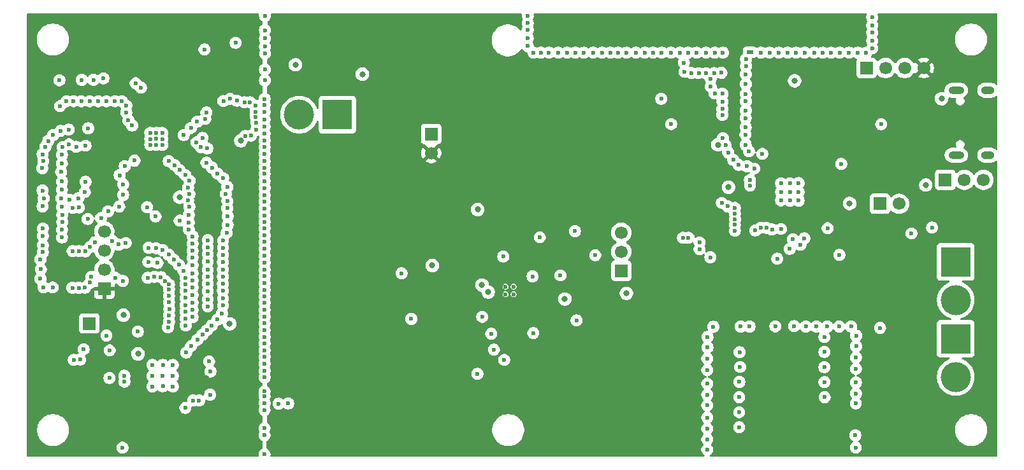
<source format=gbr>
%TF.GenerationSoftware,KiCad,Pcbnew,9.0.6*%
%TF.CreationDate,2025-12-01T10:01:31+02:00*%
%TF.ProjectId,sig_scan_pcb,7369675f-7363-4616-9e5f-7063622e6b69,1*%
%TF.SameCoordinates,Original*%
%TF.FileFunction,Copper,L3,Inr*%
%TF.FilePolarity,Positive*%
%FSLAX46Y46*%
G04 Gerber Fmt 4.6, Leading zero omitted, Abs format (unit mm)*
G04 Created by KiCad (PCBNEW 9.0.6) date 2025-12-01 10:01:31*
%MOMM*%
%LPD*%
G01*
G04 APERTURE LIST*
%TA.AperFunction,ComponentPad*%
%ADD10R,4.000000X4.000000*%
%TD*%
%TA.AperFunction,ComponentPad*%
%ADD11C,4.000000*%
%TD*%
%TA.AperFunction,ComponentPad*%
%ADD12C,0.600000*%
%TD*%
%TA.AperFunction,HeatsinkPad*%
%ADD13O,2.100000X1.000000*%
%TD*%
%TA.AperFunction,HeatsinkPad*%
%ADD14O,1.800000X1.000000*%
%TD*%
%TA.AperFunction,ComponentPad*%
%ADD15R,1.700000X1.700000*%
%TD*%
%TA.AperFunction,ComponentPad*%
%ADD16C,1.700000*%
%TD*%
%TA.AperFunction,ComponentPad*%
%ADD17R,0.900000X0.500000*%
%TD*%
%TA.AperFunction,ViaPad*%
%ADD18C,0.600000*%
%TD*%
%TA.AperFunction,ViaPad*%
%ADD19C,0.800000*%
%TD*%
G04 APERTURE END LIST*
D10*
%TO.N,Net-(D1-A)*%
%TO.C,J2*%
X145338800Y-54533800D03*
D11*
%TO.N,GND*%
X145338800Y-59613799D03*
%TD*%
D12*
%TO.N,GNDA*%
%TO.C,IC2*%
X86588700Y-58848599D03*
X86588700Y-57832599D03*
%TO.N,GND*%
X85521900Y-58848599D03*
X85521900Y-57832599D03*
%TD*%
D10*
%TO.N,+16V*%
%TO.C,J11*%
X145338800Y-64770000D03*
D11*
%TO.N,GND*%
X145338800Y-69849999D03*
%TD*%
D13*
%TO.N,GND*%
%TO.C,J4*%
X145404900Y-40334848D03*
D14*
X149604900Y-40334848D03*
D13*
X145404900Y-31694848D03*
D14*
X149604900Y-31694848D03*
%TD*%
D15*
%TO.N,GND*%
%TO.C,J10*%
X133477000Y-28727400D03*
D16*
%TO.N,Net-(J10-Pin_2)*%
X136017000Y-28727400D03*
%TO.N,Net-(J10-Pin_3)*%
X138556999Y-28727400D03*
%TO.N,+3.3V*%
X141097000Y-28727400D03*
%TD*%
D10*
%TO.N,Net-(D7-A)*%
%TO.C,J14*%
X63169800Y-34933900D03*
D11*
%TO.N,GND*%
X58089801Y-34933900D03*
%TD*%
D15*
%TO.N,+5V*%
%TO.C,J5*%
X143943700Y-43610850D03*
D16*
%TO.N,/VBUS*%
X146483700Y-43610850D03*
%TO.N,Net-(D2-A)*%
X149023699Y-43610850D03*
%TD*%
D15*
%TO.N,Net-(J7-Pin_1)*%
%TO.C,J7*%
X30222892Y-62732016D03*
%TD*%
%TO.N,3.3V*%
%TO.C,J8*%
X32209100Y-58088850D03*
D16*
%TO.N,Net-(J8-Pin_2)*%
X32209100Y-55548850D03*
%TO.N,Net-(J8-Pin_3)*%
X32209100Y-53008851D03*
%TO.N,GND*%
X32209100Y-50468850D03*
%TD*%
D15*
%TO.N,Net-(J6-Pin_1)*%
%TO.C,J6*%
X75641200Y-37515800D03*
D16*
%TO.N,+3.3V*%
X75641200Y-40055800D03*
%TD*%
D15*
%TO.N,GNDA*%
%TO.C,J12*%
X100897299Y-55722598D03*
D16*
%TO.N,Net-(J12-Pin_2)*%
X100897299Y-53182598D03*
%TO.N,Net-(J12-Pin_3)*%
X100897299Y-50642599D03*
%TD*%
D15*
%TO.N,Net-(J9-Pin_1)*%
%TO.C,J9*%
X135275230Y-46799850D03*
D16*
%TO.N,/GPIO48*%
X137815230Y-46799850D03*
%TD*%
D17*
%TO.N,GND*%
%TO.C,AE1*%
X118003381Y-26609800D03*
%TD*%
D18*
%TO.N,GND*%
X43942000Y-56057800D03*
X111201200Y-29413200D03*
X112318800Y-75260200D03*
X43357800Y-44627800D03*
X49657000Y-25374600D03*
X26568400Y-41427400D03*
X117449600Y-29540200D03*
X53517800Y-52781200D03*
X43027600Y-60299600D03*
X45948600Y-58445400D03*
X125425200Y-63144400D03*
X35407600Y-35712400D03*
X53517800Y-39268400D03*
X32894900Y-70001450D03*
X37973000Y-56642000D03*
X53517800Y-68097400D03*
X123315729Y-45252550D03*
X43942000Y-52120800D03*
X23723600Y-54203600D03*
D19*
X113741200Y-38938200D03*
D18*
X123012200Y-26670000D03*
X53517800Y-64516000D03*
X39112500Y-38169450D03*
X45948600Y-55575200D03*
X42750100Y-37641850D03*
X42214800Y-42291000D03*
X89230200Y-26670000D03*
X112318800Y-73634600D03*
X128778000Y-26670000D03*
X106273600Y-26670000D03*
X126822200Y-63144400D03*
X24765000Y-38430200D03*
X131445000Y-63144400D03*
X33604200Y-33147000D03*
X132003800Y-77622400D03*
X23977600Y-42062400D03*
X117424200Y-35382200D03*
X52374800Y-36982400D03*
X39981500Y-71093650D03*
X114350800Y-33223200D03*
X125272800Y-26670000D03*
X46507400Y-41986200D03*
X121615200Y-54102000D03*
X48361600Y-45491400D03*
X53517800Y-34544000D03*
X71704200Y-56057800D03*
X27457400Y-36931600D03*
X30302200Y-52552600D03*
X51714400Y-37719000D03*
X85217000Y-53822600D03*
X43942000Y-54991000D03*
X48564800Y-46431200D03*
X47980600Y-52654200D03*
X29667200Y-53136800D03*
D19*
X131241800Y-46761400D03*
D18*
X117475000Y-28473400D03*
X41327700Y-68248850D03*
X43078400Y-66598800D03*
X53517800Y-61798200D03*
X132334000Y-26670000D03*
X53492400Y-74244200D03*
X43510200Y-47193200D03*
X39965092Y-69732816D03*
X41427400Y-54229000D03*
X47955200Y-56489600D03*
X122123200Y-45237400D03*
X53517800Y-57353200D03*
X104013000Y-26670000D03*
X53517800Y-50063400D03*
X32080200Y-30099000D03*
X35128200Y-34645600D03*
X24130000Y-57912000D03*
X48590200Y-49606200D03*
X45948600Y-53492400D03*
X47955200Y-55549800D03*
X37084000Y-31343600D03*
X40817800Y-61645800D03*
X26492200Y-46075600D03*
X53543200Y-28930600D03*
X53517800Y-42824400D03*
X132080000Y-68783200D03*
X53517800Y-65379600D03*
X88468200Y-22758400D03*
X121843800Y-26670000D03*
X43713400Y-36703000D03*
X29997400Y-48818800D03*
X29718000Y-43865800D03*
X26568400Y-44932600D03*
X53517800Y-62712600D03*
X45237400Y-64236600D03*
X114325400Y-34163000D03*
X43027600Y-58394600D03*
D19*
X34747200Y-61620400D03*
D18*
X53568600Y-26797000D03*
X88468200Y-21767800D03*
X29641800Y-57962800D03*
X116509800Y-41630600D03*
X45770800Y-41325800D03*
X40817800Y-58191400D03*
X50927000Y-37769800D03*
X112318800Y-67411600D03*
X134239000Y-26111200D03*
X53517800Y-60934600D03*
X38305100Y-37362450D03*
D19*
X83219949Y-58546941D03*
D18*
X26593800Y-51282600D03*
X128270000Y-63144400D03*
X26314400Y-33807400D03*
X43535600Y-43713400D03*
X52273200Y-33731200D03*
X124460000Y-45237400D03*
X134239000Y-25095200D03*
X32920300Y-66318450D03*
X24155400Y-46075600D03*
X53517800Y-37465000D03*
X28473400Y-39217600D03*
X49809400Y-33070800D03*
X108686600Y-26670000D03*
D19*
X123926600Y-30429200D03*
D18*
X117449600Y-32181800D03*
X118567200Y-42113200D03*
X112318800Y-79527400D03*
X122123200Y-46355000D03*
X117449600Y-33147000D03*
X30251400Y-33147000D03*
X53517800Y-67183000D03*
X35128200Y-33731200D03*
X24384000Y-39217600D03*
X109296200Y-29235400D03*
X47853600Y-61391800D03*
X53543200Y-23698200D03*
X113233200Y-29387800D03*
X45034200Y-39268400D03*
X53543200Y-21754050D03*
X122123200Y-44069000D03*
X53517800Y-58293000D03*
X53517800Y-55575200D03*
X117856000Y-39801800D03*
X39979600Y-52984400D03*
X47955200Y-58369200D03*
X39016300Y-48487650D03*
X53517800Y-41986200D03*
X123875800Y-63093600D03*
X38584500Y-69722050D03*
X129870200Y-53594000D03*
X26670000Y-39243000D03*
X38862000Y-56515000D03*
X132054600Y-79248000D03*
X53517800Y-73329800D03*
X28752800Y-46075600D03*
X48031400Y-33121600D03*
X46482000Y-62992000D03*
X45948600Y-56515000D03*
X114198400Y-29362400D03*
X53517800Y-48361600D03*
X43942000Y-57912000D03*
X52298600Y-35229800D03*
X27584400Y-46278800D03*
X26593800Y-47218600D03*
X53517800Y-32842200D03*
X88468200Y-23647400D03*
X41579800Y-41656000D03*
X53517800Y-43764200D03*
X48590200Y-48463200D03*
X53517800Y-36499800D03*
D19*
X42214800Y-45923200D03*
D18*
X51562000Y-33274000D03*
X129921000Y-26670000D03*
X42951400Y-42951400D03*
X43027600Y-61163200D03*
X45948600Y-54508400D03*
X43434000Y-48260000D03*
X28854400Y-53086000D03*
X92811600Y-56337200D03*
X27178000Y-33147000D03*
X43027600Y-56642000D03*
X107518200Y-26670000D03*
X50825400Y-33299400D03*
X38584500Y-68248850D03*
X24053800Y-52324000D03*
X24003000Y-45034200D03*
D19*
X143459200Y-32816800D03*
D18*
X26619200Y-48260000D03*
X36220400Y-41046400D03*
X132080000Y-67259200D03*
X53517800Y-66319400D03*
X116763800Y-63144400D03*
X43942000Y-58928000D03*
X98348800Y-26670000D03*
X132105400Y-64363600D03*
X24053800Y-51079400D03*
X45948600Y-52578000D03*
X53517800Y-69037200D03*
X43942000Y-53975000D03*
X32715200Y-47802800D03*
X115112800Y-39979600D03*
X39905300Y-37362450D03*
X112344200Y-64516000D03*
X134239000Y-21971000D03*
X43942000Y-59994800D03*
X53517800Y-49225200D03*
X93700600Y-26670000D03*
X29159200Y-33147000D03*
X26466800Y-42570400D03*
X53517800Y-44704000D03*
X48539400Y-47396400D03*
X91287600Y-26670000D03*
X29616400Y-45237400D03*
X23774400Y-55524400D03*
X99466400Y-26670000D03*
X72999600Y-62128400D03*
X43027600Y-62052200D03*
D19*
X66497200Y-29540200D03*
D18*
X39981500Y-68248850D03*
X109778800Y-26670000D03*
X53543200Y-30378400D03*
X53517800Y-47421800D03*
X53492400Y-76657200D03*
X45948600Y-57429400D03*
X26593800Y-43840400D03*
X40817800Y-59080400D03*
X112318800Y-78155800D03*
X35915600Y-36372800D03*
X142189200Y-49961800D03*
X100457000Y-26670000D03*
X24003000Y-47142400D03*
X44577000Y-64897000D03*
X53543200Y-24790400D03*
X123266200Y-52806600D03*
X124460000Y-46380400D03*
X43942000Y-61874400D03*
X48463200Y-50673000D03*
X42976800Y-73964800D03*
X37873300Y-47243050D03*
X30759400Y-30302200D03*
X94792800Y-26670000D03*
X30327600Y-57302400D03*
D19*
X50342800Y-38404800D03*
D18*
X32486600Y-33147000D03*
X114350800Y-32156400D03*
X124129800Y-26670000D03*
X25400000Y-37642800D03*
X38305100Y-38175250D03*
X120599200Y-26670000D03*
X123317000Y-46380400D03*
X39117900Y-37362450D03*
X41327700Y-69722050D03*
X31775400Y-48691800D03*
X133451600Y-26670000D03*
X34544000Y-33147000D03*
X52400200Y-35991800D03*
X24003000Y-40208200D03*
X27965400Y-57988200D03*
X34239200Y-43002200D03*
X112776000Y-30149800D03*
X102844600Y-26670000D03*
X36372800Y-30759400D03*
X34925000Y-41808400D03*
X39725600Y-56565800D03*
X117449600Y-30835600D03*
X38049200Y-54559200D03*
X112318800Y-76733400D03*
D19*
X82389824Y-57624174D03*
D18*
X48006000Y-43383200D03*
X119634000Y-40157400D03*
X132105400Y-65760600D03*
X123317000Y-44069000D03*
X113309400Y-32105600D03*
X24104600Y-41122600D03*
X43027600Y-57505600D03*
X130124200Y-41503600D03*
X113334800Y-26670000D03*
X53492400Y-77622400D03*
X47244000Y-62204600D03*
X34188400Y-47167800D03*
X53517800Y-33655000D03*
X29464000Y-66167000D03*
X83616800Y-64109600D03*
X43434000Y-49276000D03*
X41327700Y-71119050D03*
X34721800Y-45618400D03*
X97180400Y-26670000D03*
X53517800Y-59156600D03*
X45847000Y-63627000D03*
X132080000Y-70586600D03*
X39930700Y-38962650D03*
X113131600Y-63169800D03*
X40767000Y-41122600D03*
X134236100Y-23037800D03*
X94945200Y-62331600D03*
X42113200Y-54914800D03*
X44424600Y-38633400D03*
X34112200Y-52222400D03*
X43357800Y-46355000D03*
X39905300Y-38175250D03*
X53517800Y-69900800D03*
X33274000Y-51739800D03*
X114325400Y-34975800D03*
X29210000Y-30302200D03*
X88468200Y-25806400D03*
X112318800Y-72212200D03*
X112318800Y-68935600D03*
X45948600Y-59512200D03*
X43942000Y-60934600D03*
X127685800Y-26670000D03*
X110921800Y-26670000D03*
X31394400Y-33147000D03*
X47955200Y-57454800D03*
X88468200Y-24739600D03*
X132080000Y-72059800D03*
X112725200Y-53924200D03*
X43027600Y-62992000D03*
X24053800Y-53238400D03*
X43942000Y-56997600D03*
X47244000Y-42773600D03*
X124460000Y-44043600D03*
X110210600Y-29387800D03*
X132054600Y-73380600D03*
X115773200Y-40944800D03*
X81788000Y-69443600D03*
X114757200Y-39014400D03*
X53492400Y-72440800D03*
X114401600Y-38074600D03*
X40843200Y-60833000D03*
X38100000Y-52654200D03*
X45897800Y-39420800D03*
X44551600Y-35864800D03*
X30988000Y-51917600D03*
X39090600Y-52705000D03*
X129844800Y-63144400D03*
X119456200Y-26670000D03*
D19*
X141351000Y-44297600D03*
D18*
X40817800Y-59918600D03*
X48539400Y-44551600D03*
X117424200Y-38938200D03*
X28829000Y-57988200D03*
X30073600Y-36753800D03*
X43942000Y-53060600D03*
X53517800Y-63652400D03*
X23723600Y-56794400D03*
X30480000Y-56515000D03*
X26593800Y-50241200D03*
X117475000Y-27533600D03*
X47955200Y-54559200D03*
X53517800Y-51003200D03*
X109220000Y-28016200D03*
X117602000Y-41808400D03*
X94742000Y-50444400D03*
X112166400Y-26670000D03*
X33705800Y-56667400D03*
X47955200Y-53619400D03*
X90220800Y-26670000D03*
X95935800Y-26670000D03*
X53517800Y-41122600D03*
X26593800Y-40284400D03*
X26390600Y-37084000D03*
X53517800Y-45643800D03*
D19*
X115138200Y-44602400D03*
D18*
X134239000Y-24003000D03*
X34622100Y-79272450D03*
X24053800Y-50088800D03*
X42722800Y-55727600D03*
X26619200Y-49225200D03*
X26238200Y-30353000D03*
X53517800Y-40182800D03*
X53517800Y-59994800D03*
X40309800Y-57073800D03*
X43027600Y-59334400D03*
X28117800Y-33147000D03*
X40767000Y-53568600D03*
X45948600Y-51638200D03*
X43434000Y-50215800D03*
X40665400Y-63246000D03*
X121361200Y-63119000D03*
X53517800Y-54635400D03*
X114401600Y-26670000D03*
X45948600Y-60452000D03*
X53517800Y-38404800D03*
X47980600Y-60325000D03*
X112344200Y-65913000D03*
X53492400Y-71755000D03*
X34721800Y-44196000D03*
X45770800Y-34645600D03*
X39268400Y-54660800D03*
X117424200Y-36576000D03*
X39117900Y-38962650D03*
X43738800Y-65735200D03*
X45237400Y-38023800D03*
X38584500Y-71119050D03*
X34671000Y-57073800D03*
X47980600Y-51714400D03*
X40817800Y-62484000D03*
X53492400Y-80137000D03*
X43942000Y-51130200D03*
X32486600Y-64338200D03*
X40817800Y-57556400D03*
X27990800Y-53086000D03*
X117398800Y-37592000D03*
X48920400Y-32816800D03*
X112318800Y-70739000D03*
X53517800Y-46507400D03*
X53517800Y-51866800D03*
X89103200Y-56464200D03*
X53517800Y-56438800D03*
X135434700Y-36219450D03*
X29718000Y-39065200D03*
X52298600Y-34544000D03*
X43510200Y-45516800D03*
X126517400Y-26670000D03*
X105130600Y-26670000D03*
X117932200Y-63144400D03*
X101600000Y-26670000D03*
X47980600Y-59410600D03*
X112776000Y-31191200D03*
X53517800Y-53721000D03*
X131165600Y-26670000D03*
X92532200Y-26670000D03*
X53517800Y-35560000D03*
X38305100Y-38937250D03*
X35052000Y-52019200D03*
X53543200Y-25857200D03*
X45618400Y-35509200D03*
X117449600Y-34366200D03*
X27508200Y-38887400D03*
X112166400Y-29438600D03*
X25349200Y-57937400D03*
D19*
%TO.N,+3.3V*%
X118033800Y-54787800D03*
X127660400Y-41021000D03*
X120586900Y-35254250D03*
X133451600Y-64947800D03*
X134240900Y-31977650D03*
X88874600Y-42545000D03*
X85293200Y-40538400D03*
X54837650Y-22632350D03*
X111914300Y-43102850D03*
X121933100Y-52932650D03*
D18*
%TO.N,/USBD+*%
X44043600Y-72974200D03*
X128320800Y-50063400D03*
X109829600Y-51333400D03*
X124714000Y-52273200D03*
D19*
%TO.N,+5V*%
X57607200Y-28295600D03*
D18*
%TO.N,/USBD-*%
X44805600Y-72974200D03*
X109079597Y-51333400D03*
%TO.N,/GPIO0*%
X118004284Y-44375701D03*
X107531300Y-36194050D03*
%TO.N,/CHIP_PU*%
X117983000Y-43626000D03*
X106210500Y-32815850D03*
%TO.N,+1V2*%
X46306100Y-69132816D03*
X46261092Y-72211250D03*
X46126400Y-67782816D03*
%TO.N,/GPIO13*%
X120929400Y-50227800D03*
X127889000Y-66522600D03*
%TO.N,/SCL*%
X111302800Y-52857400D03*
X56642000Y-73380600D03*
X34874200Y-69697600D03*
%TO.N,/GPIO4{slash}BCLK*%
X116560600Y-72542400D03*
X115999647Y-48104551D03*
%TO.N,/GPIO15*%
X135280400Y-63322200D03*
X123714600Y-51543340D03*
%TO.N,/GPIO11*%
X119405400Y-49987200D03*
X127889000Y-70535800D03*
%TO.N,/GPIO10*%
X118694200Y-50342800D03*
X127914400Y-72542400D03*
%TO.N,/GPIO5{slash}FSYNC*%
X116586000Y-70510400D03*
X116006617Y-48854521D03*
%TO.N,/GPIO6{slash}DOUT*%
X115987892Y-49604289D03*
X116687600Y-68529200D03*
%TO.N,/GPIO1*%
X114249200Y-46685200D03*
X45516800Y-26262651D03*
%TO.N,/GPIO7{slash}DIN*%
X116611400Y-66548000D03*
X116001800Y-50368200D03*
%TO.N,/GPIO3*%
X116560600Y-74549000D03*
X116002692Y-47354554D03*
%TO.N,/SDA*%
X34874200Y-70485000D03*
X55372000Y-73406000D03*
X111302800Y-51943000D03*
%TO.N,/GPIO12*%
X127889000Y-68554600D03*
X120175309Y-49995109D03*
%TO.N,/GPIO14*%
X122113618Y-50155418D03*
X127889000Y-64541400D03*
D19*
%TO.N,3.3V*%
X45791464Y-70033486D03*
X33147000Y-34442400D03*
X44528100Y-33372850D03*
X39803700Y-79297850D03*
X27129100Y-72211250D03*
X42013500Y-44042650D03*
X34281700Y-23580450D03*
X52275100Y-41731250D03*
X34825300Y-66293050D03*
X40311700Y-49351250D03*
X51689000Y-78714600D03*
X40743500Y-73989250D03*
X38311500Y-33501650D03*
%TO.N,GNDA*%
X101574600Y-58724800D03*
X75793600Y-55016400D03*
X93395800Y-59486800D03*
X81815299Y-47558999D03*
D18*
%TO.N,/VREF*%
X90068400Y-51257200D03*
X97434400Y-53644800D03*
%TO.N,Net-(D6-K)*%
X82423000Y-61849000D03*
X89204800Y-64008000D03*
%TO.N,Net-(IC2-HIDRV)*%
X85344000Y-67589400D03*
X83972400Y-66217800D03*
%TO.N,Net-(U5-XI)*%
X42216700Y-49046450D03*
X36668100Y-63811458D03*
%TO.N,Net-(U5-I2C_SCLT)*%
X28989535Y-67545364D03*
X28830900Y-47293850D03*
%TO.N,Net-(U5-I2C_SDAT)*%
X28031372Y-47321420D03*
X28143200Y-67564000D03*
D19*
%TO.N,Net-(U5-AGC_IF)*%
X48869600Y-62789750D03*
X36679500Y-66775650D03*
D18*
%TO.N,Net-(U4-GPIO18)*%
X139446000Y-50749200D03*
X125222000Y-51409600D03*
%TO.N,/GPIO2*%
X116560600Y-76555600D03*
X115030589Y-47146964D03*
%TD*%
%TA.AperFunction,Conductor*%
%TO.N,3.3V*%
G36*
X52702536Y-21474235D02*
G01*
X52748291Y-21527039D01*
X52758235Y-21596197D01*
X52757114Y-21602741D01*
X52742700Y-21675203D01*
X52742700Y-21832896D01*
X52773461Y-21987539D01*
X52773464Y-21987551D01*
X52833802Y-22133222D01*
X52833809Y-22133235D01*
X52921410Y-22264338D01*
X52921413Y-22264342D01*
X53032907Y-22375836D01*
X53032911Y-22375839D01*
X53164014Y-22463440D01*
X53169391Y-22466314D01*
X53168703Y-22467599D01*
X53217449Y-22506872D01*
X53239521Y-22573163D01*
X53239601Y-22577656D01*
X53239476Y-22874749D01*
X53219763Y-22941780D01*
X53169194Y-22985561D01*
X53169394Y-22985934D01*
X53167746Y-22986814D01*
X53166940Y-22987513D01*
X53164249Y-22988683D01*
X53164018Y-22988807D01*
X53032915Y-23076407D01*
X53032907Y-23076413D01*
X52921413Y-23187907D01*
X52921410Y-23187911D01*
X52833809Y-23319014D01*
X52833802Y-23319027D01*
X52773464Y-23464698D01*
X52773461Y-23464710D01*
X52742700Y-23619353D01*
X52742700Y-23777046D01*
X52773461Y-23931689D01*
X52773464Y-23931701D01*
X52833802Y-24077372D01*
X52833809Y-24077385D01*
X52899307Y-24175409D01*
X52920185Y-24242087D01*
X52901700Y-24309467D01*
X52899307Y-24313191D01*
X52833809Y-24411214D01*
X52833802Y-24411227D01*
X52773464Y-24556898D01*
X52773461Y-24556910D01*
X52742700Y-24711553D01*
X52742700Y-24869246D01*
X52773461Y-25023889D01*
X52773464Y-25023901D01*
X52833802Y-25169572D01*
X52833809Y-25169585D01*
X52890821Y-25254909D01*
X52911699Y-25321587D01*
X52893214Y-25388967D01*
X52890821Y-25392691D01*
X52833809Y-25478014D01*
X52833802Y-25478027D01*
X52773464Y-25623698D01*
X52773461Y-25623710D01*
X52742700Y-25778353D01*
X52742700Y-25936046D01*
X52773461Y-26090689D01*
X52773464Y-26090701D01*
X52812031Y-26183809D01*
X52833806Y-26236379D01*
X52861093Y-26277217D01*
X52881970Y-26343894D01*
X52863485Y-26411274D01*
X52861098Y-26414989D01*
X52859206Y-26417820D01*
X52859204Y-26417823D01*
X52798864Y-26563498D01*
X52798861Y-26563510D01*
X52768100Y-26718153D01*
X52768100Y-26875846D01*
X52798861Y-27030489D01*
X52798864Y-27030501D01*
X52859202Y-27176172D01*
X52859209Y-27176185D01*
X52946810Y-27307288D01*
X52946813Y-27307292D01*
X53058307Y-27418786D01*
X53058311Y-27418789D01*
X53182367Y-27501681D01*
X53227172Y-27555293D01*
X53237476Y-27604835D01*
X53237264Y-28108065D01*
X53217551Y-28175096D01*
X53168826Y-28217280D01*
X53169391Y-28218336D01*
X53164730Y-28220827D01*
X53164728Y-28220829D01*
X53164720Y-28220832D01*
X53164014Y-28221209D01*
X53032911Y-28308810D01*
X53032907Y-28308813D01*
X52921413Y-28420307D01*
X52921410Y-28420311D01*
X52833809Y-28551414D01*
X52833802Y-28551427D01*
X52773464Y-28697098D01*
X52773461Y-28697110D01*
X52742700Y-28851753D01*
X52742700Y-29009446D01*
X52773461Y-29164089D01*
X52773464Y-29164101D01*
X52833802Y-29309772D01*
X52833809Y-29309785D01*
X52921410Y-29440888D01*
X52921413Y-29440892D01*
X53032907Y-29552386D01*
X53037619Y-29556253D01*
X53036562Y-29557540D01*
X53076234Y-29605016D01*
X53084938Y-29674341D01*
X53054781Y-29737367D01*
X53037374Y-29752449D01*
X53037619Y-29752747D01*
X53032907Y-29756613D01*
X52921413Y-29868107D01*
X52921410Y-29868111D01*
X52833809Y-29999214D01*
X52833802Y-29999227D01*
X52773464Y-30144898D01*
X52773461Y-30144910D01*
X52742700Y-30299553D01*
X52742700Y-30457246D01*
X52773461Y-30611889D01*
X52773464Y-30611901D01*
X52833802Y-30757572D01*
X52833809Y-30757585D01*
X52921410Y-30888688D01*
X52921413Y-30888692D01*
X53032910Y-31000189D01*
X53140286Y-31071935D01*
X53164021Y-31087794D01*
X53164027Y-31087796D01*
X53169392Y-31090664D01*
X53168172Y-31092945D01*
X53213810Y-31129723D01*
X53235876Y-31196017D01*
X53235955Y-31200496D01*
X53235613Y-32009827D01*
X53215900Y-32076859D01*
X53163077Y-32122591D01*
X53159070Y-32124334D01*
X53138627Y-32132802D01*
X53138618Y-32132807D01*
X53007515Y-32220407D01*
X53007507Y-32220413D01*
X52896013Y-32331907D01*
X52896010Y-32331911D01*
X52808409Y-32463014D01*
X52808402Y-32463027D01*
X52748064Y-32608698D01*
X52748061Y-32608710D01*
X52717300Y-32763353D01*
X52717300Y-32863118D01*
X52697615Y-32930157D01*
X52644811Y-32975912D01*
X52575653Y-32985856D01*
X52564110Y-32983633D01*
X52554743Y-32981364D01*
X52506697Y-32961463D01*
X52352042Y-32930700D01*
X52345565Y-32930700D01*
X52332704Y-32927585D01*
X52309642Y-32914281D01*
X52284951Y-32904311D01*
X52276522Y-32895176D01*
X52272183Y-32892673D01*
X52269607Y-32887681D01*
X52258792Y-32875960D01*
X52183792Y-32763715D01*
X52183786Y-32763707D01*
X52072292Y-32652213D01*
X52072288Y-32652210D01*
X51941185Y-32564609D01*
X51941172Y-32564602D01*
X51795501Y-32504264D01*
X51795489Y-32504261D01*
X51640845Y-32473500D01*
X51640842Y-32473500D01*
X51483158Y-32473500D01*
X51483155Y-32473500D01*
X51328510Y-32504261D01*
X51328498Y-32504264D01*
X51210491Y-32553144D01*
X51141022Y-32560613D01*
X51115588Y-32553145D01*
X51086163Y-32540957D01*
X51058897Y-32529663D01*
X51058893Y-32529662D01*
X51058888Y-32529660D01*
X50904245Y-32498900D01*
X50904242Y-32498900D01*
X50746558Y-32498900D01*
X50746555Y-32498900D01*
X50591911Y-32529660D01*
X50591901Y-32529663D01*
X50532995Y-32554063D01*
X50463525Y-32561532D01*
X50401046Y-32530256D01*
X50397862Y-32527183D01*
X50319692Y-32449013D01*
X50319688Y-32449010D01*
X50188585Y-32361409D01*
X50188572Y-32361402D01*
X50042901Y-32301064D01*
X50042889Y-32301061D01*
X49888245Y-32270300D01*
X49888242Y-32270300D01*
X49730558Y-32270300D01*
X49730553Y-32270300D01*
X49608243Y-32294629D01*
X49538651Y-32288402D01*
X49496372Y-32260694D01*
X49430689Y-32195011D01*
X49430688Y-32195010D01*
X49430687Y-32195009D01*
X49299585Y-32107409D01*
X49299572Y-32107402D01*
X49153901Y-32047064D01*
X49153889Y-32047061D01*
X48999245Y-32016300D01*
X48999242Y-32016300D01*
X48841558Y-32016300D01*
X48841555Y-32016300D01*
X48686910Y-32047061D01*
X48686898Y-32047064D01*
X48541227Y-32107402D01*
X48541214Y-32107409D01*
X48410111Y-32195010D01*
X48410107Y-32195013D01*
X48302056Y-32303065D01*
X48240733Y-32336550D01*
X48190183Y-32337001D01*
X48110244Y-32321100D01*
X48110242Y-32321100D01*
X47952558Y-32321100D01*
X47952555Y-32321100D01*
X47797910Y-32351861D01*
X47797898Y-32351864D01*
X47652227Y-32412202D01*
X47652214Y-32412209D01*
X47521111Y-32499810D01*
X47521107Y-32499813D01*
X47409613Y-32611307D01*
X47409610Y-32611311D01*
X47322009Y-32742414D01*
X47322002Y-32742427D01*
X47261664Y-32888098D01*
X47261661Y-32888110D01*
X47230900Y-33042753D01*
X47230900Y-33200446D01*
X47261661Y-33355089D01*
X47261664Y-33355101D01*
X47322002Y-33500772D01*
X47322009Y-33500785D01*
X47409610Y-33631888D01*
X47409613Y-33631892D01*
X47521107Y-33743386D01*
X47521111Y-33743389D01*
X47652214Y-33830990D01*
X47652227Y-33830997D01*
X47797898Y-33891335D01*
X47797903Y-33891337D01*
X47925587Y-33916735D01*
X47952553Y-33922099D01*
X47952556Y-33922100D01*
X47952558Y-33922100D01*
X48110244Y-33922100D01*
X48110245Y-33922099D01*
X48264897Y-33891337D01*
X48381555Y-33843016D01*
X48410572Y-33830997D01*
X48410572Y-33830996D01*
X48410579Y-33830994D01*
X48541689Y-33743389D01*
X48649744Y-33635333D01*
X48711065Y-33601849D01*
X48761613Y-33601398D01*
X48822580Y-33613525D01*
X48841557Y-33617300D01*
X48841558Y-33617300D01*
X48999244Y-33617300D01*
X49090251Y-33599197D01*
X49121555Y-33592970D01*
X49191147Y-33599197D01*
X49233426Y-33626904D01*
X49299111Y-33692589D01*
X49299112Y-33692590D01*
X49430214Y-33780190D01*
X49430227Y-33780197D01*
X49528567Y-33820930D01*
X49575903Y-33840537D01*
X49730553Y-33871299D01*
X49730556Y-33871300D01*
X49730558Y-33871300D01*
X49888244Y-33871300D01*
X49888245Y-33871299D01*
X50042897Y-33840537D01*
X50101803Y-33816136D01*
X50171271Y-33808667D01*
X50233750Y-33839941D01*
X50236937Y-33843016D01*
X50315107Y-33921186D01*
X50315111Y-33921189D01*
X50446214Y-34008790D01*
X50446227Y-34008797D01*
X50591898Y-34069135D01*
X50591903Y-34069137D01*
X50744547Y-34099500D01*
X50746553Y-34099899D01*
X50746556Y-34099900D01*
X50746558Y-34099900D01*
X50904244Y-34099900D01*
X50904245Y-34099899D01*
X51058897Y-34069137D01*
X51176910Y-34020254D01*
X51199512Y-34017824D01*
X51221156Y-34010857D01*
X51236992Y-34013795D01*
X51246378Y-34012786D01*
X51256209Y-34014976D01*
X51264186Y-34017095D01*
X51328503Y-34043737D01*
X51471358Y-34072152D01*
X51475163Y-34073164D01*
X51501809Y-34089330D01*
X51529417Y-34103772D01*
X51531425Y-34107299D01*
X51534898Y-34109406D01*
X51548574Y-34137413D01*
X51563991Y-34164487D01*
X51563773Y-34168541D01*
X51565556Y-34172191D01*
X51561919Y-34203142D01*
X51560252Y-34234257D01*
X51557877Y-34240455D01*
X51528863Y-34310503D01*
X51528861Y-34310510D01*
X51498100Y-34465153D01*
X51498100Y-34622846D01*
X51528861Y-34777494D01*
X51528863Y-34777497D01*
X51554523Y-34839449D01*
X51561990Y-34908918D01*
X51554523Y-34934351D01*
X51528863Y-34996302D01*
X51528861Y-34996305D01*
X51498100Y-35150953D01*
X51498100Y-35308646D01*
X51528861Y-35463289D01*
X51528864Y-35463301D01*
X51589202Y-35608971D01*
X51589208Y-35608982D01*
X51616152Y-35649307D01*
X51637029Y-35715985D01*
X51631711Y-35754186D01*
X51630463Y-35758298D01*
X51599700Y-35912955D01*
X51599700Y-36070646D01*
X51630461Y-36225289D01*
X51630464Y-36225301D01*
X51690802Y-36370971D01*
X51690804Y-36370976D01*
X51690806Y-36370979D01*
X51693239Y-36374621D01*
X51709664Y-36399202D01*
X51730541Y-36465880D01*
X51712056Y-36533260D01*
X51709664Y-36536982D01*
X51665408Y-36603216D01*
X51665402Y-36603227D01*
X51605064Y-36748898D01*
X51605061Y-36748908D01*
X51584845Y-36850541D01*
X51552460Y-36912452D01*
X51510359Y-36941043D01*
X51499223Y-36945618D01*
X51480903Y-36949263D01*
X51335221Y-37009606D01*
X51321980Y-37018452D01*
X51310523Y-37023161D01*
X51287595Y-37025560D01*
X51265597Y-37032447D01*
X51250023Y-37029493D01*
X51241033Y-37030434D01*
X51232615Y-37026191D01*
X51215940Y-37023028D01*
X51211075Y-37021013D01*
X51202783Y-37017578D01*
X51160498Y-37000063D01*
X51160488Y-37000060D01*
X51005845Y-36969300D01*
X51005842Y-36969300D01*
X50848158Y-36969300D01*
X50848155Y-36969300D01*
X50693510Y-37000061D01*
X50693498Y-37000064D01*
X50547827Y-37060402D01*
X50547814Y-37060409D01*
X50416711Y-37148010D01*
X50416707Y-37148013D01*
X50305213Y-37259507D01*
X50305210Y-37259511D01*
X50217609Y-37390614D01*
X50217606Y-37390621D01*
X50188376Y-37461187D01*
X50144534Y-37515590D01*
X50098009Y-37535350D01*
X50080137Y-37538905D01*
X50080132Y-37538906D01*
X49916259Y-37606783D01*
X49916246Y-37606790D01*
X49768765Y-37705335D01*
X49768761Y-37705338D01*
X49643338Y-37830761D01*
X49643335Y-37830765D01*
X49544790Y-37978246D01*
X49544783Y-37978259D01*
X49476906Y-38142132D01*
X49476903Y-38142141D01*
X49442300Y-38316104D01*
X49442300Y-38493495D01*
X49476903Y-38667458D01*
X49476906Y-38667467D01*
X49544783Y-38831340D01*
X49544790Y-38831353D01*
X49643335Y-38978834D01*
X49643338Y-38978838D01*
X49768761Y-39104261D01*
X49768765Y-39104264D01*
X49916246Y-39202809D01*
X49916259Y-39202816D01*
X50039163Y-39253723D01*
X50080134Y-39270694D01*
X50080136Y-39270694D01*
X50080141Y-39270696D01*
X50254104Y-39305299D01*
X50254107Y-39305300D01*
X50254109Y-39305300D01*
X50431493Y-39305300D01*
X50431494Y-39305299D01*
X50489482Y-39293764D01*
X50605458Y-39270696D01*
X50605461Y-39270694D01*
X50605466Y-39270694D01*
X50769347Y-39202813D01*
X50916835Y-39104264D01*
X51042264Y-38978835D01*
X51140813Y-38831347D01*
X51208694Y-38667466D01*
X51227823Y-38571296D01*
X51228711Y-38569597D01*
X51228598Y-38567682D01*
X51244834Y-38538775D01*
X51260206Y-38509390D01*
X51262172Y-38507908D01*
X51262815Y-38506765D01*
X51269856Y-38502121D01*
X51291321Y-38485954D01*
X51296526Y-38483192D01*
X51306179Y-38479194D01*
X51314341Y-38473739D01*
X51319890Y-38470796D01*
X51348206Y-38464991D01*
X51375789Y-38456353D01*
X51383349Y-38457786D01*
X51388337Y-38456764D01*
X51398324Y-38460626D01*
X51425459Y-38465771D01*
X51480903Y-38488737D01*
X51619330Y-38516272D01*
X51635553Y-38519499D01*
X51635556Y-38519500D01*
X51635558Y-38519500D01*
X51793244Y-38519500D01*
X51793245Y-38519499D01*
X51947897Y-38488737D01*
X52093579Y-38428394D01*
X52224689Y-38340789D01*
X52336189Y-38229289D01*
X52423794Y-38098179D01*
X52484137Y-37952497D01*
X52504354Y-37850858D01*
X52509909Y-37840237D01*
X52511117Y-37828311D01*
X52525803Y-37809851D01*
X52536738Y-37788948D01*
X52548243Y-37781648D01*
X52554618Y-37773636D01*
X52573868Y-37765389D01*
X52586080Y-37757642D01*
X52593789Y-37755022D01*
X52608297Y-37752137D01*
X52635742Y-37740768D01*
X52639559Y-37739472D01*
X52670588Y-37738170D01*
X52701465Y-37734850D01*
X52705196Y-37736718D01*
X52709368Y-37736543D01*
X52736178Y-37752225D01*
X52763944Y-37766124D01*
X52766684Y-37770070D01*
X52769677Y-37771821D01*
X52774535Y-37781377D01*
X52794010Y-37809425D01*
X52808406Y-37844179D01*
X52808407Y-37844181D01*
X52808408Y-37844182D01*
X52822993Y-37866010D01*
X52843870Y-37932688D01*
X52825385Y-38000068D01*
X52822993Y-38003790D01*
X52808408Y-38025617D01*
X52808402Y-38025628D01*
X52748064Y-38171298D01*
X52748061Y-38171310D01*
X52717300Y-38325953D01*
X52717300Y-38483646D01*
X52748061Y-38638289D01*
X52748064Y-38638301D01*
X52810546Y-38789148D01*
X52818015Y-38858617D01*
X52810546Y-38884052D01*
X52748064Y-39034898D01*
X52748061Y-39034910D01*
X52717300Y-39189553D01*
X52717300Y-39347246D01*
X52748061Y-39501889D01*
X52748064Y-39501901D01*
X52808402Y-39647572D01*
X52808409Y-39647584D01*
X52814508Y-39656713D01*
X52835383Y-39723392D01*
X52816896Y-39790771D01*
X52814508Y-39794487D01*
X52808409Y-39803615D01*
X52808402Y-39803627D01*
X52748064Y-39949298D01*
X52748061Y-39949310D01*
X52717300Y-40103953D01*
X52717300Y-40261646D01*
X52748061Y-40416289D01*
X52748064Y-40416301D01*
X52808402Y-40561971D01*
X52808404Y-40561976D01*
X52808406Y-40561979D01*
X52819292Y-40578272D01*
X52822993Y-40583810D01*
X52843870Y-40650488D01*
X52825385Y-40717868D01*
X52822993Y-40721590D01*
X52808408Y-40743417D01*
X52808402Y-40743428D01*
X52748064Y-40889098D01*
X52748061Y-40889110D01*
X52717300Y-41043753D01*
X52717300Y-41201446D01*
X52748061Y-41356089D01*
X52748064Y-41356101D01*
X52810546Y-41506948D01*
X52818015Y-41576417D01*
X52810546Y-41601852D01*
X52748064Y-41752698D01*
X52748061Y-41752710D01*
X52717300Y-41907353D01*
X52717300Y-42065046D01*
X52748061Y-42219689D01*
X52748064Y-42219701D01*
X52805286Y-42357848D01*
X52812755Y-42427317D01*
X52805286Y-42452752D01*
X52748064Y-42590898D01*
X52748061Y-42590910D01*
X52717300Y-42745553D01*
X52717300Y-42903246D01*
X52748061Y-43057889D01*
X52748064Y-43057901D01*
X52808402Y-43203571D01*
X52808408Y-43203582D01*
X52822993Y-43225410D01*
X52843870Y-43292088D01*
X52825385Y-43359468D01*
X52822993Y-43363190D01*
X52808408Y-43385017D01*
X52808402Y-43385028D01*
X52748064Y-43530698D01*
X52748061Y-43530710D01*
X52717300Y-43685353D01*
X52717300Y-43843046D01*
X52748061Y-43997689D01*
X52748064Y-43997701D01*
X52808402Y-44143371D01*
X52808408Y-44143382D01*
X52822993Y-44165210D01*
X52843870Y-44231888D01*
X52825385Y-44299268D01*
X52822993Y-44302990D01*
X52808408Y-44324817D01*
X52808402Y-44324828D01*
X52748064Y-44470498D01*
X52748061Y-44470510D01*
X52717300Y-44625153D01*
X52717300Y-44782846D01*
X52748061Y-44937489D01*
X52748064Y-44937501D01*
X52808402Y-45083171D01*
X52808408Y-45083182D01*
X52822993Y-45105010D01*
X52843870Y-45171688D01*
X52825385Y-45239068D01*
X52822993Y-45242790D01*
X52808408Y-45264617D01*
X52808402Y-45264628D01*
X52748064Y-45410298D01*
X52748061Y-45410310D01*
X52717300Y-45564953D01*
X52717300Y-45722646D01*
X52748061Y-45877289D01*
X52748064Y-45877301D01*
X52810546Y-46028148D01*
X52818015Y-46097617D01*
X52810546Y-46123052D01*
X52748064Y-46273898D01*
X52748061Y-46273910D01*
X52717300Y-46428553D01*
X52717300Y-46586246D01*
X52748061Y-46740889D01*
X52748064Y-46740901D01*
X52808402Y-46886572D01*
X52808409Y-46886584D01*
X52814508Y-46895713D01*
X52835383Y-46962392D01*
X52816896Y-47029771D01*
X52814508Y-47033487D01*
X52808409Y-47042615D01*
X52808402Y-47042627D01*
X52748064Y-47188298D01*
X52748061Y-47188310D01*
X52717300Y-47342953D01*
X52717300Y-47500646D01*
X52748061Y-47655289D01*
X52748064Y-47655301D01*
X52808402Y-47800971D01*
X52808408Y-47800982D01*
X52822993Y-47822810D01*
X52843870Y-47889488D01*
X52825385Y-47956868D01*
X52822997Y-47960582D01*
X52819742Y-47965454D01*
X52808408Y-47982417D01*
X52808402Y-47982428D01*
X52748064Y-48128098D01*
X52748061Y-48128110D01*
X52717300Y-48282753D01*
X52717300Y-48440446D01*
X52748061Y-48595089D01*
X52748064Y-48595101D01*
X52810546Y-48745948D01*
X52818015Y-48815417D01*
X52810546Y-48840852D01*
X52748064Y-48991698D01*
X52748061Y-48991710D01*
X52717300Y-49146353D01*
X52717300Y-49304046D01*
X52748061Y-49458689D01*
X52748064Y-49458701D01*
X52805286Y-49596848D01*
X52812755Y-49666317D01*
X52805286Y-49691752D01*
X52748064Y-49829898D01*
X52748061Y-49829910D01*
X52717300Y-49984553D01*
X52717300Y-50142246D01*
X52748061Y-50296889D01*
X52748064Y-50296901D01*
X52808402Y-50442571D01*
X52808408Y-50442582D01*
X52822993Y-50464410D01*
X52843870Y-50531088D01*
X52825385Y-50598468D01*
X52822993Y-50602190D01*
X52808408Y-50624017D01*
X52808402Y-50624028D01*
X52748064Y-50769698D01*
X52748061Y-50769710D01*
X52717300Y-50924353D01*
X52717300Y-51082046D01*
X52748061Y-51236689D01*
X52748064Y-51236701D01*
X52810546Y-51387548D01*
X52818015Y-51457017D01*
X52810546Y-51482452D01*
X52748064Y-51633298D01*
X52748061Y-51633310D01*
X52717300Y-51787953D01*
X52717300Y-51945646D01*
X52748061Y-52100289D01*
X52748064Y-52100301D01*
X52808402Y-52245972D01*
X52808409Y-52245984D01*
X52814508Y-52255113D01*
X52835383Y-52321792D01*
X52816896Y-52389171D01*
X52814508Y-52392887D01*
X52808409Y-52402015D01*
X52808402Y-52402027D01*
X52748064Y-52547698D01*
X52748061Y-52547710D01*
X52717300Y-52702353D01*
X52717300Y-52860046D01*
X52748061Y-53014689D01*
X52748064Y-53014701D01*
X52808402Y-53160371D01*
X52808408Y-53160382D01*
X52822993Y-53182210D01*
X52843870Y-53248888D01*
X52825385Y-53316268D01*
X52822993Y-53319990D01*
X52808408Y-53341817D01*
X52808402Y-53341828D01*
X52748064Y-53487498D01*
X52748061Y-53487510D01*
X52717300Y-53642153D01*
X52717300Y-53799846D01*
X52748061Y-53954489D01*
X52748064Y-53954501D01*
X52808402Y-54100172D01*
X52808409Y-54100184D01*
X52814508Y-54109313D01*
X52835383Y-54175992D01*
X52816896Y-54243371D01*
X52814508Y-54247087D01*
X52808409Y-54256215D01*
X52808402Y-54256227D01*
X52748064Y-54401898D01*
X52748061Y-54401910D01*
X52717300Y-54556553D01*
X52717300Y-54714246D01*
X52748061Y-54868889D01*
X52748064Y-54868901D01*
X52808402Y-55014571D01*
X52808404Y-55014576D01*
X52808406Y-55014579D01*
X52819002Y-55030438D01*
X52822993Y-55036410D01*
X52843870Y-55103088D01*
X52825385Y-55170468D01*
X52822993Y-55174190D01*
X52808408Y-55196017D01*
X52808402Y-55196028D01*
X52748064Y-55341698D01*
X52748061Y-55341710D01*
X52717300Y-55496353D01*
X52717300Y-55654046D01*
X52748061Y-55808689D01*
X52748064Y-55808701D01*
X52810546Y-55959548D01*
X52818015Y-56029017D01*
X52810546Y-56054452D01*
X52748064Y-56205298D01*
X52748061Y-56205310D01*
X52717300Y-56359953D01*
X52717300Y-56517646D01*
X52748061Y-56672289D01*
X52748064Y-56672301D01*
X52808402Y-56817972D01*
X52808409Y-56817984D01*
X52814508Y-56827113D01*
X52835383Y-56893792D01*
X52816896Y-56961171D01*
X52814508Y-56964887D01*
X52808409Y-56974015D01*
X52808402Y-56974027D01*
X52748064Y-57119698D01*
X52748061Y-57119710D01*
X52717300Y-57274353D01*
X52717300Y-57432046D01*
X52748061Y-57586689D01*
X52748064Y-57586701D01*
X52808402Y-57732371D01*
X52808408Y-57732382D01*
X52822993Y-57754210D01*
X52843870Y-57820888D01*
X52825385Y-57888268D01*
X52822993Y-57891990D01*
X52808408Y-57913817D01*
X52808402Y-57913828D01*
X52748064Y-58059498D01*
X52748061Y-58059510D01*
X52717300Y-58214153D01*
X52717300Y-58371846D01*
X52748061Y-58526489D01*
X52748064Y-58526501D01*
X52810546Y-58677348D01*
X52818015Y-58746817D01*
X52810546Y-58772252D01*
X52748064Y-58923098D01*
X52748061Y-58923110D01*
X52717300Y-59077753D01*
X52717300Y-59235446D01*
X52748061Y-59390089D01*
X52748064Y-59390101D01*
X52805286Y-59528248D01*
X52812755Y-59597717D01*
X52805286Y-59623152D01*
X52748064Y-59761298D01*
X52748061Y-59761310D01*
X52717300Y-59915953D01*
X52717300Y-60073646D01*
X52748061Y-60228289D01*
X52748064Y-60228301D01*
X52808402Y-60373971D01*
X52808403Y-60373972D01*
X52808406Y-60373979D01*
X52822991Y-60395808D01*
X52822993Y-60395810D01*
X52843870Y-60462488D01*
X52825385Y-60529868D01*
X52822997Y-60533582D01*
X52819742Y-60538454D01*
X52808408Y-60555417D01*
X52808402Y-60555428D01*
X52748064Y-60701098D01*
X52748061Y-60701110D01*
X52717300Y-60855753D01*
X52717300Y-61013446D01*
X52748061Y-61168089D01*
X52748064Y-61168101D01*
X52810546Y-61318948D01*
X52818015Y-61388417D01*
X52810546Y-61413852D01*
X52748064Y-61564698D01*
X52748061Y-61564710D01*
X52717300Y-61719353D01*
X52717300Y-61877046D01*
X52748061Y-62031689D01*
X52748064Y-62031701D01*
X52808402Y-62177372D01*
X52808409Y-62177384D01*
X52814508Y-62186513D01*
X52835383Y-62253192D01*
X52816896Y-62320571D01*
X52814508Y-62324287D01*
X52808409Y-62333415D01*
X52808402Y-62333427D01*
X52748064Y-62479098D01*
X52748061Y-62479110D01*
X52717300Y-62633753D01*
X52717300Y-62791446D01*
X52748061Y-62946089D01*
X52748064Y-62946101D01*
X52808402Y-63091771D01*
X52808404Y-63091776D01*
X52808406Y-63091779D01*
X52815275Y-63102060D01*
X52822993Y-63113610D01*
X52843870Y-63180288D01*
X52825385Y-63247668D01*
X52822993Y-63251390D01*
X52808408Y-63273217D01*
X52808402Y-63273228D01*
X52748064Y-63418898D01*
X52748061Y-63418910D01*
X52717300Y-63573553D01*
X52717300Y-63731246D01*
X52748061Y-63885889D01*
X52748064Y-63885901D01*
X52810546Y-64036748D01*
X52818015Y-64106217D01*
X52810546Y-64131652D01*
X52748064Y-64282498D01*
X52748061Y-64282510D01*
X52717300Y-64437153D01*
X52717300Y-64594846D01*
X52748061Y-64749489D01*
X52748064Y-64749501D01*
X52810546Y-64900348D01*
X52818015Y-64969817D01*
X52810546Y-64995252D01*
X52748064Y-65146098D01*
X52748061Y-65146110D01*
X52717300Y-65300753D01*
X52717300Y-65458446D01*
X52748061Y-65613089D01*
X52748064Y-65613101D01*
X52808402Y-65758771D01*
X52808408Y-65758782D01*
X52822993Y-65780610D01*
X52843870Y-65847288D01*
X52825385Y-65914668D01*
X52822993Y-65918390D01*
X52808408Y-65940217D01*
X52808402Y-65940228D01*
X52748064Y-66085898D01*
X52748061Y-66085910D01*
X52717300Y-66240553D01*
X52717300Y-66398246D01*
X52748061Y-66552889D01*
X52748064Y-66552901D01*
X52810546Y-66703748D01*
X52818015Y-66773217D01*
X52810546Y-66798652D01*
X52748064Y-66949498D01*
X52748061Y-66949510D01*
X52717300Y-67104153D01*
X52717300Y-67261846D01*
X52748061Y-67416489D01*
X52748064Y-67416501D01*
X52808402Y-67562172D01*
X52808409Y-67562184D01*
X52814508Y-67571313D01*
X52835383Y-67637992D01*
X52816896Y-67705371D01*
X52814508Y-67709087D01*
X52808409Y-67718215D01*
X52808402Y-67718227D01*
X52748064Y-67863898D01*
X52748061Y-67863910D01*
X52717300Y-68018553D01*
X52717300Y-68176246D01*
X52748061Y-68330889D01*
X52748064Y-68330901D01*
X52808402Y-68476571D01*
X52808408Y-68476582D01*
X52822993Y-68498410D01*
X52843870Y-68565088D01*
X52825385Y-68632468D01*
X52822993Y-68636190D01*
X52808408Y-68658017D01*
X52808402Y-68658028D01*
X52748064Y-68803698D01*
X52748061Y-68803710D01*
X52717300Y-68958353D01*
X52717300Y-69116046D01*
X52748061Y-69270689D01*
X52748064Y-69270701D01*
X52810546Y-69421548D01*
X52818015Y-69491017D01*
X52810546Y-69516452D01*
X52748064Y-69667298D01*
X52748061Y-69667310D01*
X52717300Y-69821953D01*
X52717300Y-69979646D01*
X52748061Y-70134289D01*
X52748064Y-70134301D01*
X52808402Y-70279972D01*
X52808409Y-70279985D01*
X52896010Y-70411088D01*
X52896013Y-70411092D01*
X53007507Y-70522586D01*
X53007511Y-70522589D01*
X53138614Y-70610190D01*
X53138618Y-70610192D01*
X53138621Y-70610194D01*
X53142696Y-70611882D01*
X53158282Y-70624442D01*
X53176486Y-70632765D01*
X53184929Y-70645916D01*
X53197098Y-70655722D01*
X53203419Y-70674713D01*
X53214235Y-70691559D01*
X53218174Y-70719044D01*
X53219164Y-70722016D01*
X53219243Y-70726496D01*
X53219161Y-70918922D01*
X53199448Y-70985953D01*
X53146624Y-71031685D01*
X53142616Y-71033429D01*
X53113226Y-71045603D01*
X53113214Y-71045609D01*
X52982111Y-71133210D01*
X52982107Y-71133213D01*
X52870613Y-71244707D01*
X52870610Y-71244711D01*
X52783009Y-71375814D01*
X52783002Y-71375827D01*
X52722664Y-71521498D01*
X52722661Y-71521510D01*
X52691900Y-71676153D01*
X52691900Y-71833846D01*
X52722661Y-71988494D01*
X52722663Y-71988497D01*
X52748323Y-72050449D01*
X52755790Y-72119918D01*
X52748323Y-72145351D01*
X52722663Y-72207302D01*
X52722661Y-72207305D01*
X52691900Y-72361953D01*
X52691900Y-72519646D01*
X52722661Y-72674289D01*
X52722664Y-72674301D01*
X52783003Y-72819974D01*
X52783007Y-72819981D01*
X52795268Y-72838331D01*
X52816146Y-72905008D01*
X52806727Y-72954673D01*
X52748064Y-73096298D01*
X52748061Y-73096310D01*
X52717300Y-73250953D01*
X52717300Y-73408646D01*
X52748061Y-73563289D01*
X52748064Y-73563301D01*
X52808403Y-73708974D01*
X52808422Y-73709009D01*
X52808426Y-73709029D01*
X52810737Y-73714608D01*
X52809678Y-73715046D01*
X52822661Y-73777413D01*
X52802164Y-73836348D01*
X52783008Y-73865016D01*
X52783002Y-73865027D01*
X52722664Y-74010698D01*
X52722661Y-74010710D01*
X52691900Y-74165353D01*
X52691900Y-74323046D01*
X52722661Y-74477689D01*
X52722664Y-74477701D01*
X52783002Y-74623372D01*
X52783009Y-74623385D01*
X52870610Y-74754488D01*
X52870613Y-74754492D01*
X52982107Y-74865986D01*
X52982111Y-74865989D01*
X53113216Y-74953591D01*
X53113217Y-74953591D01*
X53113221Y-74953594D01*
X53140854Y-74965040D01*
X53195256Y-75008878D01*
X53217322Y-75075172D01*
X53217401Y-75079652D01*
X53217088Y-75821980D01*
X53197375Y-75889011D01*
X53144552Y-75934744D01*
X53140542Y-75936488D01*
X53113229Y-75947801D01*
X53113214Y-75947809D01*
X52982111Y-76035410D01*
X52982107Y-76035413D01*
X52870613Y-76146907D01*
X52870610Y-76146911D01*
X52783009Y-76278014D01*
X52783002Y-76278027D01*
X52722664Y-76423698D01*
X52722661Y-76423710D01*
X52691900Y-76578353D01*
X52691900Y-76736046D01*
X52722661Y-76890689D01*
X52722664Y-76890701D01*
X52783002Y-77036371D01*
X52783007Y-77036380D01*
X52806079Y-77070911D01*
X52826955Y-77137589D01*
X52808469Y-77204969D01*
X52806079Y-77208689D01*
X52783007Y-77243219D01*
X52783002Y-77243228D01*
X52722664Y-77388898D01*
X52722661Y-77388910D01*
X52691900Y-77543553D01*
X52691900Y-77701246D01*
X52722661Y-77855889D01*
X52722664Y-77855901D01*
X52783002Y-78001572D01*
X52783009Y-78001585D01*
X52870610Y-78132688D01*
X52870613Y-78132692D01*
X52982107Y-78244186D01*
X52982111Y-78244189D01*
X53113214Y-78331790D01*
X53113221Y-78331794D01*
X53139425Y-78342648D01*
X53193828Y-78386487D01*
X53215894Y-78452781D01*
X53215973Y-78457261D01*
X53215616Y-79302389D01*
X53195903Y-79369421D01*
X53143080Y-79415153D01*
X53139073Y-79416896D01*
X53113226Y-79427602D01*
X53113218Y-79427607D01*
X52982115Y-79515207D01*
X52982107Y-79515213D01*
X52870613Y-79626707D01*
X52870610Y-79626711D01*
X52783009Y-79757814D01*
X52783002Y-79757827D01*
X52722664Y-79903498D01*
X52722661Y-79903510D01*
X52691900Y-80058153D01*
X52691900Y-80058158D01*
X52691900Y-80215842D01*
X52691900Y-80215844D01*
X52691899Y-80215844D01*
X52709706Y-80305358D01*
X52703479Y-80374950D01*
X52660616Y-80430127D01*
X52594727Y-80453372D01*
X52588089Y-80453550D01*
X22013200Y-80453550D01*
X21946161Y-80433865D01*
X21900406Y-80381061D01*
X21889200Y-80329550D01*
X21889200Y-79193603D01*
X33821600Y-79193603D01*
X33821600Y-79351296D01*
X33852361Y-79505939D01*
X33852364Y-79505951D01*
X33912702Y-79651622D01*
X33912709Y-79651635D01*
X34000310Y-79782738D01*
X34000313Y-79782742D01*
X34111807Y-79894236D01*
X34111811Y-79894239D01*
X34242914Y-79981840D01*
X34242927Y-79981847D01*
X34388598Y-80042185D01*
X34388603Y-80042187D01*
X34543253Y-80072949D01*
X34543256Y-80072950D01*
X34543258Y-80072950D01*
X34700944Y-80072950D01*
X34700945Y-80072949D01*
X34855597Y-80042187D01*
X35001279Y-79981844D01*
X35132389Y-79894239D01*
X35243889Y-79782739D01*
X35331494Y-79651629D01*
X35391837Y-79505947D01*
X35422600Y-79351292D01*
X35422600Y-79193608D01*
X35422600Y-79193605D01*
X35422599Y-79193603D01*
X35391838Y-79038960D01*
X35391837Y-79038953D01*
X35383234Y-79018183D01*
X35331497Y-78893277D01*
X35331490Y-78893264D01*
X35243889Y-78762161D01*
X35243886Y-78762157D01*
X35132392Y-78650663D01*
X35132388Y-78650660D01*
X35001285Y-78563059D01*
X35001272Y-78563052D01*
X34855601Y-78502714D01*
X34855589Y-78502711D01*
X34700945Y-78471950D01*
X34700942Y-78471950D01*
X34543258Y-78471950D01*
X34543255Y-78471950D01*
X34388610Y-78502711D01*
X34388598Y-78502714D01*
X34242927Y-78563052D01*
X34242914Y-78563059D01*
X34111811Y-78650660D01*
X34111807Y-78650663D01*
X34000313Y-78762157D01*
X34000310Y-78762161D01*
X33912709Y-78893264D01*
X33912702Y-78893277D01*
X33852364Y-79038948D01*
X33852361Y-79038960D01*
X33821600Y-79193603D01*
X21889200Y-79193603D01*
X21889200Y-76789744D01*
X23269800Y-76789744D01*
X23269800Y-77068357D01*
X23269801Y-77068373D01*
X23306166Y-77344594D01*
X23306167Y-77344599D01*
X23306168Y-77344605D01*
X23352254Y-77516600D01*
X23378281Y-77613735D01*
X23378284Y-77613745D01*
X23484904Y-77871148D01*
X23484909Y-77871159D01*
X23624214Y-78112441D01*
X23624225Y-78112457D01*
X23793833Y-78333495D01*
X23793839Y-78333502D01*
X23990847Y-78530510D01*
X23990853Y-78530515D01*
X24211901Y-78700131D01*
X24211908Y-78700135D01*
X24453190Y-78839440D01*
X24453195Y-78839442D01*
X24453198Y-78839444D01*
X24710614Y-78946069D01*
X24979745Y-79018182D01*
X25255986Y-79054550D01*
X25255993Y-79054550D01*
X25534605Y-79054550D01*
X25534612Y-79054550D01*
X25810853Y-79018182D01*
X26079984Y-78946069D01*
X26337400Y-78839444D01*
X26578697Y-78700131D01*
X26799745Y-78530515D01*
X26996763Y-78333497D01*
X27166379Y-78112449D01*
X27305692Y-77871152D01*
X27412317Y-77613736D01*
X27484430Y-77344605D01*
X27520798Y-77068364D01*
X27520798Y-76789738D01*
X27484430Y-76513497D01*
X27412317Y-76244366D01*
X27305692Y-75986950D01*
X27305690Y-75986947D01*
X27305688Y-75986942D01*
X27166383Y-75745660D01*
X27166379Y-75745653D01*
X26996763Y-75524605D01*
X26996758Y-75524599D01*
X26799750Y-75327591D01*
X26799743Y-75327585D01*
X26578705Y-75157977D01*
X26578703Y-75157975D01*
X26578697Y-75157971D01*
X26578692Y-75157968D01*
X26578689Y-75157966D01*
X26337407Y-75018661D01*
X26337396Y-75018656D01*
X26079993Y-74912036D01*
X26079986Y-74912034D01*
X26079984Y-74912033D01*
X25810853Y-74839920D01*
X25810847Y-74839919D01*
X25810842Y-74839918D01*
X25534621Y-74803553D01*
X25534618Y-74803552D01*
X25534612Y-74803552D01*
X25255986Y-74803552D01*
X25255980Y-74803552D01*
X25255976Y-74803553D01*
X24979755Y-74839918D01*
X24979748Y-74839919D01*
X24979745Y-74839920D01*
X24882465Y-74865986D01*
X24710614Y-74912033D01*
X24710604Y-74912036D01*
X24453201Y-75018656D01*
X24453190Y-75018661D01*
X24211908Y-75157966D01*
X24211892Y-75157977D01*
X23990854Y-75327585D01*
X23990847Y-75327591D01*
X23793839Y-75524599D01*
X23793833Y-75524606D01*
X23624225Y-75745644D01*
X23624214Y-75745660D01*
X23484909Y-75986942D01*
X23484904Y-75986953D01*
X23378284Y-76244356D01*
X23378281Y-76244366D01*
X23310127Y-76498724D01*
X23306169Y-76513494D01*
X23306166Y-76513507D01*
X23269801Y-76789728D01*
X23269800Y-76789744D01*
X21889200Y-76789744D01*
X21889200Y-73885953D01*
X42176300Y-73885953D01*
X42176300Y-74043646D01*
X42207061Y-74198289D01*
X42207064Y-74198301D01*
X42267402Y-74343972D01*
X42267409Y-74343985D01*
X42355010Y-74475088D01*
X42355013Y-74475092D01*
X42466507Y-74586586D01*
X42466511Y-74586589D01*
X42597614Y-74674190D01*
X42597627Y-74674197D01*
X42743298Y-74734535D01*
X42743303Y-74734537D01*
X42897953Y-74765299D01*
X42897956Y-74765300D01*
X42897958Y-74765300D01*
X43055644Y-74765300D01*
X43055645Y-74765299D01*
X43210297Y-74734537D01*
X43355979Y-74674194D01*
X43487089Y-74586589D01*
X43598589Y-74475089D01*
X43686194Y-74343979D01*
X43746537Y-74198297D01*
X43777300Y-74043642D01*
X43777300Y-73888506D01*
X43796985Y-73821467D01*
X43849789Y-73775712D01*
X43918947Y-73765768D01*
X43925463Y-73766883D01*
X43964758Y-73774700D01*
X44122444Y-73774700D01*
X44122445Y-73774699D01*
X44277097Y-73743937D01*
X44377147Y-73702494D01*
X44446617Y-73695026D01*
X44472050Y-73702494D01*
X44572103Y-73743937D01*
X44687490Y-73766889D01*
X44726753Y-73774699D01*
X44726756Y-73774700D01*
X44726758Y-73774700D01*
X44884444Y-73774700D01*
X44884445Y-73774699D01*
X45039097Y-73743937D01*
X45184779Y-73683594D01*
X45315889Y-73595989D01*
X45427389Y-73484489D01*
X45514994Y-73353379D01*
X45575337Y-73207697D01*
X45606100Y-73053042D01*
X45606100Y-72968339D01*
X45625785Y-72901300D01*
X45678589Y-72855545D01*
X45747747Y-72845601D01*
X45798990Y-72865236D01*
X45881913Y-72920644D01*
X45881915Y-72920645D01*
X45881919Y-72920647D01*
X46027590Y-72980985D01*
X46027595Y-72980987D01*
X46182245Y-73011749D01*
X46182248Y-73011750D01*
X46182250Y-73011750D01*
X46339936Y-73011750D01*
X46339937Y-73011749D01*
X46494589Y-72980987D01*
X46640271Y-72920644D01*
X46771381Y-72833039D01*
X46882881Y-72721539D01*
X46970486Y-72590429D01*
X47030829Y-72444747D01*
X47061592Y-72290092D01*
X47061592Y-72132408D01*
X47061592Y-72132405D01*
X47061591Y-72132403D01*
X47032966Y-71988497D01*
X47030829Y-71977753D01*
X47006721Y-71919550D01*
X46970489Y-71832077D01*
X46970482Y-71832064D01*
X46882881Y-71700961D01*
X46882878Y-71700957D01*
X46771384Y-71589463D01*
X46771380Y-71589460D01*
X46640277Y-71501859D01*
X46640264Y-71501852D01*
X46494593Y-71441514D01*
X46494581Y-71441511D01*
X46339937Y-71410750D01*
X46339934Y-71410750D01*
X46182250Y-71410750D01*
X46182247Y-71410750D01*
X46027602Y-71441511D01*
X46027590Y-71441514D01*
X45881919Y-71501852D01*
X45881906Y-71501859D01*
X45750803Y-71589460D01*
X45750799Y-71589463D01*
X45639305Y-71700957D01*
X45639302Y-71700961D01*
X45551701Y-71832064D01*
X45551694Y-71832077D01*
X45491356Y-71977748D01*
X45491353Y-71977760D01*
X45460592Y-72132403D01*
X45460592Y-72217110D01*
X45440907Y-72284149D01*
X45388103Y-72329904D01*
X45318945Y-72339848D01*
X45267701Y-72320212D01*
X45184785Y-72264809D01*
X45184772Y-72264802D01*
X45039101Y-72204464D01*
X45039089Y-72204461D01*
X44884445Y-72173700D01*
X44884442Y-72173700D01*
X44726758Y-72173700D01*
X44726755Y-72173700D01*
X44572110Y-72204461D01*
X44572102Y-72204463D01*
X44541570Y-72217110D01*
X44472052Y-72245905D01*
X44402583Y-72253374D01*
X44377149Y-72245905D01*
X44277097Y-72204463D01*
X44277089Y-72204461D01*
X44122445Y-72173700D01*
X44122442Y-72173700D01*
X43964758Y-72173700D01*
X43964755Y-72173700D01*
X43810110Y-72204461D01*
X43810098Y-72204464D01*
X43664427Y-72264802D01*
X43664414Y-72264809D01*
X43533311Y-72352410D01*
X43533307Y-72352413D01*
X43421813Y-72463907D01*
X43421810Y-72463911D01*
X43334209Y-72595014D01*
X43334202Y-72595027D01*
X43273864Y-72740698D01*
X43273861Y-72740710D01*
X43243100Y-72895353D01*
X43243100Y-73050493D01*
X43223415Y-73117532D01*
X43170611Y-73163287D01*
X43101453Y-73173231D01*
X43094909Y-73172110D01*
X43055646Y-73164300D01*
X43055642Y-73164300D01*
X42897958Y-73164300D01*
X42897955Y-73164300D01*
X42743310Y-73195061D01*
X42743298Y-73195064D01*
X42597627Y-73255402D01*
X42597614Y-73255409D01*
X42466511Y-73343010D01*
X42466507Y-73343013D01*
X42355013Y-73454507D01*
X42355010Y-73454511D01*
X42267409Y-73585614D01*
X42267402Y-73585627D01*
X42207064Y-73731298D01*
X42207061Y-73731310D01*
X42176300Y-73885953D01*
X21889200Y-73885953D01*
X21889200Y-69922603D01*
X32094400Y-69922603D01*
X32094400Y-70080296D01*
X32125161Y-70234939D01*
X32125164Y-70234951D01*
X32185502Y-70380622D01*
X32185509Y-70380635D01*
X32273110Y-70511738D01*
X32273113Y-70511742D01*
X32384607Y-70623236D01*
X32384611Y-70623239D01*
X32515714Y-70710840D01*
X32515727Y-70710847D01*
X32585813Y-70739877D01*
X32661403Y-70771187D01*
X32816053Y-70801949D01*
X32816056Y-70801950D01*
X32816058Y-70801950D01*
X32973744Y-70801950D01*
X32973745Y-70801949D01*
X33128397Y-70771187D01*
X33274079Y-70710844D01*
X33405189Y-70623239D01*
X33516689Y-70511739D01*
X33604294Y-70380629D01*
X33664637Y-70234947D01*
X33695400Y-70080292D01*
X33695400Y-69922608D01*
X33695400Y-69922605D01*
X33695399Y-69922603D01*
X33666326Y-69776444D01*
X33664637Y-69767953D01*
X33619971Y-69660118D01*
X33604297Y-69622277D01*
X33604290Y-69622264D01*
X33601944Y-69618753D01*
X34073700Y-69618753D01*
X34073700Y-69776446D01*
X34104461Y-69931089D01*
X34104464Y-69931101D01*
X34151165Y-70043848D01*
X34158634Y-70113317D01*
X34151165Y-70138752D01*
X34104464Y-70251498D01*
X34104461Y-70251510D01*
X34073700Y-70406153D01*
X34073700Y-70563846D01*
X34104461Y-70718489D01*
X34104464Y-70718501D01*
X34164802Y-70864172D01*
X34164809Y-70864185D01*
X34252410Y-70995288D01*
X34252413Y-70995292D01*
X34363907Y-71106786D01*
X34363911Y-71106789D01*
X34495014Y-71194390D01*
X34495027Y-71194397D01*
X34616488Y-71244707D01*
X34640703Y-71254737D01*
X34795353Y-71285499D01*
X34795356Y-71285500D01*
X34795358Y-71285500D01*
X34953044Y-71285500D01*
X34953045Y-71285499D01*
X35107697Y-71254737D01*
X35220366Y-71208067D01*
X35253372Y-71194397D01*
X35253372Y-71194396D01*
X35253379Y-71194394D01*
X35384489Y-71106789D01*
X35495989Y-70995289D01*
X35583594Y-70864179D01*
X35643937Y-70718497D01*
X35674700Y-70563842D01*
X35674700Y-70406158D01*
X35674700Y-70406155D01*
X35674699Y-70406153D01*
X35669622Y-70380629D01*
X35643937Y-70251503D01*
X35597233Y-70138750D01*
X35589765Y-70069284D01*
X35597234Y-70043848D01*
X35643937Y-69931097D01*
X35674700Y-69776442D01*
X35674700Y-69618758D01*
X35674700Y-69618755D01*
X35674699Y-69618753D01*
X35654350Y-69516452D01*
X35643937Y-69464103D01*
X35608961Y-69379663D01*
X35583597Y-69318427D01*
X35583590Y-69318414D01*
X35495989Y-69187311D01*
X35495986Y-69187307D01*
X35384492Y-69075813D01*
X35384488Y-69075810D01*
X35253385Y-68988209D01*
X35253372Y-68988202D01*
X35107701Y-68927864D01*
X35107689Y-68927861D01*
X34953045Y-68897100D01*
X34953042Y-68897100D01*
X34795358Y-68897100D01*
X34795355Y-68897100D01*
X34640710Y-68927861D01*
X34640698Y-68927864D01*
X34495027Y-68988202D01*
X34495014Y-68988209D01*
X34363911Y-69075810D01*
X34363907Y-69075813D01*
X34252413Y-69187307D01*
X34252410Y-69187311D01*
X34164809Y-69318414D01*
X34164802Y-69318427D01*
X34104464Y-69464098D01*
X34104461Y-69464110D01*
X34073700Y-69618753D01*
X33601944Y-69618753D01*
X33516689Y-69491161D01*
X33516686Y-69491157D01*
X33405192Y-69379663D01*
X33405188Y-69379660D01*
X33274085Y-69292059D01*
X33274072Y-69292052D01*
X33128401Y-69231714D01*
X33128389Y-69231711D01*
X32973745Y-69200950D01*
X32973742Y-69200950D01*
X32816058Y-69200950D01*
X32816055Y-69200950D01*
X32661410Y-69231711D01*
X32661398Y-69231714D01*
X32515727Y-69292052D01*
X32515714Y-69292059D01*
X32384611Y-69379660D01*
X32384607Y-69379663D01*
X32273113Y-69491157D01*
X32273110Y-69491161D01*
X32185509Y-69622264D01*
X32185502Y-69622277D01*
X32125164Y-69767948D01*
X32125161Y-69767960D01*
X32094400Y-69922603D01*
X21889200Y-69922603D01*
X21889200Y-67485153D01*
X27342700Y-67485153D01*
X27342700Y-67642846D01*
X27373461Y-67797489D01*
X27373464Y-67797501D01*
X27433802Y-67943172D01*
X27433809Y-67943185D01*
X27521410Y-68074288D01*
X27521413Y-68074292D01*
X27632907Y-68185786D01*
X27632911Y-68185789D01*
X27764014Y-68273390D01*
X27764027Y-68273397D01*
X27902856Y-68330901D01*
X27909703Y-68333737D01*
X28028805Y-68357428D01*
X28064353Y-68364499D01*
X28064356Y-68364500D01*
X28064358Y-68364500D01*
X28222044Y-68364500D01*
X28222045Y-68364499D01*
X28376697Y-68333737D01*
X28522379Y-68273394D01*
X28522384Y-68273390D01*
X28527752Y-68270522D01*
X28528986Y-68272832D01*
X28584791Y-68255339D01*
X28634497Y-68264758D01*
X28714291Y-68297809D01*
X28756038Y-68315101D01*
X28910688Y-68345863D01*
X28910691Y-68345864D01*
X28910693Y-68345864D01*
X29068379Y-68345864D01*
X29068380Y-68345863D01*
X29223032Y-68315101D01*
X29344572Y-68264758D01*
X29368707Y-68254761D01*
X29368707Y-68254760D01*
X29368714Y-68254758D01*
X29495559Y-68170003D01*
X37784000Y-68170003D01*
X37784000Y-68327696D01*
X37814761Y-68482339D01*
X37814764Y-68482351D01*
X37875102Y-68628022D01*
X37875109Y-68628035D01*
X37962710Y-68759138D01*
X37962713Y-68759142D01*
X38074207Y-68870636D01*
X38074211Y-68870639D01*
X38091734Y-68882348D01*
X38136539Y-68935961D01*
X38145246Y-69005286D01*
X38115091Y-69068313D01*
X38091734Y-69088552D01*
X38074211Y-69100260D01*
X38074207Y-69100263D01*
X37962713Y-69211757D01*
X37962710Y-69211761D01*
X37875109Y-69342864D01*
X37875102Y-69342877D01*
X37814764Y-69488548D01*
X37814761Y-69488560D01*
X37784000Y-69643203D01*
X37784000Y-69800896D01*
X37814761Y-69955539D01*
X37814764Y-69955551D01*
X37875102Y-70101222D01*
X37875109Y-70101235D01*
X37962710Y-70232338D01*
X37962713Y-70232342D01*
X38063240Y-70332869D01*
X38096725Y-70394192D01*
X38091741Y-70463884D01*
X38063240Y-70508231D01*
X37962713Y-70608757D01*
X37962710Y-70608761D01*
X37875109Y-70739864D01*
X37875102Y-70739877D01*
X37814764Y-70885548D01*
X37814761Y-70885560D01*
X37784000Y-71040203D01*
X37784000Y-71197896D01*
X37814761Y-71352539D01*
X37814764Y-71352551D01*
X37875102Y-71498222D01*
X37875109Y-71498235D01*
X37962710Y-71629338D01*
X37962713Y-71629342D01*
X38074207Y-71740836D01*
X38074211Y-71740839D01*
X38205314Y-71828440D01*
X38205327Y-71828447D01*
X38350998Y-71888785D01*
X38351003Y-71888787D01*
X38505653Y-71919549D01*
X38505656Y-71919550D01*
X38505658Y-71919550D01*
X38663344Y-71919550D01*
X38663345Y-71919549D01*
X38817997Y-71888787D01*
X38954923Y-71832071D01*
X38963672Y-71828447D01*
X38963672Y-71828446D01*
X38963679Y-71828444D01*
X39094789Y-71740839D01*
X39134671Y-71700957D01*
X39208019Y-71627610D01*
X39269342Y-71594125D01*
X39339034Y-71599109D01*
X39383381Y-71627610D01*
X39471207Y-71715436D01*
X39471211Y-71715439D01*
X39602314Y-71803040D01*
X39602327Y-71803047D01*
X39747998Y-71863385D01*
X39748003Y-71863387D01*
X39875687Y-71888785D01*
X39902653Y-71894149D01*
X39902656Y-71894150D01*
X39902658Y-71894150D01*
X40060344Y-71894150D01*
X40060345Y-71894149D01*
X40214997Y-71863387D01*
X40360679Y-71803044D01*
X40491789Y-71715439D01*
X40506271Y-71700957D01*
X40554219Y-71653010D01*
X40615542Y-71619525D01*
X40685234Y-71624509D01*
X40729581Y-71653010D01*
X40817407Y-71740836D01*
X40817411Y-71740839D01*
X40948514Y-71828440D01*
X40948527Y-71828447D01*
X41094198Y-71888785D01*
X41094203Y-71888787D01*
X41248853Y-71919549D01*
X41248856Y-71919550D01*
X41248858Y-71919550D01*
X41406544Y-71919550D01*
X41406545Y-71919549D01*
X41561197Y-71888787D01*
X41698123Y-71832071D01*
X41706872Y-71828447D01*
X41706872Y-71828446D01*
X41706879Y-71828444D01*
X41837989Y-71740839D01*
X41949489Y-71629339D01*
X42037094Y-71498229D01*
X42097437Y-71352547D01*
X42128200Y-71197892D01*
X42128200Y-71040208D01*
X42128200Y-71040205D01*
X42128199Y-71040203D01*
X42126505Y-71031685D01*
X42097437Y-70885553D01*
X42062808Y-70801950D01*
X42037097Y-70739877D01*
X42037090Y-70739864D01*
X41949489Y-70608761D01*
X41949486Y-70608757D01*
X41848960Y-70508231D01*
X41815475Y-70446908D01*
X41820459Y-70377216D01*
X41848960Y-70332869D01*
X41949486Y-70232342D01*
X41949489Y-70232339D01*
X42037094Y-70101229D01*
X42045766Y-70080294D01*
X42087455Y-69979646D01*
X42097437Y-69955547D01*
X42128200Y-69800892D01*
X42128200Y-69643208D01*
X42128200Y-69643205D01*
X42128199Y-69643203D01*
X42128179Y-69643104D01*
X42097437Y-69488553D01*
X42089338Y-69469000D01*
X42037097Y-69342877D01*
X42037090Y-69342864D01*
X41949489Y-69211761D01*
X41949486Y-69211757D01*
X41837992Y-69100263D01*
X41837987Y-69100259D01*
X41820467Y-69088553D01*
X41775661Y-69034942D01*
X41766952Y-68965617D01*
X41797106Y-68902589D01*
X41820467Y-68882347D01*
X41826131Y-68878562D01*
X41837989Y-68870639D01*
X41949489Y-68759139D01*
X42037094Y-68628029D01*
X42041322Y-68617823D01*
X42050767Y-68595016D01*
X42097437Y-68482347D01*
X42128200Y-68327692D01*
X42128200Y-68170008D01*
X42128200Y-68170005D01*
X42128199Y-68170003D01*
X42127632Y-68167153D01*
X42097437Y-68015353D01*
X42097435Y-68015348D01*
X42037097Y-67869677D01*
X42037090Y-67869664D01*
X41968340Y-67766773D01*
X41949489Y-67738561D01*
X41949486Y-67738557D01*
X41914898Y-67703969D01*
X45325900Y-67703969D01*
X45325900Y-67861662D01*
X45356661Y-68016305D01*
X45356664Y-68016317D01*
X45417002Y-68161988D01*
X45417009Y-68162001D01*
X45504610Y-68293104D01*
X45504613Y-68293108D01*
X45616107Y-68404602D01*
X45616111Y-68404605D01*
X45661998Y-68435266D01*
X45706803Y-68488878D01*
X45715510Y-68558203D01*
X45687320Y-68617124D01*
X45688172Y-68617823D01*
X45684308Y-68622530D01*
X45596709Y-68753630D01*
X45596702Y-68753643D01*
X45536364Y-68899314D01*
X45536361Y-68899326D01*
X45505600Y-69053969D01*
X45505600Y-69211662D01*
X45536361Y-69366305D01*
X45536364Y-69366317D01*
X45596702Y-69511988D01*
X45596709Y-69512001D01*
X45684310Y-69643104D01*
X45684313Y-69643108D01*
X45795807Y-69754602D01*
X45795811Y-69754605D01*
X45926914Y-69842206D01*
X45926927Y-69842213D01*
X46072598Y-69902551D01*
X46072603Y-69902553D01*
X46216123Y-69931101D01*
X46227253Y-69933315D01*
X46227256Y-69933316D01*
X46227258Y-69933316D01*
X46384944Y-69933316D01*
X46384945Y-69933315D01*
X46539597Y-69902553D01*
X46685279Y-69842210D01*
X46816389Y-69754605D01*
X46927889Y-69643105D01*
X47015494Y-69511995D01*
X47075837Y-69366313D01*
X47106600Y-69211658D01*
X47106600Y-69053974D01*
X47106600Y-69053971D01*
X47106599Y-69053969D01*
X47093364Y-68987434D01*
X47075837Y-68899319D01*
X47071068Y-68887805D01*
X47015497Y-68753643D01*
X47015490Y-68753630D01*
X46927889Y-68622527D01*
X46927886Y-68622523D01*
X46816392Y-68511029D01*
X46816388Y-68511026D01*
X46770501Y-68480365D01*
X46725696Y-68426753D01*
X46716989Y-68357428D01*
X46745178Y-68298507D01*
X46744328Y-68297809D01*
X46748190Y-68293104D01*
X46835794Y-68161995D01*
X46896137Y-68016313D01*
X46926900Y-67861658D01*
X46926900Y-67703974D01*
X46926900Y-67703971D01*
X46926899Y-67703969D01*
X46914482Y-67641544D01*
X46896137Y-67549319D01*
X46869559Y-67485153D01*
X46835797Y-67403643D01*
X46835790Y-67403630D01*
X46748189Y-67272527D01*
X46748186Y-67272523D01*
X46636692Y-67161029D01*
X46636688Y-67161026D01*
X46505585Y-67073425D01*
X46505572Y-67073418D01*
X46359901Y-67013080D01*
X46359889Y-67013077D01*
X46205245Y-66982316D01*
X46205242Y-66982316D01*
X46047558Y-66982316D01*
X46047555Y-66982316D01*
X45892910Y-67013077D01*
X45892898Y-67013080D01*
X45747227Y-67073418D01*
X45747214Y-67073425D01*
X45616111Y-67161026D01*
X45616107Y-67161029D01*
X45504613Y-67272523D01*
X45504610Y-67272527D01*
X45417009Y-67403630D01*
X45417002Y-67403643D01*
X45356664Y-67549314D01*
X45356661Y-67549326D01*
X45325900Y-67703969D01*
X41914898Y-67703969D01*
X41837992Y-67627063D01*
X41837988Y-67627060D01*
X41706885Y-67539459D01*
X41706872Y-67539452D01*
X41561201Y-67479114D01*
X41561189Y-67479111D01*
X41406545Y-67448350D01*
X41406542Y-67448350D01*
X41248858Y-67448350D01*
X41248855Y-67448350D01*
X41094210Y-67479111D01*
X41094198Y-67479114D01*
X40948527Y-67539452D01*
X40948514Y-67539459D01*
X40817411Y-67627060D01*
X40817407Y-67627063D01*
X40742281Y-67702190D01*
X40680958Y-67735675D01*
X40611266Y-67730691D01*
X40566919Y-67702190D01*
X40491792Y-67627063D01*
X40491788Y-67627060D01*
X40360685Y-67539459D01*
X40360672Y-67539452D01*
X40215001Y-67479114D01*
X40214989Y-67479111D01*
X40060345Y-67448350D01*
X40060342Y-67448350D01*
X39902658Y-67448350D01*
X39902655Y-67448350D01*
X39748010Y-67479111D01*
X39747998Y-67479114D01*
X39602327Y-67539452D01*
X39602314Y-67539459D01*
X39471211Y-67627060D01*
X39471207Y-67627063D01*
X39370681Y-67727590D01*
X39309358Y-67761075D01*
X39239666Y-67756091D01*
X39195319Y-67727590D01*
X39094792Y-67627063D01*
X39094788Y-67627060D01*
X38963685Y-67539459D01*
X38963672Y-67539452D01*
X38818001Y-67479114D01*
X38817989Y-67479111D01*
X38663345Y-67448350D01*
X38663342Y-67448350D01*
X38505658Y-67448350D01*
X38505655Y-67448350D01*
X38351010Y-67479111D01*
X38350998Y-67479114D01*
X38205327Y-67539452D01*
X38205314Y-67539459D01*
X38074211Y-67627060D01*
X38074207Y-67627063D01*
X37962713Y-67738557D01*
X37962710Y-67738561D01*
X37875109Y-67869664D01*
X37875102Y-67869677D01*
X37814764Y-68015348D01*
X37814761Y-68015360D01*
X37784000Y-68170003D01*
X29495559Y-68170003D01*
X29499824Y-68167153D01*
X29504989Y-68161988D01*
X29590743Y-68076235D01*
X29611321Y-68055656D01*
X29611324Y-68055653D01*
X29698929Y-67924543D01*
X29759272Y-67778861D01*
X29790035Y-67624206D01*
X29790035Y-67466522D01*
X29790035Y-67466519D01*
X29790034Y-67466517D01*
X29780083Y-67416489D01*
X29759272Y-67311867D01*
X29721464Y-67220589D01*
X29698932Y-67166191D01*
X29698925Y-67166178D01*
X29662484Y-67111640D01*
X29641606Y-67044962D01*
X29660091Y-66977582D01*
X29712070Y-66930892D01*
X29718087Y-66928208D01*
X29843179Y-66876394D01*
X29974289Y-66788789D01*
X30085789Y-66677289D01*
X30173394Y-66546179D01*
X30233737Y-66400497D01*
X30264500Y-66245842D01*
X30264500Y-66239603D01*
X32119800Y-66239603D01*
X32119800Y-66397296D01*
X32150561Y-66551939D01*
X32150564Y-66551951D01*
X32210902Y-66697622D01*
X32210909Y-66697635D01*
X32298510Y-66828738D01*
X32298513Y-66828742D01*
X32410007Y-66940236D01*
X32410011Y-66940239D01*
X32541114Y-67027840D01*
X32541127Y-67027847D01*
X32651164Y-67073425D01*
X32686803Y-67088187D01*
X32841453Y-67118949D01*
X32841456Y-67118950D01*
X32841458Y-67118950D01*
X32999144Y-67118950D01*
X32999145Y-67118949D01*
X33153797Y-67088187D01*
X33274197Y-67038316D01*
X33299472Y-67027847D01*
X33299472Y-67027846D01*
X33299479Y-67027844D01*
X33430589Y-66940239D01*
X33542089Y-66828739D01*
X33629694Y-66697629D01*
X33634116Y-66686954D01*
X35779000Y-66686954D01*
X35779000Y-66864345D01*
X35813603Y-67038308D01*
X35813606Y-67038317D01*
X35881483Y-67202190D01*
X35881490Y-67202203D01*
X35980035Y-67349684D01*
X35980038Y-67349688D01*
X36105461Y-67475111D01*
X36105465Y-67475114D01*
X36252946Y-67573659D01*
X36252959Y-67573666D01*
X36374976Y-67624206D01*
X36416834Y-67641544D01*
X36416836Y-67641544D01*
X36416841Y-67641546D01*
X36590804Y-67676149D01*
X36590807Y-67676150D01*
X36590809Y-67676150D01*
X36768193Y-67676150D01*
X36768194Y-67676149D01*
X36826182Y-67664614D01*
X36942158Y-67641546D01*
X36942161Y-67641544D01*
X36942166Y-67641544D01*
X37106047Y-67573663D01*
X37253535Y-67475114D01*
X37378964Y-67349685D01*
X37477513Y-67202197D01*
X37545394Y-67038316D01*
X37547477Y-67027847D01*
X37579999Y-66864345D01*
X37580000Y-66864343D01*
X37580000Y-66686956D01*
X37579999Y-66686954D01*
X37550382Y-66538057D01*
X37546780Y-66519953D01*
X42277900Y-66519953D01*
X42277900Y-66677646D01*
X42308661Y-66832289D01*
X42308664Y-66832301D01*
X42369002Y-66977972D01*
X42369009Y-66977985D01*
X42456610Y-67109088D01*
X42456613Y-67109092D01*
X42568107Y-67220586D01*
X42568111Y-67220589D01*
X42699214Y-67308190D01*
X42699227Y-67308197D01*
X42799397Y-67349688D01*
X42844903Y-67368537D01*
X42999553Y-67399299D01*
X42999556Y-67399300D01*
X42999558Y-67399300D01*
X43157244Y-67399300D01*
X43157245Y-67399299D01*
X43311897Y-67368537D01*
X43457579Y-67308194D01*
X43588689Y-67220589D01*
X43700189Y-67109089D01*
X43787794Y-66977979D01*
X43787959Y-66977582D01*
X43808418Y-66928187D01*
X43848137Y-66832297D01*
X43878900Y-66677642D01*
X43878900Y-66625233D01*
X43898585Y-66558194D01*
X43951389Y-66512439D01*
X43966903Y-66506573D01*
X43972290Y-66504938D01*
X43972297Y-66504937D01*
X44117979Y-66444594D01*
X44249089Y-66356989D01*
X44360589Y-66245489D01*
X44448194Y-66114379D01*
X44508537Y-65968697D01*
X44539300Y-65814042D01*
X44539300Y-65814031D01*
X44539773Y-65809232D01*
X44565929Y-65744443D01*
X44622961Y-65704080D01*
X44651032Y-65697973D01*
X44655832Y-65697500D01*
X44655842Y-65697500D01*
X44810497Y-65666737D01*
X44939987Y-65613101D01*
X44956172Y-65606397D01*
X44956172Y-65606396D01*
X44956179Y-65606394D01*
X45087289Y-65518789D01*
X45198789Y-65407289D01*
X45286394Y-65276179D01*
X45346737Y-65130497D01*
X45351172Y-65108198D01*
X45383554Y-65046289D01*
X45444269Y-65011713D01*
X45448556Y-65010780D01*
X45470897Y-65006337D01*
X45616579Y-64945994D01*
X45747689Y-64858389D01*
X45859189Y-64746889D01*
X45946794Y-64615779D01*
X46007137Y-64470097D01*
X46007138Y-64470088D01*
X46008966Y-64465677D01*
X46052807Y-64411273D01*
X46076077Y-64398566D01*
X46080488Y-64396738D01*
X46080497Y-64396737D01*
X46226179Y-64336394D01*
X46357289Y-64248789D01*
X46468789Y-64137289D01*
X46556394Y-64006179D01*
X46616737Y-63860497D01*
X46616956Y-63859391D01*
X46617230Y-63858867D01*
X46618506Y-63854664D01*
X46619302Y-63854905D01*
X46649335Y-63797481D01*
X46710047Y-63762901D01*
X46714330Y-63761968D01*
X46715497Y-63761737D01*
X46861179Y-63701394D01*
X46992289Y-63613789D01*
X47103789Y-63502289D01*
X47191394Y-63371179D01*
X47194456Y-63363788D01*
X47220393Y-63301169D01*
X47251737Y-63225497D01*
X47276290Y-63102064D01*
X47278290Y-63092009D01*
X47310675Y-63030098D01*
X47371390Y-62995524D01*
X47375716Y-62994583D01*
X47414465Y-62986874D01*
X47477497Y-62974337D01*
X47614459Y-62917606D01*
X47623172Y-62913997D01*
X47623172Y-62913996D01*
X47623179Y-62913994D01*
X47754289Y-62826389D01*
X47760780Y-62819898D01*
X47822101Y-62786410D01*
X47891793Y-62791391D01*
X47947729Y-62833260D01*
X47970082Y-62883383D01*
X48003704Y-63052409D01*
X48003706Y-63052417D01*
X48071583Y-63216290D01*
X48071590Y-63216303D01*
X48170135Y-63363784D01*
X48170138Y-63363788D01*
X48295561Y-63489211D01*
X48295565Y-63489214D01*
X48443046Y-63587759D01*
X48443059Y-63587766D01*
X48544779Y-63629899D01*
X48606934Y-63655644D01*
X48606936Y-63655644D01*
X48606941Y-63655646D01*
X48780904Y-63690249D01*
X48780907Y-63690250D01*
X48780909Y-63690250D01*
X48958293Y-63690250D01*
X48958294Y-63690249D01*
X49016282Y-63678714D01*
X49132258Y-63655646D01*
X49132261Y-63655644D01*
X49132266Y-63655644D01*
X49296147Y-63587763D01*
X49443635Y-63489214D01*
X49569064Y-63363785D01*
X49667613Y-63216297D01*
X49735494Y-63052416D01*
X49735494Y-63052411D01*
X49735496Y-63052408D01*
X49762309Y-62917609D01*
X49770100Y-62878441D01*
X49770100Y-62701059D01*
X49770100Y-62701056D01*
X49770099Y-62701054D01*
X49735496Y-62527091D01*
X49735493Y-62527082D01*
X49733429Y-62522100D01*
X49698635Y-62438097D01*
X49667616Y-62363209D01*
X49667609Y-62363196D01*
X49569064Y-62215715D01*
X49569061Y-62215711D01*
X49443638Y-62090288D01*
X49443634Y-62090285D01*
X49296153Y-61991740D01*
X49296140Y-61991733D01*
X49132267Y-61923856D01*
X49132258Y-61923853D01*
X48958294Y-61889250D01*
X48958291Y-61889250D01*
X48780909Y-61889250D01*
X48748880Y-61895621D01*
X48717569Y-61901849D01*
X48647977Y-61895621D01*
X48592800Y-61852757D01*
X48569556Y-61786867D01*
X48578817Y-61732778D01*
X48623337Y-61625297D01*
X48654100Y-61470642D01*
X48654100Y-61312958D01*
X48654100Y-61312955D01*
X48654099Y-61312953D01*
X48642074Y-61252499D01*
X48623337Y-61158303D01*
X48592706Y-61084353D01*
X48562997Y-61012628D01*
X48562996Y-61012627D01*
X48562994Y-61012621D01*
X48562990Y-61012615D01*
X48560121Y-61007247D01*
X48561726Y-61006388D01*
X48543403Y-60947867D01*
X48561889Y-60880487D01*
X48579696Y-60857981D01*
X48602389Y-60835289D01*
X48689994Y-60704179D01*
X48750337Y-60558497D01*
X48781100Y-60403842D01*
X48781100Y-60246158D01*
X48781100Y-60246155D01*
X48781099Y-60246153D01*
X48750338Y-60091510D01*
X48750337Y-60091503D01*
X48750335Y-60091498D01*
X48689997Y-59945827D01*
X48689995Y-59945824D01*
X48689994Y-59945821D01*
X48683891Y-59936687D01*
X48663015Y-59870015D01*
X48681499Y-59802634D01*
X48683866Y-59798949D01*
X48689994Y-59789779D01*
X48750337Y-59644097D01*
X48781100Y-59489442D01*
X48781100Y-59331758D01*
X48781100Y-59331755D01*
X48781099Y-59331753D01*
X48776211Y-59307179D01*
X48750337Y-59177103D01*
X48750335Y-59177098D01*
X48689997Y-59031427D01*
X48689990Y-59031414D01*
X48628764Y-58939783D01*
X48607886Y-58873105D01*
X48626371Y-58805725D01*
X48628764Y-58802001D01*
X48664594Y-58748379D01*
X48724937Y-58602697D01*
X48755700Y-58448042D01*
X48755700Y-58290358D01*
X48755700Y-58290355D01*
X48755699Y-58290353D01*
X48740542Y-58214153D01*
X48724937Y-58135703D01*
X48717335Y-58117350D01*
X48664597Y-57990027D01*
X48664595Y-57990024D01*
X48664594Y-57990021D01*
X48658491Y-57980887D01*
X48637615Y-57914215D01*
X48656099Y-57846834D01*
X48658466Y-57843149D01*
X48664594Y-57833979D01*
X48724937Y-57688297D01*
X48755700Y-57533642D01*
X48755700Y-57375958D01*
X48755700Y-57375955D01*
X48755699Y-57375953D01*
X48750232Y-57348469D01*
X48724937Y-57221303D01*
X48711018Y-57187700D01*
X48664597Y-57075627D01*
X48664593Y-57075620D01*
X48641521Y-57041090D01*
X48620644Y-56974414D01*
X48639128Y-56907034D01*
X48641522Y-56903308D01*
X48646405Y-56896000D01*
X48664594Y-56868779D01*
X48724937Y-56723097D01*
X48755700Y-56568442D01*
X48755700Y-56410758D01*
X48755700Y-56410755D01*
X48755699Y-56410753D01*
X48750763Y-56385937D01*
X48724937Y-56256103D01*
X48717120Y-56237230D01*
X48664597Y-56110427D01*
X48664593Y-56110420D01*
X48664491Y-56110268D01*
X48650007Y-56088590D01*
X48629130Y-56021914D01*
X48647614Y-55954534D01*
X48650008Y-55950808D01*
X48664594Y-55928979D01*
X48724937Y-55783297D01*
X48755700Y-55628642D01*
X48755700Y-55470958D01*
X48755700Y-55470955D01*
X48755699Y-55470953D01*
X48735657Y-55370197D01*
X48724937Y-55316303D01*
X48705177Y-55268597D01*
X48664597Y-55170627D01*
X48664593Y-55170620D01*
X48664590Y-55170615D01*
X48633035Y-55123390D01*
X48612158Y-55056714D01*
X48630642Y-54989334D01*
X48633025Y-54985624D01*
X48664594Y-54938379D01*
X48668892Y-54928004D01*
X48688373Y-54880971D01*
X48724937Y-54792697D01*
X48755700Y-54638042D01*
X48755700Y-54480358D01*
X48755700Y-54480355D01*
X48755699Y-54480353D01*
X48747712Y-54440198D01*
X48724937Y-54325703D01*
X48713169Y-54297293D01*
X48664597Y-54180027D01*
X48664593Y-54180020D01*
X48656803Y-54168362D01*
X48650007Y-54158190D01*
X48629130Y-54091514D01*
X48647614Y-54024134D01*
X48650008Y-54020408D01*
X48664594Y-53998579D01*
X48724937Y-53852897D01*
X48755700Y-53698242D01*
X48755700Y-53540558D01*
X48755700Y-53540555D01*
X48755699Y-53540553D01*
X48745148Y-53487510D01*
X48724937Y-53385903D01*
X48703895Y-53335103D01*
X48664597Y-53240228D01*
X48664596Y-53240227D01*
X48664594Y-53240221D01*
X48654220Y-53224696D01*
X48633343Y-53158020D01*
X48651827Y-53090640D01*
X48654205Y-53086940D01*
X48689994Y-53033379D01*
X48750337Y-52887697D01*
X48781100Y-52733042D01*
X48781100Y-52575358D01*
X48781100Y-52575355D01*
X48781099Y-52575353D01*
X48771189Y-52525534D01*
X48750337Y-52420703D01*
X48743414Y-52403990D01*
X48689997Y-52275027D01*
X48689993Y-52275020D01*
X48675408Y-52253192D01*
X48654530Y-52186514D01*
X48673014Y-52119134D01*
X48675408Y-52115408D01*
X48685502Y-52100301D01*
X48689994Y-52093579D01*
X48750337Y-51947897D01*
X48781100Y-51793242D01*
X48781100Y-51635558D01*
X48781100Y-51635555D01*
X48761778Y-51538421D01*
X48759093Y-51524922D01*
X48765320Y-51455333D01*
X48808182Y-51400155D01*
X48833257Y-51386172D01*
X48842379Y-51382394D01*
X48973489Y-51294789D01*
X49084989Y-51183289D01*
X49172594Y-51052179D01*
X49175458Y-51045266D01*
X49225192Y-50925195D01*
X49232937Y-50906497D01*
X49263700Y-50751842D01*
X49263700Y-50594158D01*
X49263700Y-50594155D01*
X49263699Y-50594153D01*
X49259916Y-50575136D01*
X49232937Y-50439503D01*
X49177813Y-50306420D01*
X49172597Y-50293828D01*
X49172596Y-50293827D01*
X49172594Y-50293821D01*
X49172590Y-50293815D01*
X49169721Y-50288447D01*
X49171326Y-50287588D01*
X49153003Y-50229067D01*
X49171489Y-50161687D01*
X49189296Y-50139181D01*
X49211989Y-50116489D01*
X49299594Y-49985379D01*
X49359937Y-49839697D01*
X49390700Y-49685042D01*
X49390700Y-49527358D01*
X49390700Y-49527355D01*
X49390699Y-49527353D01*
X49384399Y-49495682D01*
X49359937Y-49372703D01*
X49358769Y-49369882D01*
X49299597Y-49227027D01*
X49299595Y-49227023D01*
X49299594Y-49227021D01*
X49217119Y-49103589D01*
X49196242Y-49036914D01*
X49214726Y-48969534D01*
X49217104Y-48965833D01*
X49299594Y-48842379D01*
X49300227Y-48840852D01*
X49319882Y-48793400D01*
X49359937Y-48696697D01*
X49390700Y-48542042D01*
X49390700Y-48384358D01*
X49390700Y-48384355D01*
X49390699Y-48384353D01*
X49381646Y-48338842D01*
X49359937Y-48229703D01*
X49359935Y-48229698D01*
X49299597Y-48084027D01*
X49299590Y-48084014D01*
X49217178Y-47960676D01*
X49196300Y-47893998D01*
X49214785Y-47826618D01*
X49217144Y-47822944D01*
X49248794Y-47775579D01*
X49252066Y-47767681D01*
X49280342Y-47699415D01*
X49309137Y-47629897D01*
X49339900Y-47475242D01*
X49339900Y-47317558D01*
X49339900Y-47317555D01*
X49339899Y-47317553D01*
X49330846Y-47272042D01*
X49309137Y-47162903D01*
X49302093Y-47145898D01*
X49248797Y-47017228D01*
X49248796Y-47017227D01*
X49248794Y-47017221D01*
X49238420Y-47001696D01*
X49217543Y-46935020D01*
X49236027Y-46867640D01*
X49238405Y-46863940D01*
X49274194Y-46810379D01*
X49334537Y-46664697D01*
X49365300Y-46510042D01*
X49365300Y-46352358D01*
X49365300Y-46352355D01*
X49365299Y-46352353D01*
X49360413Y-46327790D01*
X49334537Y-46197703D01*
X49334535Y-46197698D01*
X49274197Y-46052027D01*
X49274190Y-46052014D01*
X49186589Y-45920911D01*
X49186586Y-45920907D01*
X49148696Y-45883018D01*
X49115210Y-45821696D01*
X49120194Y-45752004D01*
X49121817Y-45747879D01*
X49131337Y-45724897D01*
X49162100Y-45570242D01*
X49162100Y-45412558D01*
X49162100Y-45412555D01*
X49162099Y-45412553D01*
X49156159Y-45382689D01*
X49131337Y-45257903D01*
X49123596Y-45239214D01*
X49114376Y-45216954D01*
X49106907Y-45147484D01*
X49138183Y-45085005D01*
X49141237Y-45081840D01*
X49161189Y-45061889D01*
X49235594Y-44950534D01*
X49248790Y-44930785D01*
X49248790Y-44930784D01*
X49248794Y-44930779D01*
X49309137Y-44785097D01*
X49339900Y-44630442D01*
X49339900Y-44472758D01*
X49339900Y-44472755D01*
X49339899Y-44472753D01*
X49331924Y-44432660D01*
X49309137Y-44318103D01*
X49301335Y-44299268D01*
X49248797Y-44172427D01*
X49248790Y-44172414D01*
X49161189Y-44041311D01*
X49161186Y-44041307D01*
X49049692Y-43929813D01*
X49049688Y-43929810D01*
X48918585Y-43842209D01*
X48918575Y-43842204D01*
X48831487Y-43806131D01*
X48777084Y-43762290D01*
X48755019Y-43695996D01*
X48764379Y-43644117D01*
X48775737Y-43616697D01*
X48806500Y-43462042D01*
X48806500Y-43304358D01*
X48806500Y-43304355D01*
X48806499Y-43304353D01*
X48794909Y-43246089D01*
X48775737Y-43149703D01*
X48751675Y-43091611D01*
X48715397Y-43004027D01*
X48715390Y-43004014D01*
X48627789Y-42872911D01*
X48627786Y-42872907D01*
X48516292Y-42761413D01*
X48516288Y-42761410D01*
X48385185Y-42673809D01*
X48385172Y-42673802D01*
X48239501Y-42613464D01*
X48239491Y-42613461D01*
X48091585Y-42584040D01*
X48029674Y-42551655D01*
X48001216Y-42509875D01*
X47953397Y-42394426D01*
X47953390Y-42394414D01*
X47865789Y-42263311D01*
X47865786Y-42263307D01*
X47754292Y-42151813D01*
X47754288Y-42151810D01*
X47623185Y-42064209D01*
X47623172Y-42064202D01*
X47477501Y-42003864D01*
X47477491Y-42003861D01*
X47402161Y-41988877D01*
X47340250Y-41956492D01*
X47305676Y-41895776D01*
X47304736Y-41891451D01*
X47287855Y-41806585D01*
X47277137Y-41752703D01*
X47257369Y-41704979D01*
X47216797Y-41607027D01*
X47216790Y-41607014D01*
X47129189Y-41475911D01*
X47129186Y-41475907D01*
X47017692Y-41364413D01*
X47017688Y-41364410D01*
X46886585Y-41276809D01*
X46886572Y-41276802D01*
X46740901Y-41216464D01*
X46740891Y-41216461D01*
X46639258Y-41196245D01*
X46577347Y-41163860D01*
X46542773Y-41103144D01*
X46541841Y-41098863D01*
X46540537Y-41092303D01*
X46516475Y-41034211D01*
X46480197Y-40946627D01*
X46480190Y-40946614D01*
X46392589Y-40815511D01*
X46392586Y-40815507D01*
X46281092Y-40704013D01*
X46281088Y-40704010D01*
X46149985Y-40616409D01*
X46149972Y-40616402D01*
X46004301Y-40556064D01*
X46004289Y-40556061D01*
X45849645Y-40525300D01*
X45849642Y-40525300D01*
X45691958Y-40525300D01*
X45691955Y-40525300D01*
X45537310Y-40556061D01*
X45537298Y-40556064D01*
X45391627Y-40616402D01*
X45391614Y-40616409D01*
X45260511Y-40704010D01*
X45260507Y-40704013D01*
X45149013Y-40815507D01*
X45149010Y-40815511D01*
X45061409Y-40946614D01*
X45061402Y-40946627D01*
X45001064Y-41092298D01*
X45001061Y-41092310D01*
X44970300Y-41246953D01*
X44970300Y-41404646D01*
X45001061Y-41559289D01*
X45001064Y-41559301D01*
X45061402Y-41704972D01*
X45061409Y-41704985D01*
X45149010Y-41836088D01*
X45149013Y-41836092D01*
X45260507Y-41947586D01*
X45260511Y-41947589D01*
X45391614Y-42035190D01*
X45391627Y-42035197D01*
X45537298Y-42095535D01*
X45537303Y-42095537D01*
X45637124Y-42115392D01*
X45638940Y-42115754D01*
X45700851Y-42148138D01*
X45735425Y-42208854D01*
X45736366Y-42213178D01*
X45737661Y-42219692D01*
X45737664Y-42219701D01*
X45798002Y-42365372D01*
X45798009Y-42365385D01*
X45885610Y-42496488D01*
X45885613Y-42496492D01*
X45997107Y-42607986D01*
X45997111Y-42607989D01*
X46128214Y-42695590D01*
X46128227Y-42695597D01*
X46273898Y-42755935D01*
X46273903Y-42755937D01*
X46338077Y-42768702D01*
X46349237Y-42770922D01*
X46411148Y-42803306D01*
X46445722Y-42864022D01*
X46446663Y-42868347D01*
X46474261Y-43007091D01*
X46474264Y-43007101D01*
X46534602Y-43152772D01*
X46534609Y-43152785D01*
X46622210Y-43283888D01*
X46622213Y-43283892D01*
X46733707Y-43395386D01*
X46733711Y-43395389D01*
X46864814Y-43482990D01*
X46864827Y-43482997D01*
X46980018Y-43530710D01*
X47010503Y-43543337D01*
X47064985Y-43554174D01*
X47158413Y-43572759D01*
X47220324Y-43605144D01*
X47248783Y-43646924D01*
X47296602Y-43762372D01*
X47296609Y-43762385D01*
X47384210Y-43893488D01*
X47384213Y-43893492D01*
X47495707Y-44004986D01*
X47495711Y-44004989D01*
X47626814Y-44092590D01*
X47626826Y-44092597D01*
X47713912Y-44128668D01*
X47768316Y-44172508D01*
X47790381Y-44238802D01*
X47781021Y-44290681D01*
X47769664Y-44318098D01*
X47769661Y-44318110D01*
X47738900Y-44472753D01*
X47738900Y-44630446D01*
X47769660Y-44785088D01*
X47769662Y-44785093D01*
X47769663Y-44785097D01*
X47776130Y-44800710D01*
X47786624Y-44826045D01*
X47794091Y-44895515D01*
X47762815Y-44957993D01*
X47759747Y-44961174D01*
X47739809Y-44981113D01*
X47739808Y-44981114D01*
X47652209Y-45112214D01*
X47652202Y-45112227D01*
X47591864Y-45257898D01*
X47591861Y-45257910D01*
X47561100Y-45412553D01*
X47561100Y-45570246D01*
X47591861Y-45724889D01*
X47591864Y-45724901D01*
X47652202Y-45870572D01*
X47652209Y-45870585D01*
X47739810Y-46001688D01*
X47739813Y-46001692D01*
X47777703Y-46039581D01*
X47811189Y-46100903D01*
X47806205Y-46170595D01*
X47804585Y-46174713D01*
X47795064Y-46197698D01*
X47795061Y-46197710D01*
X47764300Y-46352353D01*
X47764300Y-46510046D01*
X47795061Y-46664689D01*
X47795064Y-46664701D01*
X47855402Y-46810371D01*
X47855404Y-46810374D01*
X47855406Y-46810379D01*
X47855409Y-46810383D01*
X47855411Y-46810387D01*
X47865778Y-46825903D01*
X47886655Y-46892581D01*
X47868169Y-46959960D01*
X47865779Y-46963680D01*
X47830010Y-47017214D01*
X47830002Y-47017228D01*
X47769665Y-47162897D01*
X47769661Y-47162910D01*
X47738900Y-47317553D01*
X47738900Y-47475246D01*
X47769661Y-47629889D01*
X47769664Y-47629901D01*
X47830002Y-47775572D01*
X47830009Y-47775585D01*
X47912421Y-47898923D01*
X47933299Y-47965601D01*
X47914814Y-48032981D01*
X47912422Y-48036704D01*
X47880808Y-48084017D01*
X47880802Y-48084028D01*
X47820464Y-48229698D01*
X47820461Y-48229710D01*
X47789700Y-48384353D01*
X47789700Y-48542046D01*
X47820461Y-48696689D01*
X47820464Y-48696701D01*
X47880802Y-48842372D01*
X47880809Y-48842385D01*
X47963279Y-48965809D01*
X47984157Y-49032486D01*
X47965673Y-49099867D01*
X47963279Y-49103591D01*
X47880809Y-49227014D01*
X47880802Y-49227027D01*
X47820464Y-49372698D01*
X47820461Y-49372710D01*
X47789700Y-49527353D01*
X47789700Y-49685046D01*
X47820461Y-49839689D01*
X47820464Y-49839701D01*
X47880802Y-49985371D01*
X47883679Y-49990753D01*
X47882074Y-49991610D01*
X47900396Y-50050141D01*
X47881905Y-50117519D01*
X47864099Y-50140023D01*
X47841408Y-50162714D01*
X47753809Y-50293814D01*
X47753802Y-50293827D01*
X47693464Y-50439498D01*
X47693461Y-50439510D01*
X47662700Y-50594153D01*
X47662700Y-50594158D01*
X47662700Y-50751842D01*
X47662700Y-50751844D01*
X47662699Y-50751844D01*
X47684706Y-50862474D01*
X47678479Y-50932066D01*
X47635616Y-50987243D01*
X47610547Y-51001225D01*
X47601425Y-51005003D01*
X47601414Y-51005009D01*
X47470311Y-51092610D01*
X47470307Y-51092613D01*
X47358813Y-51204107D01*
X47358810Y-51204111D01*
X47271209Y-51335214D01*
X47271202Y-51335227D01*
X47210864Y-51480898D01*
X47210861Y-51480910D01*
X47180100Y-51635553D01*
X47180100Y-51793246D01*
X47210861Y-51947889D01*
X47210864Y-51947901D01*
X47271202Y-52093571D01*
X47271203Y-52093572D01*
X47271206Y-52093579D01*
X47285791Y-52115408D01*
X47285793Y-52115410D01*
X47306670Y-52182088D01*
X47288185Y-52249468D01*
X47285797Y-52253182D01*
X47284508Y-52255113D01*
X47271208Y-52275017D01*
X47271202Y-52275028D01*
X47210864Y-52420698D01*
X47210861Y-52420710D01*
X47180100Y-52575353D01*
X47180100Y-52733046D01*
X47210861Y-52887689D01*
X47210864Y-52887701D01*
X47271202Y-53033371D01*
X47271203Y-53033372D01*
X47271206Y-53033379D01*
X47271209Y-53033383D01*
X47271211Y-53033387D01*
X47281578Y-53048903D01*
X47302455Y-53115581D01*
X47283969Y-53182960D01*
X47281579Y-53186680D01*
X47245810Y-53240214D01*
X47245802Y-53240228D01*
X47185464Y-53385898D01*
X47185461Y-53385910D01*
X47154700Y-53540553D01*
X47154700Y-53698246D01*
X47185461Y-53852889D01*
X47185464Y-53852901D01*
X47245802Y-53998571D01*
X47245803Y-53998572D01*
X47245806Y-53998579D01*
X47260391Y-54020408D01*
X47260393Y-54020410D01*
X47281270Y-54087088D01*
X47262785Y-54154468D01*
X47260397Y-54158182D01*
X47257142Y-54163054D01*
X47245808Y-54180017D01*
X47245802Y-54180028D01*
X47185464Y-54325698D01*
X47185461Y-54325710D01*
X47154700Y-54480353D01*
X47154700Y-54638046D01*
X47185461Y-54792689D01*
X47185464Y-54792701D01*
X47245802Y-54938371D01*
X47245809Y-54938384D01*
X47277364Y-54985609D01*
X47298242Y-55052287D01*
X47279757Y-55119667D01*
X47277367Y-55123384D01*
X47273152Y-55129694D01*
X47245809Y-55170615D01*
X47245802Y-55170628D01*
X47185464Y-55316298D01*
X47185461Y-55316310D01*
X47154700Y-55470953D01*
X47154700Y-55628646D01*
X47185461Y-55783289D01*
X47185464Y-55783301D01*
X47245802Y-55928971D01*
X47245803Y-55928972D01*
X47245806Y-55928979D01*
X47260391Y-55950808D01*
X47260393Y-55950810D01*
X47281270Y-56017488D01*
X47262785Y-56084868D01*
X47260397Y-56088582D01*
X47257142Y-56093454D01*
X47245808Y-56110417D01*
X47245802Y-56110428D01*
X47185464Y-56256098D01*
X47185461Y-56256110D01*
X47154700Y-56410753D01*
X47154700Y-56568446D01*
X47185461Y-56723089D01*
X47185464Y-56723101D01*
X47245802Y-56868771D01*
X47245803Y-56868772D01*
X47245806Y-56868779D01*
X47257734Y-56886632D01*
X47268879Y-56903311D01*
X47289755Y-56969989D01*
X47271269Y-57037369D01*
X47268879Y-57041089D01*
X47245807Y-57075619D01*
X47245802Y-57075628D01*
X47185464Y-57221298D01*
X47185461Y-57221310D01*
X47154700Y-57375953D01*
X47154700Y-57533646D01*
X47185461Y-57688289D01*
X47185464Y-57688301D01*
X47245802Y-57833972D01*
X47245809Y-57833984D01*
X47251908Y-57843113D01*
X47272783Y-57909792D01*
X47254296Y-57977171D01*
X47251908Y-57980887D01*
X47245809Y-57990015D01*
X47245802Y-57990027D01*
X47185464Y-58135698D01*
X47185461Y-58135710D01*
X47154700Y-58290353D01*
X47154700Y-58448046D01*
X47185461Y-58602689D01*
X47185464Y-58602701D01*
X47245802Y-58748372D01*
X47245809Y-58748385D01*
X47307035Y-58840016D01*
X47327913Y-58906694D01*
X47309428Y-58974074D01*
X47307036Y-58977797D01*
X47271208Y-59031417D01*
X47271202Y-59031428D01*
X47210864Y-59177098D01*
X47210861Y-59177110D01*
X47180100Y-59331753D01*
X47180100Y-59489446D01*
X47210861Y-59644089D01*
X47210864Y-59644101D01*
X47271202Y-59789772D01*
X47271209Y-59789784D01*
X47277308Y-59798913D01*
X47298183Y-59865592D01*
X47279696Y-59932971D01*
X47277308Y-59936687D01*
X47271209Y-59945815D01*
X47271202Y-59945827D01*
X47210864Y-60091498D01*
X47210861Y-60091510D01*
X47180100Y-60246153D01*
X47180100Y-60403846D01*
X47210861Y-60558489D01*
X47210864Y-60558501D01*
X47271202Y-60704171D01*
X47274079Y-60709553D01*
X47272474Y-60710410D01*
X47290796Y-60768941D01*
X47272305Y-60836319D01*
X47254499Y-60858823D01*
X47231808Y-60881514D01*
X47144209Y-61012614D01*
X47144202Y-61012627D01*
X47083864Y-61158298D01*
X47083861Y-61158310D01*
X47053100Y-61312953D01*
X47053100Y-61334364D01*
X47033415Y-61401403D01*
X46980611Y-61447158D01*
X46976553Y-61448925D01*
X46864823Y-61495204D01*
X46864814Y-61495209D01*
X46733711Y-61582810D01*
X46733707Y-61582813D01*
X46622213Y-61694307D01*
X46622210Y-61694311D01*
X46534609Y-61825414D01*
X46534602Y-61825427D01*
X46474264Y-61971098D01*
X46474261Y-61971108D01*
X46447709Y-62104591D01*
X46415324Y-62166502D01*
X46354608Y-62201076D01*
X46350285Y-62202016D01*
X46248507Y-62222262D01*
X46248498Y-62222264D01*
X46102827Y-62282602D01*
X46102814Y-62282609D01*
X45971711Y-62370210D01*
X45971707Y-62370213D01*
X45860213Y-62481707D01*
X45860210Y-62481711D01*
X45772609Y-62612814D01*
X45772602Y-62612827D01*
X45712263Y-62758500D01*
X45712261Y-62758506D01*
X45712041Y-62759617D01*
X45711764Y-62760144D01*
X45710493Y-62764337D01*
X45709698Y-62764095D01*
X45679655Y-62821528D01*
X45618939Y-62856101D01*
X45614617Y-62857041D01*
X45613506Y-62857261D01*
X45613500Y-62857263D01*
X45467827Y-62917602D01*
X45467814Y-62917609D01*
X45336711Y-63005210D01*
X45336707Y-63005213D01*
X45225213Y-63116707D01*
X45225210Y-63116711D01*
X45137609Y-63247814D01*
X45137604Y-63247824D01*
X45075431Y-63397923D01*
X45031590Y-63452326D01*
X45008323Y-63465031D01*
X44858224Y-63527204D01*
X44858214Y-63527209D01*
X44727111Y-63614810D01*
X44727107Y-63614813D01*
X44615613Y-63726307D01*
X44615610Y-63726311D01*
X44528009Y-63857414D01*
X44528002Y-63857427D01*
X44467664Y-64003098D01*
X44467661Y-64003108D01*
X44463227Y-64025402D01*
X44430842Y-64087313D01*
X44370126Y-64121887D01*
X44365802Y-64122827D01*
X44343508Y-64127261D01*
X44343498Y-64127264D01*
X44197827Y-64187602D01*
X44197814Y-64187609D01*
X44066711Y-64275210D01*
X44066707Y-64275213D01*
X43955213Y-64386707D01*
X43955210Y-64386711D01*
X43867609Y-64517814D01*
X43867602Y-64517827D01*
X43807264Y-64663498D01*
X43807261Y-64663510D01*
X43776500Y-64818150D01*
X43776025Y-64822980D01*
X43749862Y-64887766D01*
X43692826Y-64928123D01*
X43664780Y-64934225D01*
X43659950Y-64934700D01*
X43505310Y-64965461D01*
X43505298Y-64965464D01*
X43359627Y-65025802D01*
X43359614Y-65025809D01*
X43228511Y-65113410D01*
X43228507Y-65113413D01*
X43117013Y-65224907D01*
X43117010Y-65224911D01*
X43029409Y-65356014D01*
X43029402Y-65356027D01*
X42969064Y-65501698D01*
X42969061Y-65501710D01*
X42938300Y-65656353D01*
X42938300Y-65708766D01*
X42918615Y-65775805D01*
X42865811Y-65821560D01*
X42850303Y-65827424D01*
X42844905Y-65829061D01*
X42699227Y-65889402D01*
X42699214Y-65889409D01*
X42568111Y-65977010D01*
X42568107Y-65977013D01*
X42456613Y-66088507D01*
X42456610Y-66088511D01*
X42369009Y-66219614D01*
X42369002Y-66219627D01*
X42308664Y-66365298D01*
X42308661Y-66365310D01*
X42277900Y-66519953D01*
X37546780Y-66519953D01*
X37545395Y-66512990D01*
X37545394Y-66512984D01*
X37528423Y-66472013D01*
X37477516Y-66349109D01*
X37477509Y-66349096D01*
X37378964Y-66201615D01*
X37378961Y-66201611D01*
X37253538Y-66076188D01*
X37253534Y-66076185D01*
X37106053Y-65977640D01*
X37106040Y-65977633D01*
X36942167Y-65909756D01*
X36942158Y-65909753D01*
X36768194Y-65875150D01*
X36768191Y-65875150D01*
X36590809Y-65875150D01*
X36590806Y-65875150D01*
X36416841Y-65909753D01*
X36416832Y-65909756D01*
X36252959Y-65977633D01*
X36252946Y-65977640D01*
X36105465Y-66076185D01*
X36105461Y-66076188D01*
X35980038Y-66201611D01*
X35980035Y-66201615D01*
X35881490Y-66349096D01*
X35881483Y-66349109D01*
X35813606Y-66512982D01*
X35813603Y-66512991D01*
X35779000Y-66686954D01*
X33634116Y-66686954D01*
X33648190Y-66652975D01*
X33656293Y-66633414D01*
X33656293Y-66633412D01*
X33661721Y-66620309D01*
X33690037Y-66551947D01*
X33720800Y-66397292D01*
X33720800Y-66239608D01*
X33720800Y-66239605D01*
X33720799Y-66239603D01*
X33690037Y-66084953D01*
X33690035Y-66084948D01*
X33629697Y-65939277D01*
X33629690Y-65939264D01*
X33542089Y-65808161D01*
X33542086Y-65808157D01*
X33430592Y-65696663D01*
X33430588Y-65696660D01*
X33299485Y-65609059D01*
X33299472Y-65609052D01*
X33153801Y-65548714D01*
X33153789Y-65548711D01*
X32999145Y-65517950D01*
X32999142Y-65517950D01*
X32841458Y-65517950D01*
X32841455Y-65517950D01*
X32686810Y-65548711D01*
X32686798Y-65548714D01*
X32541127Y-65609052D01*
X32541114Y-65609059D01*
X32410011Y-65696660D01*
X32410007Y-65696663D01*
X32298513Y-65808157D01*
X32298510Y-65808161D01*
X32210909Y-65939264D01*
X32210902Y-65939277D01*
X32150564Y-66084948D01*
X32150561Y-66084960D01*
X32119800Y-66239603D01*
X30264500Y-66239603D01*
X30264500Y-66088158D01*
X30264500Y-66088155D01*
X30264499Y-66088153D01*
X30242515Y-65977633D01*
X30233737Y-65933503D01*
X30187369Y-65821560D01*
X30173397Y-65787827D01*
X30173390Y-65787814D01*
X30085789Y-65656711D01*
X30085786Y-65656707D01*
X29974292Y-65545213D01*
X29974288Y-65545210D01*
X29843185Y-65457609D01*
X29843172Y-65457602D01*
X29697501Y-65397264D01*
X29697489Y-65397261D01*
X29542845Y-65366500D01*
X29542842Y-65366500D01*
X29385158Y-65366500D01*
X29385155Y-65366500D01*
X29230510Y-65397261D01*
X29230498Y-65397264D01*
X29084827Y-65457602D01*
X29084814Y-65457609D01*
X28953711Y-65545210D01*
X28953707Y-65545213D01*
X28842213Y-65656707D01*
X28842210Y-65656711D01*
X28754609Y-65787814D01*
X28754602Y-65787827D01*
X28694264Y-65933498D01*
X28694261Y-65933510D01*
X28663500Y-66088153D01*
X28663500Y-66245846D01*
X28694261Y-66400489D01*
X28694264Y-66400501D01*
X28754602Y-66546172D01*
X28754609Y-66546185D01*
X28791050Y-66600722D01*
X28797183Y-66620309D01*
X28807815Y-66637866D01*
X28807411Y-66652975D01*
X28811928Y-66667399D01*
X28806497Y-66687193D01*
X28805950Y-66707711D01*
X28797443Y-66720201D01*
X28793444Y-66734780D01*
X28778171Y-66748498D01*
X28766620Y-66765460D01*
X28744580Y-66778671D01*
X28741465Y-66781470D01*
X28736430Y-66783742D01*
X28735784Y-66784016D01*
X28610356Y-66835970D01*
X28604896Y-66839617D01*
X28594171Y-66844174D01*
X28570545Y-66846929D01*
X28547841Y-66854026D01*
X28533328Y-66851270D01*
X28524772Y-66852268D01*
X28516013Y-66847981D01*
X28498237Y-66844606D01*
X28376697Y-66794263D01*
X28376689Y-66794261D01*
X28222045Y-66763500D01*
X28222042Y-66763500D01*
X28064358Y-66763500D01*
X28064355Y-66763500D01*
X27909710Y-66794261D01*
X27909698Y-66794264D01*
X27764027Y-66854602D01*
X27764014Y-66854609D01*
X27632911Y-66942210D01*
X27632907Y-66942213D01*
X27521413Y-67053707D01*
X27521410Y-67053711D01*
X27433809Y-67184814D01*
X27433802Y-67184827D01*
X27373464Y-67330498D01*
X27373461Y-67330510D01*
X27342700Y-67485153D01*
X21889200Y-67485153D01*
X21889200Y-64259353D01*
X31686100Y-64259353D01*
X31686100Y-64417046D01*
X31716861Y-64571689D01*
X31716864Y-64571701D01*
X31777202Y-64717372D01*
X31777209Y-64717385D01*
X31864810Y-64848488D01*
X31864813Y-64848492D01*
X31976307Y-64959986D01*
X31976311Y-64959989D01*
X32107414Y-65047590D01*
X32107427Y-65047597D01*
X32253098Y-65107935D01*
X32253103Y-65107937D01*
X32407753Y-65138699D01*
X32407756Y-65138700D01*
X32407758Y-65138700D01*
X32565444Y-65138700D01*
X32565445Y-65138699D01*
X32720097Y-65107937D01*
X32865779Y-65047594D01*
X32996889Y-64959989D01*
X33108389Y-64848489D01*
X33195994Y-64717379D01*
X33256337Y-64571697D01*
X33287100Y-64417042D01*
X33287100Y-64259358D01*
X33287100Y-64259355D01*
X33287099Y-64259353D01*
X33284997Y-64248786D01*
X33256337Y-64104703D01*
X33249134Y-64087313D01*
X33195997Y-63959027D01*
X33195990Y-63959014D01*
X33108389Y-63827911D01*
X33108386Y-63827907D01*
X33013090Y-63732611D01*
X35867600Y-63732611D01*
X35867600Y-63890304D01*
X35898361Y-64044947D01*
X35898364Y-64044959D01*
X35958702Y-64190630D01*
X35958709Y-64190643D01*
X36046310Y-64321746D01*
X36046313Y-64321750D01*
X36157807Y-64433244D01*
X36157811Y-64433247D01*
X36288914Y-64520848D01*
X36288927Y-64520855D01*
X36411682Y-64571701D01*
X36434603Y-64581195D01*
X36589253Y-64611957D01*
X36589256Y-64611958D01*
X36589258Y-64611958D01*
X36746944Y-64611958D01*
X36746945Y-64611957D01*
X36901597Y-64581195D01*
X37047279Y-64520852D01*
X37178389Y-64433247D01*
X37289889Y-64321747D01*
X37377494Y-64190637D01*
X37378750Y-64187606D01*
X37412277Y-64106663D01*
X37437837Y-64044955D01*
X37468600Y-63890300D01*
X37468600Y-63732616D01*
X37468600Y-63732613D01*
X37468599Y-63732611D01*
X37462390Y-63701397D01*
X37437837Y-63577961D01*
X37433902Y-63568461D01*
X37377497Y-63432285D01*
X37377490Y-63432272D01*
X37289889Y-63301169D01*
X37289886Y-63301165D01*
X37178392Y-63189671D01*
X37178388Y-63189668D01*
X37047285Y-63102067D01*
X37047272Y-63102060D01*
X36901601Y-63041722D01*
X36901589Y-63041719D01*
X36746945Y-63010958D01*
X36746942Y-63010958D01*
X36589258Y-63010958D01*
X36589255Y-63010958D01*
X36434610Y-63041719D01*
X36434598Y-63041722D01*
X36288927Y-63102060D01*
X36288914Y-63102067D01*
X36157811Y-63189668D01*
X36157807Y-63189671D01*
X36046313Y-63301165D01*
X36046310Y-63301169D01*
X35958709Y-63432272D01*
X35958702Y-63432285D01*
X35898364Y-63577956D01*
X35898361Y-63577968D01*
X35867600Y-63732611D01*
X33013090Y-63732611D01*
X32996892Y-63716413D01*
X32996888Y-63716410D01*
X32865785Y-63628809D01*
X32865772Y-63628802D01*
X32720101Y-63568464D01*
X32720089Y-63568461D01*
X32565445Y-63537700D01*
X32565442Y-63537700D01*
X32407758Y-63537700D01*
X32407755Y-63537700D01*
X32253110Y-63568461D01*
X32253098Y-63568464D01*
X32107427Y-63628802D01*
X32107414Y-63628809D01*
X31976311Y-63716410D01*
X31976307Y-63716413D01*
X31864813Y-63827907D01*
X31864810Y-63827911D01*
X31777209Y-63959014D01*
X31777202Y-63959027D01*
X31716864Y-64104698D01*
X31716861Y-64104710D01*
X31686100Y-64259353D01*
X21889200Y-64259353D01*
X21889200Y-61834151D01*
X28872392Y-61834151D01*
X28872392Y-63629886D01*
X28872393Y-63629892D01*
X28878800Y-63689499D01*
X28929094Y-63824344D01*
X28929098Y-63824351D01*
X29015344Y-63939560D01*
X29015347Y-63939563D01*
X29130556Y-64025809D01*
X29130563Y-64025813D01*
X29265409Y-64076107D01*
X29265408Y-64076107D01*
X29272336Y-64076851D01*
X29325019Y-64082516D01*
X31120764Y-64082515D01*
X31180375Y-64076107D01*
X31315223Y-64025812D01*
X31430438Y-63939562D01*
X31516688Y-63824347D01*
X31566983Y-63689499D01*
X31573392Y-63629889D01*
X31573391Y-61834144D01*
X31566983Y-61774533D01*
X31565657Y-61770979D01*
X31516689Y-61639687D01*
X31516687Y-61639684D01*
X31486926Y-61599928D01*
X31486925Y-61599927D01*
X31435853Y-61531704D01*
X33846700Y-61531704D01*
X33846700Y-61709095D01*
X33881303Y-61883058D01*
X33881306Y-61883067D01*
X33949183Y-62046940D01*
X33949190Y-62046953D01*
X34047735Y-62194434D01*
X34047738Y-62194438D01*
X34173161Y-62319861D01*
X34173165Y-62319864D01*
X34320646Y-62418409D01*
X34320659Y-62418416D01*
X34404661Y-62453210D01*
X34484534Y-62486294D01*
X34484536Y-62486294D01*
X34484541Y-62486296D01*
X34658504Y-62520899D01*
X34658507Y-62520900D01*
X34658509Y-62520900D01*
X34835893Y-62520900D01*
X34835894Y-62520899D01*
X34893882Y-62509364D01*
X35009858Y-62486296D01*
X35009861Y-62486294D01*
X35009866Y-62486294D01*
X35173747Y-62418413D01*
X35321235Y-62319864D01*
X35446664Y-62194435D01*
X35545213Y-62046947D01*
X35613094Y-61883066D01*
X35613846Y-61879289D01*
X35647699Y-61709095D01*
X35647700Y-61709093D01*
X35647700Y-61531706D01*
X35647699Y-61531704D01*
X35613096Y-61357741D01*
X35613093Y-61357732D01*
X35605472Y-61339334D01*
X35572934Y-61260778D01*
X35545216Y-61193859D01*
X35545209Y-61193846D01*
X35446664Y-61046365D01*
X35446661Y-61046361D01*
X35321238Y-60920938D01*
X35321234Y-60920935D01*
X35173753Y-60822390D01*
X35173740Y-60822383D01*
X35009867Y-60754506D01*
X35009858Y-60754503D01*
X34835894Y-60719900D01*
X34835891Y-60719900D01*
X34658509Y-60719900D01*
X34658506Y-60719900D01*
X34484541Y-60754503D01*
X34484532Y-60754506D01*
X34320659Y-60822383D01*
X34320646Y-60822390D01*
X34173165Y-60920935D01*
X34173161Y-60920938D01*
X34047738Y-61046361D01*
X34047735Y-61046365D01*
X33949190Y-61193846D01*
X33949183Y-61193859D01*
X33881306Y-61357732D01*
X33881303Y-61357741D01*
X33846700Y-61531704D01*
X31435853Y-61531704D01*
X31430438Y-61524470D01*
X31430436Y-61524469D01*
X31430436Y-61524468D01*
X31315227Y-61438222D01*
X31315220Y-61438218D01*
X31180374Y-61387924D01*
X31180375Y-61387924D01*
X31120775Y-61381517D01*
X31120773Y-61381516D01*
X31120765Y-61381516D01*
X31120756Y-61381516D01*
X29325021Y-61381516D01*
X29325015Y-61381517D01*
X29265408Y-61387924D01*
X29130563Y-61438218D01*
X29130556Y-61438222D01*
X29015347Y-61524468D01*
X29015344Y-61524471D01*
X28929098Y-61639680D01*
X28929094Y-61639687D01*
X28878800Y-61774533D01*
X28873329Y-61825427D01*
X28872393Y-61834139D01*
X28872392Y-61834151D01*
X21889200Y-61834151D01*
X21889200Y-54124753D01*
X22923100Y-54124753D01*
X22923100Y-54282446D01*
X22953861Y-54437089D01*
X22953864Y-54437101D01*
X23014202Y-54582772D01*
X23014209Y-54582785D01*
X23101810Y-54713888D01*
X23101813Y-54713892D01*
X23189640Y-54801719D01*
X23223125Y-54863042D01*
X23218141Y-54932734D01*
X23189640Y-54977081D01*
X23152613Y-55014107D01*
X23152610Y-55014111D01*
X23065009Y-55145214D01*
X23065002Y-55145227D01*
X23004664Y-55290898D01*
X23004661Y-55290910D01*
X22973900Y-55445553D01*
X22973900Y-55603246D01*
X23004661Y-55757889D01*
X23004664Y-55757901D01*
X23065002Y-55903572D01*
X23065009Y-55903585D01*
X23152610Y-56034688D01*
X23152612Y-56034691D01*
X23164237Y-56046315D01*
X23197724Y-56107637D01*
X23192742Y-56177329D01*
X23164241Y-56221680D01*
X23101810Y-56284111D01*
X23014209Y-56415214D01*
X23014202Y-56415227D01*
X22953864Y-56560898D01*
X22953861Y-56560910D01*
X22923100Y-56715553D01*
X22923100Y-56873246D01*
X22953861Y-57027889D01*
X22953864Y-57027901D01*
X23014202Y-57173572D01*
X23014209Y-57173585D01*
X23101810Y-57304688D01*
X23101813Y-57304692D01*
X23213307Y-57416186D01*
X23213311Y-57416189D01*
X23328895Y-57493420D01*
X23373700Y-57547032D01*
X23382407Y-57616357D01*
X23374567Y-57643969D01*
X23360265Y-57678498D01*
X23360262Y-57678506D01*
X23360260Y-57678511D01*
X23329500Y-57833153D01*
X23329500Y-57990846D01*
X23360261Y-58145489D01*
X23360264Y-58145501D01*
X23420602Y-58291172D01*
X23420609Y-58291185D01*
X23508210Y-58422288D01*
X23508213Y-58422292D01*
X23619707Y-58533786D01*
X23619711Y-58533789D01*
X23750814Y-58621390D01*
X23750827Y-58621397D01*
X23889656Y-58678901D01*
X23896503Y-58681737D01*
X24024187Y-58707135D01*
X24051153Y-58712499D01*
X24051156Y-58712500D01*
X24051158Y-58712500D01*
X24208844Y-58712500D01*
X24208845Y-58712499D01*
X24363497Y-58681737D01*
X24492987Y-58628101D01*
X24509172Y-58621397D01*
X24509172Y-58621396D01*
X24509179Y-58621394D01*
X24640289Y-58533789D01*
X24640291Y-58533786D01*
X24644993Y-58529928D01*
X24646002Y-58531158D01*
X24700522Y-58501378D01*
X24770215Y-58506352D01*
X24814580Y-58534859D01*
X24838907Y-58559186D01*
X24838911Y-58559189D01*
X24970014Y-58646790D01*
X24970027Y-58646797D01*
X25087036Y-58695263D01*
X25115703Y-58707137D01*
X25243387Y-58732535D01*
X25270353Y-58737899D01*
X25270356Y-58737900D01*
X25270358Y-58737900D01*
X25428044Y-58737900D01*
X25428045Y-58737899D01*
X25582697Y-58707137D01*
X25728379Y-58646794D01*
X25859489Y-58559189D01*
X25970989Y-58447689D01*
X26058594Y-58316579D01*
X26118937Y-58170897D01*
X26149700Y-58016242D01*
X26149700Y-57909353D01*
X27164900Y-57909353D01*
X27164900Y-58067046D01*
X27195661Y-58221689D01*
X27195664Y-58221701D01*
X27256002Y-58367372D01*
X27256009Y-58367385D01*
X27343610Y-58498488D01*
X27343613Y-58498492D01*
X27455107Y-58609986D01*
X27455111Y-58609989D01*
X27586214Y-58697590D01*
X27586227Y-58697597D01*
X27708842Y-58748385D01*
X27731903Y-58757937D01*
X27886553Y-58788699D01*
X27886556Y-58788700D01*
X27886558Y-58788700D01*
X28044244Y-58788700D01*
X28044245Y-58788699D01*
X28198897Y-58757937D01*
X28344579Y-58697594D01*
X28344580Y-58697592D01*
X28349747Y-58695453D01*
X28419217Y-58687984D01*
X28444653Y-58695453D01*
X28449819Y-58697593D01*
X28449821Y-58697594D01*
X28595503Y-58757937D01*
X28750153Y-58788699D01*
X28750156Y-58788700D01*
X28750158Y-58788700D01*
X28907844Y-58788700D01*
X28907845Y-58788699D01*
X29062497Y-58757937D01*
X29123816Y-58732538D01*
X29213808Y-58695263D01*
X29214397Y-58696685D01*
X29275394Y-58683982D01*
X29312904Y-58693022D01*
X29359929Y-58712500D01*
X29408303Y-58732537D01*
X29535987Y-58757935D01*
X29562953Y-58763299D01*
X29562956Y-58763300D01*
X29562958Y-58763300D01*
X29720644Y-58763300D01*
X29720645Y-58763299D01*
X29875297Y-58732537D01*
X30004787Y-58678901D01*
X30020972Y-58672197D01*
X30020972Y-58672196D01*
X30020979Y-58672194D01*
X30152089Y-58584589D01*
X30263589Y-58473089D01*
X30351194Y-58341979D01*
X30411537Y-58196297D01*
X30416516Y-58171265D01*
X30419139Y-58163548D01*
X30434742Y-58141375D01*
X30447309Y-58117350D01*
X30454551Y-58113225D01*
X30459349Y-58106408D01*
X30484465Y-58096190D01*
X30508024Y-58082774D01*
X30512311Y-58081841D01*
X30561097Y-58072137D01*
X30696036Y-58016244D01*
X30706772Y-58011797D01*
X30706772Y-58011796D01*
X30706779Y-58011794D01*
X30837889Y-57924189D01*
X30886908Y-57875170D01*
X30948231Y-57841684D01*
X30974590Y-57838850D01*
X31776088Y-57838850D01*
X31743175Y-57895857D01*
X31709100Y-58023024D01*
X31709100Y-58154676D01*
X31743175Y-58281843D01*
X31776088Y-58338850D01*
X30859100Y-58338850D01*
X30859100Y-58986694D01*
X30865501Y-59046222D01*
X30865503Y-59046229D01*
X30915745Y-59180936D01*
X30915749Y-59180943D01*
X31001909Y-59296037D01*
X31001912Y-59296040D01*
X31117006Y-59382200D01*
X31117013Y-59382204D01*
X31251720Y-59432446D01*
X31251727Y-59432448D01*
X31311255Y-59438849D01*
X31311272Y-59438850D01*
X31959100Y-59438850D01*
X31959100Y-58521862D01*
X32016107Y-58554775D01*
X32143274Y-58588850D01*
X32274926Y-58588850D01*
X32402093Y-58554775D01*
X32459100Y-58521862D01*
X32459100Y-59438850D01*
X33106928Y-59438850D01*
X33106944Y-59438849D01*
X33166472Y-59432448D01*
X33166479Y-59432446D01*
X33301186Y-59382204D01*
X33301193Y-59382200D01*
X33416287Y-59296040D01*
X33416290Y-59296037D01*
X33502450Y-59180943D01*
X33502454Y-59180936D01*
X33552696Y-59046229D01*
X33552698Y-59046222D01*
X33559099Y-58986694D01*
X33559100Y-58986677D01*
X33559100Y-58338850D01*
X32642112Y-58338850D01*
X32675025Y-58281843D01*
X32709100Y-58154676D01*
X32709100Y-58023024D01*
X32675025Y-57895857D01*
X32642112Y-57838850D01*
X33559100Y-57838850D01*
X33559100Y-57591900D01*
X33560042Y-57588689D01*
X33559269Y-57585436D01*
X33569817Y-57555400D01*
X33578785Y-57524861D01*
X33581312Y-57522671D01*
X33582421Y-57519514D01*
X33607536Y-57499947D01*
X33631589Y-57479106D01*
X33635684Y-57478018D01*
X33637539Y-57476574D01*
X33650209Y-57474161D01*
X33671875Y-57468409D01*
X33677475Y-57467900D01*
X33784642Y-57467900D01*
X33874819Y-57449962D01*
X33881349Y-57449369D01*
X33909449Y-57454917D01*
X33937974Y-57457470D01*
X33943290Y-57461599D01*
X33949895Y-57462904D01*
X33970532Y-57482762D01*
X33993151Y-57500333D01*
X33995676Y-57503969D01*
X34049210Y-57584088D01*
X34049213Y-57584092D01*
X34160707Y-57695586D01*
X34160711Y-57695589D01*
X34291814Y-57783190D01*
X34291827Y-57783197D01*
X34414440Y-57833984D01*
X34437503Y-57843537D01*
X34563040Y-57868508D01*
X34592153Y-57874299D01*
X34592156Y-57874300D01*
X34592158Y-57874300D01*
X34749844Y-57874300D01*
X34749845Y-57874299D01*
X34904497Y-57843537D01*
X35017166Y-57796867D01*
X35050172Y-57783197D01*
X35050172Y-57783196D01*
X35050179Y-57783194D01*
X35181289Y-57695589D01*
X35292789Y-57584089D01*
X35380394Y-57452979D01*
X35440737Y-57307297D01*
X35471500Y-57152642D01*
X35471500Y-56994958D01*
X35471500Y-56994955D01*
X35471499Y-56994953D01*
X35467414Y-56974415D01*
X35440737Y-56840303D01*
X35422464Y-56796187D01*
X35380397Y-56694627D01*
X35380390Y-56694614D01*
X35334515Y-56625957D01*
X35292789Y-56563511D01*
X35292786Y-56563507D01*
X35292432Y-56563153D01*
X37172500Y-56563153D01*
X37172500Y-56720846D01*
X37203261Y-56875489D01*
X37203264Y-56875501D01*
X37263602Y-57021172D01*
X37263609Y-57021185D01*
X37351210Y-57152288D01*
X37351213Y-57152292D01*
X37462707Y-57263786D01*
X37462711Y-57263789D01*
X37593814Y-57351390D01*
X37593827Y-57351397D01*
X37715298Y-57401711D01*
X37739503Y-57411737D01*
X37841603Y-57432046D01*
X37894153Y-57442499D01*
X37894156Y-57442500D01*
X37894158Y-57442500D01*
X38051844Y-57442500D01*
X38051845Y-57442499D01*
X38206497Y-57411737D01*
X38352179Y-57351394D01*
X38464397Y-57276411D01*
X38531074Y-57255534D01*
X38580739Y-57264952D01*
X38628503Y-57284737D01*
X38775446Y-57313966D01*
X38783153Y-57315499D01*
X38783156Y-57315500D01*
X38783158Y-57315500D01*
X38940844Y-57315500D01*
X38940845Y-57315499D01*
X39095497Y-57284737D01*
X39197981Y-57242286D01*
X39267448Y-57234818D01*
X39296397Y-57243805D01*
X39305766Y-57248029D01*
X39346421Y-57275194D01*
X39492103Y-57335537D01*
X39505992Y-57338299D01*
X39518884Y-57344112D01*
X39535089Y-57358017D01*
X39554008Y-57367910D01*
X39564406Y-57383173D01*
X39571909Y-57389611D01*
X39574345Y-57397761D01*
X39582480Y-57409702D01*
X39600404Y-57452976D01*
X39600409Y-57452985D01*
X39688010Y-57584088D01*
X39688013Y-57584092D01*
X39799507Y-57695586D01*
X39799511Y-57695589D01*
X39930614Y-57783190D01*
X39930621Y-57783194D01*
X39978201Y-57802902D01*
X40032604Y-57846742D01*
X40054670Y-57913035D01*
X40049415Y-57953442D01*
X40048062Y-57957902D01*
X40017300Y-58112553D01*
X40017300Y-58270246D01*
X40048061Y-58424889D01*
X40048064Y-58424901D01*
X40108404Y-58570577D01*
X40111276Y-58575949D01*
X40109177Y-58577070D01*
X40126899Y-58633721D01*
X40110019Y-58695179D01*
X40111276Y-58695851D01*
X40108404Y-58701222D01*
X40048064Y-58846898D01*
X40048061Y-58846910D01*
X40017300Y-59001553D01*
X40017300Y-59159246D01*
X40048061Y-59313889D01*
X40048064Y-59313901D01*
X40105286Y-59452048D01*
X40112755Y-59521517D01*
X40105286Y-59546952D01*
X40048064Y-59685098D01*
X40048061Y-59685110D01*
X40017300Y-59839753D01*
X40017300Y-59997446D01*
X40048061Y-60152089D01*
X40048064Y-60152101D01*
X40108403Y-60297774D01*
X40108404Y-60297775D01*
X40108406Y-60297779D01*
X40127564Y-60326450D01*
X40148442Y-60393127D01*
X40135259Y-60447829D01*
X40136137Y-60448193D01*
X40133828Y-60453766D01*
X40133823Y-60453789D01*
X40133805Y-60453821D01*
X40073464Y-60599498D01*
X40073461Y-60599510D01*
X40042700Y-60754153D01*
X40042700Y-60911846D01*
X40073461Y-61066489D01*
X40073464Y-61066501D01*
X40112978Y-61161896D01*
X40120447Y-61231365D01*
X40110217Y-61260778D01*
X40110737Y-61260993D01*
X40048064Y-61412298D01*
X40048061Y-61412310D01*
X40017300Y-61566953D01*
X40017300Y-61724646D01*
X40048061Y-61879289D01*
X40048064Y-61879301D01*
X40105286Y-62017448D01*
X40112755Y-62086917D01*
X40105286Y-62112352D01*
X40048064Y-62250498D01*
X40048061Y-62250510D01*
X40017300Y-62405153D01*
X40017300Y-62562846D01*
X40039812Y-62676022D01*
X40033585Y-62745614D01*
X40021298Y-62769103D01*
X39956008Y-62866816D01*
X39956002Y-62866827D01*
X39895664Y-63012498D01*
X39895661Y-63012510D01*
X39864900Y-63167153D01*
X39864900Y-63324846D01*
X39895661Y-63479489D01*
X39895664Y-63479501D01*
X39956002Y-63625172D01*
X39956009Y-63625185D01*
X40043610Y-63756288D01*
X40043613Y-63756292D01*
X40155107Y-63867786D01*
X40155111Y-63867789D01*
X40286214Y-63955390D01*
X40286227Y-63955397D01*
X40408842Y-64006185D01*
X40431903Y-64015737D01*
X40537532Y-64036748D01*
X40586553Y-64046499D01*
X40586556Y-64046500D01*
X40586558Y-64046500D01*
X40744244Y-64046500D01*
X40744245Y-64046499D01*
X40898897Y-64015737D01*
X41035823Y-63959021D01*
X41044572Y-63955397D01*
X41044572Y-63955396D01*
X41044579Y-63955394D01*
X41175689Y-63867789D01*
X41287189Y-63756289D01*
X41374794Y-63625179D01*
X41435137Y-63479497D01*
X41465900Y-63324842D01*
X41465900Y-63167158D01*
X41465900Y-63167155D01*
X41443387Y-63053978D01*
X41449614Y-62984386D01*
X41461902Y-62960895D01*
X41490827Y-62917606D01*
X41527194Y-62863179D01*
X41529645Y-62857263D01*
X41545121Y-62819898D01*
X41587537Y-62717497D01*
X41618300Y-62562842D01*
X41618300Y-62405158D01*
X41618300Y-62405155D01*
X41618299Y-62405153D01*
X41611349Y-62370213D01*
X41587537Y-62250503D01*
X41530312Y-62112350D01*
X41522844Y-62042884D01*
X41530313Y-62017448D01*
X41587537Y-61879297D01*
X41618300Y-61724642D01*
X41618300Y-61566958D01*
X41618300Y-61566955D01*
X41618299Y-61566953D01*
X41613411Y-61542379D01*
X41587537Y-61412303D01*
X41583022Y-61401403D01*
X41548022Y-61316904D01*
X41540553Y-61247435D01*
X41550782Y-61218023D01*
X41550263Y-61217808D01*
X41605541Y-61084353D01*
X41612937Y-61066497D01*
X41643700Y-60911842D01*
X41643700Y-60754158D01*
X41643700Y-60754155D01*
X41643699Y-60754153D01*
X41633148Y-60701110D01*
X41612937Y-60599503D01*
X41594678Y-60555421D01*
X41552596Y-60453825D01*
X41552595Y-60453823D01*
X41552594Y-60453821D01*
X41533434Y-60425147D01*
X41512558Y-60358470D01*
X41525744Y-60303773D01*
X41524863Y-60303408D01*
X41527182Y-60297807D01*
X41527186Y-60297794D01*
X41527196Y-60297774D01*
X41548578Y-60246153D01*
X41587537Y-60152097D01*
X41618300Y-59997442D01*
X41618300Y-59839758D01*
X41618300Y-59839755D01*
X41618299Y-59839753D01*
X41613333Y-59814789D01*
X41587537Y-59685103D01*
X41530312Y-59546950D01*
X41522844Y-59477484D01*
X41530313Y-59452048D01*
X41587537Y-59313897D01*
X41618300Y-59159242D01*
X41618300Y-59001558D01*
X41618300Y-59001555D01*
X41618299Y-59001553D01*
X41615340Y-58986677D01*
X41587537Y-58846903D01*
X41552908Y-58763300D01*
X41527196Y-58701225D01*
X41524325Y-58695854D01*
X41526429Y-58694729D01*
X41508701Y-58638117D01*
X41525571Y-58576612D01*
X41524325Y-58575946D01*
X41527190Y-58570584D01*
X41527194Y-58570579D01*
X41587537Y-58424897D01*
X41618300Y-58270242D01*
X41618300Y-58112558D01*
X41618300Y-58112555D01*
X41618299Y-58112553D01*
X41615044Y-58096190D01*
X41587537Y-57957903D01*
X41572396Y-57921351D01*
X41564928Y-57851884D01*
X41572395Y-57826451D01*
X41587537Y-57789897D01*
X41618300Y-57635242D01*
X41618300Y-57477558D01*
X41618300Y-57477555D01*
X41618299Y-57477553D01*
X41615385Y-57462904D01*
X41587537Y-57322903D01*
X41586116Y-57319472D01*
X41527197Y-57177227D01*
X41527190Y-57177214D01*
X41439589Y-57046111D01*
X41439586Y-57046107D01*
X41328092Y-56934613D01*
X41328088Y-56934610D01*
X41196985Y-56847009D01*
X41196975Y-56847004D01*
X41106017Y-56809328D01*
X41051614Y-56765487D01*
X41038911Y-56742224D01*
X41019194Y-56694621D01*
X40968278Y-56618420D01*
X40931589Y-56563510D01*
X40820092Y-56452013D01*
X40820088Y-56452010D01*
X40688985Y-56364409D01*
X40688972Y-56364402D01*
X40543299Y-56304063D01*
X40543290Y-56304061D01*
X40543275Y-56304058D01*
X40543267Y-56304054D01*
X40537463Y-56302293D01*
X40537797Y-56301191D01*
X40481368Y-56271665D01*
X40452919Y-56229895D01*
X40434997Y-56186627D01*
X40434990Y-56186614D01*
X40347389Y-56055511D01*
X40347386Y-56055507D01*
X40235892Y-55944013D01*
X40235888Y-55944010D01*
X40104785Y-55856409D01*
X40104772Y-55856402D01*
X39959101Y-55796064D01*
X39959089Y-55796061D01*
X39804445Y-55765300D01*
X39804442Y-55765300D01*
X39646758Y-55765300D01*
X39646755Y-55765300D01*
X39492110Y-55796061D01*
X39492098Y-55796064D01*
X39389620Y-55838512D01*
X39320151Y-55845981D01*
X39273277Y-55827053D01*
X39241179Y-55805606D01*
X39241172Y-55805602D01*
X39095501Y-55745264D01*
X39095489Y-55745261D01*
X38940845Y-55714500D01*
X38940842Y-55714500D01*
X38783158Y-55714500D01*
X38783155Y-55714500D01*
X38628510Y-55745261D01*
X38628498Y-55745264D01*
X38482827Y-55805602D01*
X38482816Y-55805608D01*
X38370601Y-55880588D01*
X38303924Y-55901465D01*
X38254260Y-55892047D01*
X38206497Y-55872263D01*
X38206493Y-55872262D01*
X38206488Y-55872260D01*
X38051845Y-55841500D01*
X38051842Y-55841500D01*
X37894158Y-55841500D01*
X37894155Y-55841500D01*
X37739510Y-55872261D01*
X37739498Y-55872264D01*
X37593827Y-55932602D01*
X37593814Y-55932609D01*
X37462711Y-56020210D01*
X37462707Y-56020213D01*
X37351213Y-56131707D01*
X37351210Y-56131711D01*
X37263609Y-56262814D01*
X37263602Y-56262827D01*
X37203264Y-56408498D01*
X37203261Y-56408510D01*
X37172500Y-56563153D01*
X35292432Y-56563153D01*
X35181292Y-56452013D01*
X35181288Y-56452010D01*
X35050185Y-56364409D01*
X35050172Y-56364402D01*
X34904501Y-56304064D01*
X34904489Y-56304061D01*
X34749845Y-56273300D01*
X34749842Y-56273300D01*
X34592158Y-56273300D01*
X34508415Y-56289957D01*
X34438824Y-56283728D01*
X34383647Y-56240865D01*
X34381123Y-56237230D01*
X34327589Y-56157110D01*
X34216092Y-56045613D01*
X34216088Y-56045610D01*
X34084985Y-55958009D01*
X34084972Y-55958002D01*
X33939301Y-55897664D01*
X33939289Y-55897661D01*
X33784645Y-55866900D01*
X33784642Y-55866900D01*
X33671245Y-55866900D01*
X33604206Y-55847215D01*
X33558451Y-55794411D01*
X33548507Y-55725253D01*
X33548772Y-55723502D01*
X33554943Y-55684537D01*
X33559600Y-55655137D01*
X33559600Y-55442563D01*
X33526346Y-55232607D01*
X33460657Y-55030438D01*
X33364151Y-54841034D01*
X33364149Y-54841031D01*
X33364148Y-54841029D01*
X33239209Y-54669063D01*
X33088886Y-54518740D01*
X33036050Y-54480353D01*
X37248700Y-54480353D01*
X37248700Y-54638046D01*
X37279461Y-54792689D01*
X37279464Y-54792701D01*
X37339802Y-54938372D01*
X37339809Y-54938385D01*
X37427410Y-55069488D01*
X37427413Y-55069492D01*
X37538907Y-55180986D01*
X37538911Y-55180989D01*
X37670014Y-55268590D01*
X37670027Y-55268597D01*
X37785218Y-55316310D01*
X37815703Y-55328937D01*
X37970353Y-55359699D01*
X37970356Y-55359700D01*
X37970358Y-55359700D01*
X38128044Y-55359700D01*
X38128045Y-55359699D01*
X38282697Y-55328937D01*
X38428379Y-55268594D01*
X38533035Y-55198664D01*
X38599712Y-55177787D01*
X38667092Y-55196271D01*
X38689607Y-55214086D01*
X38758107Y-55282586D01*
X38758111Y-55282589D01*
X38889214Y-55370190D01*
X38889227Y-55370197D01*
X39034898Y-55430535D01*
X39034903Y-55430537D01*
X39160445Y-55455509D01*
X39189553Y-55461299D01*
X39189556Y-55461300D01*
X39189558Y-55461300D01*
X39347244Y-55461300D01*
X39347245Y-55461299D01*
X39501897Y-55430537D01*
X39647579Y-55370194D01*
X39778689Y-55282589D01*
X39890189Y-55171089D01*
X39977794Y-55039979D01*
X40038137Y-54894297D01*
X40068900Y-54739642D01*
X40068900Y-54581958D01*
X40068900Y-54581955D01*
X40068899Y-54581953D01*
X40062919Y-54551891D01*
X40038137Y-54427303D01*
X40032672Y-54414109D01*
X39977797Y-54281627D01*
X39977790Y-54281614D01*
X39890189Y-54150511D01*
X39890186Y-54150507D01*
X39778692Y-54039013D01*
X39778688Y-54039010D01*
X39703770Y-53988951D01*
X39697608Y-53981578D01*
X39688978Y-53977354D01*
X39675568Y-53955206D01*
X39658965Y-53935339D01*
X39657767Y-53925804D01*
X39652791Y-53917585D01*
X39653484Y-53891702D01*
X39650258Y-53866014D01*
X39654404Y-53857346D01*
X39654662Y-53847741D01*
X39669239Y-53826341D01*
X39680413Y-53802986D01*
X39688587Y-53797936D01*
X39693997Y-53789995D01*
X39717827Y-53779874D01*
X39739856Y-53766267D01*
X39751177Y-53765710D01*
X39758307Y-53762683D01*
X39788293Y-53763888D01*
X39793588Y-53763628D01*
X39795234Y-53763909D01*
X39900758Y-53784900D01*
X39917822Y-53784900D01*
X39928212Y-53786679D01*
X39950507Y-53797591D01*
X39974324Y-53804585D01*
X39981341Y-53812683D01*
X39990968Y-53817395D01*
X40003825Y-53838631D01*
X40020079Y-53857389D01*
X40021846Y-53861447D01*
X40057604Y-53947776D01*
X40057609Y-53947785D01*
X40145210Y-54078888D01*
X40145213Y-54078892D01*
X40256707Y-54190386D01*
X40256711Y-54190389D01*
X40387814Y-54277990D01*
X40387827Y-54277997D01*
X40424080Y-54293013D01*
X40533503Y-54338337D01*
X40555801Y-54342772D01*
X40617710Y-54375155D01*
X40652286Y-54435870D01*
X40653227Y-54440198D01*
X40657661Y-54462489D01*
X40657664Y-54462501D01*
X40718002Y-54608172D01*
X40718009Y-54608185D01*
X40805610Y-54739288D01*
X40805613Y-54739292D01*
X40917107Y-54850786D01*
X40917111Y-54850789D01*
X41048214Y-54938390D01*
X41048227Y-54938397D01*
X41131548Y-54972909D01*
X41193903Y-54998737D01*
X41237387Y-55007386D01*
X41299296Y-55039770D01*
X41333871Y-55100485D01*
X41334812Y-55104810D01*
X41343461Y-55148292D01*
X41343464Y-55148301D01*
X41403802Y-55293972D01*
X41403809Y-55293985D01*
X41491410Y-55425088D01*
X41491413Y-55425092D01*
X41602907Y-55536586D01*
X41602911Y-55536589D01*
X41734014Y-55624190D01*
X41734026Y-55624197D01*
X41845752Y-55670474D01*
X41900156Y-55714314D01*
X41922221Y-55780608D01*
X41922300Y-55785035D01*
X41922300Y-55806446D01*
X41953061Y-55961089D01*
X41953064Y-55961101D01*
X42013402Y-56106772D01*
X42013409Y-56106785D01*
X42101010Y-56237888D01*
X42101013Y-56237892D01*
X42213279Y-56350158D01*
X42246764Y-56411481D01*
X42247215Y-56462030D01*
X42227100Y-56563153D01*
X42227100Y-56720846D01*
X42257861Y-56875489D01*
X42257864Y-56875501D01*
X42320346Y-57026348D01*
X42327815Y-57095817D01*
X42320346Y-57121252D01*
X42257864Y-57272098D01*
X42257861Y-57272110D01*
X42227100Y-57426753D01*
X42227100Y-57584446D01*
X42257861Y-57739089D01*
X42257864Y-57739101D01*
X42318204Y-57884777D01*
X42321076Y-57890149D01*
X42318977Y-57891270D01*
X42336699Y-57947921D01*
X42319819Y-58009379D01*
X42321076Y-58010051D01*
X42318204Y-58015422D01*
X42257864Y-58161098D01*
X42257861Y-58161110D01*
X42227100Y-58315753D01*
X42227100Y-58473446D01*
X42257861Y-58628089D01*
X42257864Y-58628101D01*
X42318202Y-58773771D01*
X42318204Y-58773776D01*
X42318206Y-58773779D01*
X42320639Y-58777421D01*
X42332793Y-58795610D01*
X42353670Y-58862288D01*
X42335185Y-58929668D01*
X42332793Y-58933390D01*
X42318208Y-58955217D01*
X42318202Y-58955228D01*
X42257864Y-59100898D01*
X42257861Y-59100910D01*
X42227100Y-59255553D01*
X42227100Y-59413246D01*
X42257861Y-59567889D01*
X42257864Y-59567901D01*
X42318202Y-59713571D01*
X42318207Y-59713580D01*
X42341279Y-59748111D01*
X42362155Y-59814789D01*
X42343669Y-59882169D01*
X42341279Y-59885889D01*
X42318207Y-59920419D01*
X42318202Y-59920428D01*
X42257864Y-60066098D01*
X42257861Y-60066110D01*
X42227100Y-60220753D01*
X42227100Y-60378446D01*
X42257861Y-60533089D01*
X42257864Y-60533101D01*
X42320346Y-60683948D01*
X42327815Y-60753417D01*
X42320346Y-60778852D01*
X42257864Y-60929698D01*
X42257861Y-60929710D01*
X42227100Y-61084353D01*
X42227100Y-61242046D01*
X42257861Y-61396689D01*
X42257864Y-61396701D01*
X42318204Y-61542377D01*
X42321076Y-61547749D01*
X42318977Y-61548870D01*
X42336699Y-61605521D01*
X42319819Y-61666979D01*
X42321076Y-61667651D01*
X42318204Y-61673022D01*
X42257864Y-61818698D01*
X42257861Y-61818710D01*
X42227100Y-61973353D01*
X42227100Y-62131046D01*
X42257861Y-62285689D01*
X42257864Y-62285701D01*
X42318202Y-62431371D01*
X42318208Y-62431382D01*
X42332793Y-62453210D01*
X42353670Y-62519888D01*
X42335185Y-62587268D01*
X42332793Y-62590990D01*
X42318208Y-62612817D01*
X42318202Y-62612828D01*
X42257864Y-62758498D01*
X42257861Y-62758510D01*
X42227100Y-62913153D01*
X42227100Y-63070846D01*
X42257861Y-63225489D01*
X42257864Y-63225501D01*
X42318202Y-63371172D01*
X42318209Y-63371185D01*
X42405810Y-63502288D01*
X42405813Y-63502292D01*
X42517307Y-63613786D01*
X42517311Y-63613789D01*
X42648414Y-63701390D01*
X42648427Y-63701397D01*
X42794098Y-63761735D01*
X42794103Y-63761737D01*
X42948753Y-63792499D01*
X42948756Y-63792500D01*
X42948758Y-63792500D01*
X43106444Y-63792500D01*
X43106445Y-63792499D01*
X43261097Y-63761737D01*
X43406779Y-63701394D01*
X43537889Y-63613789D01*
X43649389Y-63502289D01*
X43736994Y-63371179D01*
X43740056Y-63363788D01*
X43765993Y-63301169D01*
X43797337Y-63225497D01*
X43828100Y-63070842D01*
X43828100Y-62913158D01*
X43828100Y-62913155D01*
X43810185Y-62823092D01*
X43816412Y-62753500D01*
X43859275Y-62698323D01*
X43925165Y-62675078D01*
X43931802Y-62674900D01*
X44020844Y-62674900D01*
X44020845Y-62674899D01*
X44175497Y-62644137D01*
X44321179Y-62583794D01*
X44452289Y-62496189D01*
X44563789Y-62384689D01*
X44651394Y-62253579D01*
X44711737Y-62107897D01*
X44742500Y-61953242D01*
X44742500Y-61795558D01*
X44742500Y-61795555D01*
X44742499Y-61795553D01*
X44730012Y-61732778D01*
X44711737Y-61640903D01*
X44711233Y-61639687D01*
X44651397Y-61495227D01*
X44651393Y-61495220D01*
X44651382Y-61495204D01*
X44636807Y-61473391D01*
X44615930Y-61406714D01*
X44634414Y-61339334D01*
X44636808Y-61335608D01*
X44651394Y-61313779D01*
X44711737Y-61168097D01*
X44742500Y-61013442D01*
X44742500Y-60855758D01*
X44742500Y-60855755D01*
X44742499Y-60855753D01*
X44737611Y-60831179D01*
X44711737Y-60701103D01*
X44711735Y-60701098D01*
X44651397Y-60555427D01*
X44651393Y-60555420D01*
X44636808Y-60533592D01*
X44615930Y-60466914D01*
X44634414Y-60399534D01*
X44636808Y-60395808D01*
X44651394Y-60373979D01*
X44711737Y-60228297D01*
X44742500Y-60073642D01*
X44742500Y-59915958D01*
X44742500Y-59915955D01*
X44742499Y-59915953D01*
X44737611Y-59891379D01*
X44711737Y-59761303D01*
X44706273Y-59748111D01*
X44651397Y-59615627D01*
X44651395Y-59615623D01*
X44651394Y-59615621D01*
X44594377Y-59530290D01*
X44573500Y-59463614D01*
X44591984Y-59396234D01*
X44594378Y-59392509D01*
X44601264Y-59382204D01*
X44651394Y-59307179D01*
X44711737Y-59161497D01*
X44742500Y-59006842D01*
X44742500Y-58849158D01*
X44742500Y-58849155D01*
X44742499Y-58849153D01*
X44737611Y-58824579D01*
X44711737Y-58694503D01*
X44706448Y-58681735D01*
X44651397Y-58548827D01*
X44651393Y-58548820D01*
X44611349Y-58488890D01*
X44590472Y-58422214D01*
X44608956Y-58354834D01*
X44611350Y-58351108D01*
X44617450Y-58341979D01*
X44651394Y-58291179D01*
X44660066Y-58270244D01*
X44671035Y-58243762D01*
X44711737Y-58145497D01*
X44742500Y-57990842D01*
X44742500Y-57833158D01*
X44742500Y-57833155D01*
X44742499Y-57833153D01*
X44737611Y-57808579D01*
X44711737Y-57678503D01*
X44711735Y-57678498D01*
X44651397Y-57532827D01*
X44651395Y-57532824D01*
X44651394Y-57532821D01*
X44645292Y-57523688D01*
X44624415Y-57457015D01*
X44642899Y-57389634D01*
X44645266Y-57385949D01*
X44651394Y-57376779D01*
X44661908Y-57351397D01*
X44675131Y-57319472D01*
X44711737Y-57231097D01*
X44742500Y-57076442D01*
X44742500Y-56918758D01*
X44742500Y-56918755D01*
X44742499Y-56918753D01*
X44737611Y-56894179D01*
X44711737Y-56764103D01*
X44711735Y-56764098D01*
X44651397Y-56618427D01*
X44651393Y-56618420D01*
X44636808Y-56596592D01*
X44615930Y-56529914D01*
X44634414Y-56462534D01*
X44636808Y-56458808D01*
X44651394Y-56436979D01*
X44711737Y-56291297D01*
X44742500Y-56136642D01*
X44742500Y-55978958D01*
X44742500Y-55978955D01*
X44742499Y-55978953D01*
X44737611Y-55954379D01*
X44711737Y-55824303D01*
X44711190Y-55822982D01*
X44651397Y-55678627D01*
X44651395Y-55678623D01*
X44651394Y-55678621D01*
X44594377Y-55593290D01*
X44573500Y-55526614D01*
X44591984Y-55459234D01*
X44594378Y-55455509D01*
X44601029Y-55445555D01*
X44651394Y-55370179D01*
X44711737Y-55224497D01*
X44742500Y-55069842D01*
X44742500Y-54912158D01*
X44742500Y-54912155D01*
X44742499Y-54912153D01*
X44737611Y-54887579D01*
X44711737Y-54757503D01*
X44709009Y-54750916D01*
X44651397Y-54611827D01*
X44651393Y-54611820D01*
X44648960Y-54608179D01*
X44611349Y-54551890D01*
X44590472Y-54485214D01*
X44608956Y-54417834D01*
X44611338Y-54414125D01*
X44651394Y-54354179D01*
X44711737Y-54208497D01*
X44742500Y-54053842D01*
X44742500Y-53896158D01*
X44742500Y-53896155D01*
X44742499Y-53896153D01*
X44739130Y-53879217D01*
X44711737Y-53741503D01*
X44711735Y-53741498D01*
X44651397Y-53595827D01*
X44651395Y-53595824D01*
X44651394Y-53595821D01*
X44645291Y-53586687D01*
X44624415Y-53520015D01*
X44642899Y-53452634D01*
X44645266Y-53448949D01*
X44651394Y-53439779D01*
X44661908Y-53414397D01*
X44682949Y-53363597D01*
X44711737Y-53294097D01*
X44742500Y-53139442D01*
X44742500Y-52981758D01*
X44742500Y-52981755D01*
X44742499Y-52981753D01*
X44737611Y-52957179D01*
X44711737Y-52827103D01*
X44708670Y-52819699D01*
X44651397Y-52681427D01*
X44651393Y-52681420D01*
X44636808Y-52659592D01*
X44615930Y-52592914D01*
X44634414Y-52525534D01*
X44636808Y-52521808D01*
X44651394Y-52499979D01*
X44711737Y-52354297D01*
X44742500Y-52199642D01*
X44742500Y-52041958D01*
X44742500Y-52041955D01*
X44742499Y-52041953D01*
X44737611Y-52017379D01*
X44711737Y-51887303D01*
X44710560Y-51884461D01*
X44651397Y-51741627D01*
X44651393Y-51741620D01*
X44634972Y-51717044D01*
X44619835Y-51694390D01*
X44614531Y-51677450D01*
X44604650Y-51662703D01*
X44604307Y-51644799D01*
X44598958Y-51627714D01*
X44603653Y-51610555D01*
X44603315Y-51592846D01*
X44616283Y-51564399D01*
X44617360Y-51560467D01*
X44618046Y-51559353D01*
X45148100Y-51559353D01*
X45148100Y-51717046D01*
X45178861Y-51871689D01*
X45178864Y-51871701D01*
X45239202Y-52017371D01*
X45239203Y-52017372D01*
X45239206Y-52017379D01*
X45253791Y-52039208D01*
X45253793Y-52039210D01*
X45274670Y-52105888D01*
X45256185Y-52173268D01*
X45253797Y-52176982D01*
X45250542Y-52181854D01*
X45239208Y-52198817D01*
X45239202Y-52198828D01*
X45178864Y-52344498D01*
X45178861Y-52344510D01*
X45148100Y-52499153D01*
X45148100Y-52656846D01*
X45178861Y-52811489D01*
X45178864Y-52811501D01*
X45239202Y-52957172D01*
X45239209Y-52957184D01*
X45245308Y-52966313D01*
X45266183Y-53032992D01*
X45247696Y-53100371D01*
X45245308Y-53104087D01*
X45239209Y-53113215D01*
X45239202Y-53113227D01*
X45178864Y-53258898D01*
X45178861Y-53258910D01*
X45148100Y-53413553D01*
X45148100Y-53571246D01*
X45178861Y-53725889D01*
X45178864Y-53725901D01*
X45239202Y-53871571D01*
X45239209Y-53871584D01*
X45245479Y-53880967D01*
X45275891Y-53926483D01*
X45279250Y-53931509D01*
X45300128Y-53998187D01*
X45281643Y-54065567D01*
X45279250Y-54069291D01*
X45239209Y-54129215D01*
X45239202Y-54129228D01*
X45178864Y-54274898D01*
X45178861Y-54274910D01*
X45148100Y-54429553D01*
X45148100Y-54587246D01*
X45178861Y-54741889D01*
X45178864Y-54741901D01*
X45239202Y-54887572D01*
X45239209Y-54887585D01*
X45296221Y-54972909D01*
X45317099Y-55039587D01*
X45298614Y-55106967D01*
X45296221Y-55110691D01*
X45239209Y-55196014D01*
X45239202Y-55196027D01*
X45178864Y-55341698D01*
X45178861Y-55341710D01*
X45148100Y-55496353D01*
X45148100Y-55654046D01*
X45178861Y-55808689D01*
X45178864Y-55808701D01*
X45239202Y-55954371D01*
X45239203Y-55954372D01*
X45239206Y-55954379D01*
X45253791Y-55976208D01*
X45253793Y-55976210D01*
X45274670Y-56042888D01*
X45256185Y-56110268D01*
X45253797Y-56113982D01*
X45250542Y-56118854D01*
X45239208Y-56135817D01*
X45239202Y-56135828D01*
X45178864Y-56281498D01*
X45178861Y-56281510D01*
X45148100Y-56436153D01*
X45148100Y-56593846D01*
X45178861Y-56748489D01*
X45178864Y-56748501D01*
X45239202Y-56894172D01*
X45239209Y-56894184D01*
X45245308Y-56903313D01*
X45266183Y-56969992D01*
X45247696Y-57037371D01*
X45245308Y-57041087D01*
X45239209Y-57050215D01*
X45239202Y-57050227D01*
X45178864Y-57195898D01*
X45178861Y-57195910D01*
X45148100Y-57350553D01*
X45148100Y-57508246D01*
X45178861Y-57662889D01*
X45178864Y-57662901D01*
X45239202Y-57808571D01*
X45239209Y-57808584D01*
X45251145Y-57826447D01*
X45272597Y-57858553D01*
X45279250Y-57868509D01*
X45300128Y-57935187D01*
X45281643Y-58002567D01*
X45279256Y-58006280D01*
X45275573Y-58011794D01*
X45239209Y-58066215D01*
X45239202Y-58066228D01*
X45178864Y-58211898D01*
X45178861Y-58211910D01*
X45148100Y-58366553D01*
X45148100Y-58524246D01*
X45178861Y-58678889D01*
X45178864Y-58678901D01*
X45239202Y-58824572D01*
X45239209Y-58824585D01*
X45296221Y-58909909D01*
X45317099Y-58976587D01*
X45298614Y-59043967D01*
X45296221Y-59047691D01*
X45239209Y-59133014D01*
X45239202Y-59133027D01*
X45178864Y-59278698D01*
X45178861Y-59278710D01*
X45148100Y-59433353D01*
X45148100Y-59591046D01*
X45178861Y-59745689D01*
X45178864Y-59745701D01*
X45239202Y-59891371D01*
X45239203Y-59891372D01*
X45239206Y-59891379D01*
X45253791Y-59913208D01*
X45253793Y-59913210D01*
X45274670Y-59979888D01*
X45256185Y-60047268D01*
X45253797Y-60050982D01*
X45250542Y-60055854D01*
X45239208Y-60072817D01*
X45239202Y-60072828D01*
X45178864Y-60218498D01*
X45178861Y-60218510D01*
X45148100Y-60373153D01*
X45148100Y-60530846D01*
X45178861Y-60685489D01*
X45178864Y-60685501D01*
X45239202Y-60831172D01*
X45239209Y-60831185D01*
X45326810Y-60962288D01*
X45326813Y-60962292D01*
X45438307Y-61073786D01*
X45438311Y-61073789D01*
X45569414Y-61161390D01*
X45569427Y-61161397D01*
X45711858Y-61220393D01*
X45715103Y-61221737D01*
X45817203Y-61242046D01*
X45869753Y-61252499D01*
X45869756Y-61252500D01*
X45869758Y-61252500D01*
X46027444Y-61252500D01*
X46027445Y-61252499D01*
X46182097Y-61221737D01*
X46311587Y-61168101D01*
X46327772Y-61161397D01*
X46327772Y-61161396D01*
X46327779Y-61161394D01*
X46458889Y-61073789D01*
X46570389Y-60962289D01*
X46657994Y-60831179D01*
X46661635Y-60822390D01*
X46708018Y-60710410D01*
X46718337Y-60685497D01*
X46749100Y-60530842D01*
X46749100Y-60373158D01*
X46749100Y-60373155D01*
X46749099Y-60373153D01*
X46735226Y-60303408D01*
X46718337Y-60218503D01*
X46690828Y-60152089D01*
X46657997Y-60072827D01*
X46657993Y-60072820D01*
X46643408Y-60050992D01*
X46622530Y-59984314D01*
X46641014Y-59916934D01*
X46643408Y-59913208D01*
X46657994Y-59891379D01*
X46718337Y-59745697D01*
X46749100Y-59591042D01*
X46749100Y-59433358D01*
X46749100Y-59433355D01*
X46749099Y-59433353D01*
X46745099Y-59413242D01*
X46718337Y-59278703D01*
X46677841Y-59180936D01*
X46657997Y-59133027D01*
X46657995Y-59133023D01*
X46657994Y-59133021D01*
X46600977Y-59047690D01*
X46580100Y-58981014D01*
X46598584Y-58913634D01*
X46600978Y-58909909D01*
X46623138Y-58876744D01*
X46657994Y-58824579D01*
X46718337Y-58678897D01*
X46749100Y-58524242D01*
X46749100Y-58366558D01*
X46749100Y-58366555D01*
X46749099Y-58366553D01*
X46744211Y-58341979D01*
X46718337Y-58211903D01*
X46686772Y-58135698D01*
X46657997Y-58066227D01*
X46657993Y-58066220D01*
X46657990Y-58066215D01*
X46617949Y-58006290D01*
X46597072Y-57939614D01*
X46615556Y-57872234D01*
X46617938Y-57868525D01*
X46657994Y-57808579D01*
X46668508Y-57783197D01*
X46680514Y-57754210D01*
X46718337Y-57662897D01*
X46749100Y-57508242D01*
X46749100Y-57350558D01*
X46749100Y-57350555D01*
X46749099Y-57350553D01*
X46743598Y-57322898D01*
X46718337Y-57195903D01*
X46709087Y-57173572D01*
X46657997Y-57050227D01*
X46657995Y-57050224D01*
X46657994Y-57050221D01*
X46651891Y-57041087D01*
X46631015Y-56974415D01*
X46649499Y-56907034D01*
X46651866Y-56903349D01*
X46657994Y-56894179D01*
X46666666Y-56873244D01*
X46698583Y-56796187D01*
X46718337Y-56748497D01*
X46749100Y-56593842D01*
X46749100Y-56436158D01*
X46749100Y-56436155D01*
X46749099Y-56436153D01*
X46718337Y-56281503D01*
X46707814Y-56256098D01*
X46657997Y-56135827D01*
X46657993Y-56135820D01*
X46655247Y-56131711D01*
X46643407Y-56113990D01*
X46622530Y-56047314D01*
X46641014Y-55979934D01*
X46643408Y-55976208D01*
X46653502Y-55961101D01*
X46657994Y-55954379D01*
X46718337Y-55808697D01*
X46749100Y-55654042D01*
X46749100Y-55496358D01*
X46749100Y-55496355D01*
X46749099Y-55496353D01*
X46742126Y-55461299D01*
X46718337Y-55341703D01*
X46698569Y-55293979D01*
X46657997Y-55196027D01*
X46657995Y-55196023D01*
X46657994Y-55196021D01*
X46600977Y-55110690D01*
X46580100Y-55044014D01*
X46598584Y-54976634D01*
X46600978Y-54972909D01*
X46657994Y-54887579D01*
X46668158Y-54863042D01*
X46711870Y-54757510D01*
X46718337Y-54741897D01*
X46749100Y-54587242D01*
X46749100Y-54429558D01*
X46749100Y-54429555D01*
X46749099Y-54429553D01*
X46734106Y-54354179D01*
X46718337Y-54274903D01*
X46689549Y-54205402D01*
X46657997Y-54129227D01*
X46657993Y-54129220D01*
X46655010Y-54124755D01*
X46617949Y-54069290D01*
X46597072Y-54002614D01*
X46615556Y-53935234D01*
X46617938Y-53931525D01*
X46657994Y-53871579D01*
X46663890Y-53857346D01*
X46686774Y-53802097D01*
X46718337Y-53725897D01*
X46749100Y-53571242D01*
X46749100Y-53413558D01*
X46749100Y-53413555D01*
X46749099Y-53413553D01*
X46737937Y-53357438D01*
X46718337Y-53258903D01*
X46710596Y-53240214D01*
X46657997Y-53113227D01*
X46657995Y-53113224D01*
X46657994Y-53113221D01*
X46651891Y-53104087D01*
X46631015Y-53037415D01*
X46649499Y-52970034D01*
X46651866Y-52966349D01*
X46657994Y-52957179D01*
X46668508Y-52931797D01*
X46680616Y-52902564D01*
X46718337Y-52811497D01*
X46749100Y-52656842D01*
X46749100Y-52499158D01*
X46749100Y-52499155D01*
X46749099Y-52499153D01*
X46742149Y-52464213D01*
X46718337Y-52344503D01*
X46717768Y-52343129D01*
X46657997Y-52198827D01*
X46657993Y-52198820D01*
X46657303Y-52197788D01*
X46643407Y-52176990D01*
X46622530Y-52110314D01*
X46641014Y-52042934D01*
X46643408Y-52039208D01*
X46657994Y-52017379D01*
X46668508Y-51991997D01*
X46671667Y-51984366D01*
X46718337Y-51871697D01*
X46749100Y-51717042D01*
X46749100Y-51559358D01*
X46749100Y-51559355D01*
X46749099Y-51559353D01*
X46748553Y-51556609D01*
X46718337Y-51404703D01*
X46718335Y-51404698D01*
X46657997Y-51259027D01*
X46657990Y-51259014D01*
X46570389Y-51127911D01*
X46570386Y-51127907D01*
X46458892Y-51016413D01*
X46458888Y-51016410D01*
X46327785Y-50928809D01*
X46327772Y-50928802D01*
X46182101Y-50868464D01*
X46182089Y-50868461D01*
X46027445Y-50837700D01*
X46027442Y-50837700D01*
X45869758Y-50837700D01*
X45869755Y-50837700D01*
X45715110Y-50868461D01*
X45715098Y-50868464D01*
X45569427Y-50928802D01*
X45569414Y-50928809D01*
X45438311Y-51016410D01*
X45438307Y-51016413D01*
X45326813Y-51127907D01*
X45326810Y-51127911D01*
X45239209Y-51259014D01*
X45239202Y-51259027D01*
X45178864Y-51404698D01*
X45178861Y-51404710D01*
X45148100Y-51559353D01*
X44618046Y-51559353D01*
X44618564Y-51558512D01*
X44651394Y-51509379D01*
X44711737Y-51363697D01*
X44742500Y-51209042D01*
X44742500Y-51051358D01*
X44742500Y-51051355D01*
X44742499Y-51051353D01*
X44735549Y-51016413D01*
X44711737Y-50896703D01*
X44690693Y-50845898D01*
X44651397Y-50751027D01*
X44651390Y-50751014D01*
X44563789Y-50619911D01*
X44563786Y-50619907D01*
X44452292Y-50508413D01*
X44452288Y-50508410D01*
X44321185Y-50420809D01*
X44321180Y-50420807D01*
X44321179Y-50420806D01*
X44310920Y-50416556D01*
X44256518Y-50372715D01*
X44234454Y-50306420D01*
X44234633Y-50300734D01*
X44234500Y-50300734D01*
X44234500Y-50136955D01*
X44234499Y-50136953D01*
X44209237Y-50009953D01*
X44203737Y-49982303D01*
X44187470Y-49943031D01*
X44143397Y-49836627D01*
X44143393Y-49836620D01*
X44129739Y-49816186D01*
X44128807Y-49814791D01*
X44107930Y-49748114D01*
X44126414Y-49680734D01*
X44128808Y-49677008D01*
X44143394Y-49655179D01*
X44203737Y-49509497D01*
X44234500Y-49354842D01*
X44234500Y-49197158D01*
X44234500Y-49197155D01*
X44234499Y-49197153D01*
X44224395Y-49146358D01*
X44203737Y-49042503D01*
X44188823Y-49006496D01*
X44143397Y-48896827D01*
X44143393Y-48896820D01*
X44133424Y-48881900D01*
X44103349Y-48836890D01*
X44082472Y-48770214D01*
X44100956Y-48702834D01*
X44103350Y-48699108D01*
X44143394Y-48639179D01*
X44203737Y-48493497D01*
X44234500Y-48338842D01*
X44234500Y-48181158D01*
X44234500Y-48181155D01*
X44234499Y-48181153D01*
X44223948Y-48128110D01*
X44203737Y-48026503D01*
X44195857Y-48007478D01*
X44143397Y-47880827D01*
X44143389Y-47880812D01*
X44124056Y-47851879D01*
X44103177Y-47785202D01*
X44121661Y-47717821D01*
X44131319Y-47704304D01*
X44131975Y-47703502D01*
X44131989Y-47703489D01*
X44219594Y-47572379D01*
X44279937Y-47426697D01*
X44310700Y-47272042D01*
X44310700Y-47114358D01*
X44310700Y-47114355D01*
X44310699Y-47114353D01*
X44300595Y-47063558D01*
X44279937Y-46959703D01*
X44261284Y-46914671D01*
X44219597Y-46814027D01*
X44219590Y-46814014D01*
X44141812Y-46697612D01*
X44120934Y-46630935D01*
X44126256Y-46592716D01*
X44127529Y-46588514D01*
X44127537Y-46588497D01*
X44158300Y-46433842D01*
X44158300Y-46276158D01*
X44158300Y-46276155D01*
X44158299Y-46276153D01*
X44127539Y-46121514D01*
X44127537Y-46121503D01*
X44127532Y-46121490D01*
X44126255Y-46117280D01*
X44125628Y-46047413D01*
X44141810Y-46012389D01*
X44219594Y-45895979D01*
X44279937Y-45750297D01*
X44310700Y-45595642D01*
X44310700Y-45437958D01*
X44310700Y-45437955D01*
X44310699Y-45437953D01*
X44305811Y-45413379D01*
X44279937Y-45283303D01*
X44273763Y-45268398D01*
X44219597Y-45137627D01*
X44219590Y-45137614D01*
X44128932Y-45001936D01*
X44108054Y-44935259D01*
X44117473Y-44885591D01*
X44127537Y-44861297D01*
X44158300Y-44706642D01*
X44158300Y-44548958D01*
X44158300Y-44548955D01*
X44158299Y-44548953D01*
X44153317Y-44523907D01*
X44127537Y-44394303D01*
X44118014Y-44371314D01*
X44110546Y-44301847D01*
X44141820Y-44239368D01*
X44144846Y-44236230D01*
X44157389Y-44223689D01*
X44244994Y-44092579D01*
X44305337Y-43946897D01*
X44336100Y-43792242D01*
X44336100Y-43634558D01*
X44336100Y-43634555D01*
X44336099Y-43634553D01*
X44330249Y-43605144D01*
X44305337Y-43479903D01*
X44299070Y-43464772D01*
X44244997Y-43334227D01*
X44244990Y-43334214D01*
X44157389Y-43203111D01*
X44157386Y-43203107D01*
X44045892Y-43091613D01*
X44045888Y-43091610D01*
X43914785Y-43004009D01*
X43914776Y-43004004D01*
X43827003Y-42967648D01*
X43772600Y-42923807D01*
X43752839Y-42877278D01*
X43737724Y-42801292D01*
X43721137Y-42717903D01*
X43711898Y-42695597D01*
X43660797Y-42572227D01*
X43660790Y-42572214D01*
X43573189Y-42441111D01*
X43573186Y-42441107D01*
X43461692Y-42329613D01*
X43461688Y-42329610D01*
X43330585Y-42242009D01*
X43330572Y-42242002D01*
X43184901Y-42181664D01*
X43184891Y-42181661D01*
X43083258Y-42161445D01*
X43021347Y-42129060D01*
X42986773Y-42068344D01*
X42985841Y-42064063D01*
X42984537Y-42057503D01*
X42981093Y-42049189D01*
X42924197Y-41911827D01*
X42924190Y-41911814D01*
X42836589Y-41780711D01*
X42836586Y-41780707D01*
X42725092Y-41669213D01*
X42725088Y-41669210D01*
X42593985Y-41581609D01*
X42593972Y-41581602D01*
X42448301Y-41521264D01*
X42448292Y-41521261D01*
X42447182Y-41521041D01*
X42446654Y-41520764D01*
X42442465Y-41519494D01*
X42442706Y-41518699D01*
X42385271Y-41488655D01*
X42350698Y-41427939D01*
X42349766Y-41423657D01*
X42349537Y-41422503D01*
X42290470Y-41279901D01*
X42289197Y-41276827D01*
X42289190Y-41276814D01*
X42201589Y-41145711D01*
X42201586Y-41145707D01*
X42090092Y-41034213D01*
X42090088Y-41034210D01*
X41958985Y-40946609D01*
X41958972Y-40946602D01*
X41813301Y-40886264D01*
X41813289Y-40886261D01*
X41658645Y-40855500D01*
X41658642Y-40855500D01*
X41605672Y-40855500D01*
X41538633Y-40835815D01*
X41492878Y-40783011D01*
X41491126Y-40778988D01*
X41476394Y-40743421D01*
X41476389Y-40743414D01*
X41388789Y-40612311D01*
X41388786Y-40612307D01*
X41277292Y-40500813D01*
X41277288Y-40500810D01*
X41146185Y-40413209D01*
X41146172Y-40413202D01*
X41000501Y-40352864D01*
X41000489Y-40352861D01*
X40845845Y-40322100D01*
X40845842Y-40322100D01*
X40688158Y-40322100D01*
X40688155Y-40322100D01*
X40533510Y-40352861D01*
X40533498Y-40352864D01*
X40387827Y-40413202D01*
X40387814Y-40413209D01*
X40256711Y-40500810D01*
X40256707Y-40500813D01*
X40145213Y-40612307D01*
X40145210Y-40612311D01*
X40057609Y-40743414D01*
X40057602Y-40743427D01*
X39997264Y-40889098D01*
X39997261Y-40889110D01*
X39966500Y-41043753D01*
X39966500Y-41201446D01*
X39997261Y-41356089D01*
X39997264Y-41356101D01*
X40057602Y-41501772D01*
X40057609Y-41501785D01*
X40145210Y-41632888D01*
X40145213Y-41632892D01*
X40256707Y-41744386D01*
X40256711Y-41744389D01*
X40387814Y-41831990D01*
X40387827Y-41831997D01*
X40521202Y-41887242D01*
X40533503Y-41892337D01*
X40688153Y-41923099D01*
X40688156Y-41923100D01*
X40688158Y-41923100D01*
X40741128Y-41923100D01*
X40808167Y-41942785D01*
X40853922Y-41995589D01*
X40855673Y-41999611D01*
X40865000Y-42022127D01*
X40870408Y-42035183D01*
X40958010Y-42166288D01*
X40958013Y-42166292D01*
X41069507Y-42277786D01*
X41069511Y-42277789D01*
X41200614Y-42365390D01*
X41200627Y-42365397D01*
X41236880Y-42380413D01*
X41346303Y-42425737D01*
X41347407Y-42425956D01*
X41347930Y-42426230D01*
X41352138Y-42427507D01*
X41351896Y-42428304D01*
X41409318Y-42458335D01*
X41443898Y-42519047D01*
X41444841Y-42523382D01*
X41445061Y-42524492D01*
X41445064Y-42524501D01*
X41505402Y-42670172D01*
X41505409Y-42670185D01*
X41593010Y-42801288D01*
X41593013Y-42801292D01*
X41704507Y-42912786D01*
X41704511Y-42912789D01*
X41835614Y-43000390D01*
X41835627Y-43000397D01*
X41974456Y-43057901D01*
X41981303Y-43060737D01*
X42081124Y-43080592D01*
X42082940Y-43080954D01*
X42144851Y-43113338D01*
X42179425Y-43174054D01*
X42180366Y-43178378D01*
X42181661Y-43184892D01*
X42181664Y-43184901D01*
X42242002Y-43330572D01*
X42242009Y-43330585D01*
X42329610Y-43461688D01*
X42329613Y-43461692D01*
X42441107Y-43573186D01*
X42441111Y-43573189D01*
X42572214Y-43660790D01*
X42572227Y-43660797D01*
X42659995Y-43697151D01*
X42664500Y-43700781D01*
X42670175Y-43701919D01*
X42691399Y-43722457D01*
X42714399Y-43740991D01*
X42717309Y-43747529D01*
X42720385Y-43750506D01*
X42729321Y-43774520D01*
X42733260Y-43783368D01*
X42735100Y-43791204D01*
X42735100Y-43792242D01*
X42765863Y-43946897D01*
X42779237Y-43979186D01*
X42781540Y-43988992D01*
X42780151Y-44014226D01*
X42782853Y-44039354D01*
X42778264Y-44048520D01*
X42777701Y-44058756D01*
X42762889Y-44079233D01*
X42751577Y-44101833D01*
X42748507Y-44105015D01*
X42736008Y-44117514D01*
X42648409Y-44248614D01*
X42648402Y-44248627D01*
X42588064Y-44394298D01*
X42588061Y-44394310D01*
X42557300Y-44548953D01*
X42557300Y-44706646D01*
X42588061Y-44861289D01*
X42588062Y-44861292D01*
X42588063Y-44861297D01*
X42597696Y-44884553D01*
X42605164Y-44954022D01*
X42573888Y-45016501D01*
X42513799Y-45052153D01*
X42458943Y-45053621D01*
X42303494Y-45022700D01*
X42303491Y-45022700D01*
X42126109Y-45022700D01*
X42126106Y-45022700D01*
X41952141Y-45057303D01*
X41952132Y-45057306D01*
X41788259Y-45125183D01*
X41788246Y-45125190D01*
X41640765Y-45223735D01*
X41640761Y-45223738D01*
X41515338Y-45349161D01*
X41515335Y-45349165D01*
X41416790Y-45496646D01*
X41416783Y-45496659D01*
X41348906Y-45660532D01*
X41348903Y-45660541D01*
X41314300Y-45834504D01*
X41314300Y-46011895D01*
X41348903Y-46185858D01*
X41348906Y-46185867D01*
X41416783Y-46349740D01*
X41416790Y-46349753D01*
X41515335Y-46497234D01*
X41515338Y-46497238D01*
X41640761Y-46622661D01*
X41640765Y-46622664D01*
X41788246Y-46721209D01*
X41788259Y-46721216D01*
X41883526Y-46760676D01*
X41952134Y-46789094D01*
X41952136Y-46789094D01*
X41952141Y-46789096D01*
X42126104Y-46823699D01*
X42126107Y-46823700D01*
X42126109Y-46823700D01*
X42303493Y-46823700D01*
X42303494Y-46823699D01*
X42390735Y-46806346D01*
X42477458Y-46789096D01*
X42477460Y-46789095D01*
X42477466Y-46789094D01*
X42546074Y-46760675D01*
X42577640Y-46757281D01*
X42608977Y-46752204D01*
X42612124Y-46753574D01*
X42615540Y-46753207D01*
X42643930Y-46767418D01*
X42673041Y-46780089D01*
X42676143Y-46783542D01*
X42678020Y-46784482D01*
X42696626Y-46806346D01*
X42726187Y-46850587D01*
X42747065Y-46917265D01*
X42741747Y-46955469D01*
X42740461Y-46959705D01*
X42709700Y-47114353D01*
X42709700Y-47272046D01*
X42740461Y-47426689D01*
X42740464Y-47426701D01*
X42800802Y-47572372D01*
X42800809Y-47572384D01*
X42820144Y-47601321D01*
X42841022Y-47667998D01*
X42822538Y-47735378D01*
X42812895Y-47748877D01*
X42812211Y-47749710D01*
X42724609Y-47880814D01*
X42724602Y-47880827D01*
X42664264Y-48026498D01*
X42664261Y-48026510D01*
X42632311Y-48187132D01*
X42630719Y-48186815D01*
X42607492Y-48244324D01*
X42550454Y-48284678D01*
X42480654Y-48287789D01*
X42462805Y-48281935D01*
X42450201Y-48276714D01*
X42450189Y-48276711D01*
X42295545Y-48245950D01*
X42295542Y-48245950D01*
X42137858Y-48245950D01*
X42137855Y-48245950D01*
X41983210Y-48276711D01*
X41983198Y-48276714D01*
X41837527Y-48337052D01*
X41837514Y-48337059D01*
X41706411Y-48424660D01*
X41706407Y-48424663D01*
X41594913Y-48536157D01*
X41594910Y-48536161D01*
X41507309Y-48667264D01*
X41507302Y-48667277D01*
X41446964Y-48812948D01*
X41446961Y-48812960D01*
X41416200Y-48967603D01*
X41416200Y-49125296D01*
X41446961Y-49279939D01*
X41446964Y-49279951D01*
X41507302Y-49425622D01*
X41507309Y-49425635D01*
X41594910Y-49556738D01*
X41594913Y-49556742D01*
X41706407Y-49668236D01*
X41706411Y-49668239D01*
X41837514Y-49755840D01*
X41837527Y-49755847D01*
X41975791Y-49813117D01*
X41983203Y-49816187D01*
X42137853Y-49846949D01*
X42137856Y-49846950D01*
X42137858Y-49846950D01*
X42295544Y-49846950D01*
X42295545Y-49846949D01*
X42450197Y-49816187D01*
X42515082Y-49789310D01*
X42584549Y-49781842D01*
X42647028Y-49813117D01*
X42682681Y-49873205D01*
X42680188Y-49943031D01*
X42677095Y-49951323D01*
X42664263Y-49982302D01*
X42664261Y-49982310D01*
X42633500Y-50136953D01*
X42633500Y-50294646D01*
X42664261Y-50449289D01*
X42664264Y-50449301D01*
X42724602Y-50594972D01*
X42724609Y-50594985D01*
X42812210Y-50726088D01*
X42812213Y-50726092D01*
X42923707Y-50837586D01*
X42923711Y-50837589D01*
X43054814Y-50925190D01*
X43054818Y-50925192D01*
X43054821Y-50925194D01*
X43062391Y-50928329D01*
X43065074Y-50929441D01*
X43119479Y-50973281D01*
X43141545Y-51039575D01*
X43141368Y-51045266D01*
X43141500Y-51045266D01*
X43141500Y-51209046D01*
X43172261Y-51363689D01*
X43172264Y-51363701D01*
X43232602Y-51509371D01*
X43232609Y-51509384D01*
X43264164Y-51556609D01*
X43285042Y-51623287D01*
X43266557Y-51690667D01*
X43264164Y-51694391D01*
X43232609Y-51741615D01*
X43232602Y-51741628D01*
X43172264Y-51887298D01*
X43172261Y-51887310D01*
X43141500Y-52041953D01*
X43141500Y-52199646D01*
X43172261Y-52354289D01*
X43172264Y-52354301D01*
X43232602Y-52499971D01*
X43232603Y-52499972D01*
X43232606Y-52499979D01*
X43247191Y-52521808D01*
X43247193Y-52521810D01*
X43268070Y-52588488D01*
X43249585Y-52655868D01*
X43247197Y-52659582D01*
X43243942Y-52664454D01*
X43232608Y-52681417D01*
X43232602Y-52681428D01*
X43172264Y-52827098D01*
X43172261Y-52827110D01*
X43141500Y-52981753D01*
X43141500Y-53139446D01*
X43172261Y-53294089D01*
X43172264Y-53294101D01*
X43232602Y-53439772D01*
X43232609Y-53439784D01*
X43238708Y-53448913D01*
X43259583Y-53515592D01*
X43241096Y-53582971D01*
X43238708Y-53586687D01*
X43232609Y-53595815D01*
X43232602Y-53595827D01*
X43172264Y-53741498D01*
X43172261Y-53741510D01*
X43141500Y-53896153D01*
X43141500Y-54053846D01*
X43172261Y-54208489D01*
X43172264Y-54208501D01*
X43232602Y-54354171D01*
X43232609Y-54354184D01*
X43272650Y-54414109D01*
X43293528Y-54480787D01*
X43275043Y-54548167D01*
X43272656Y-54551880D01*
X43264469Y-54564133D01*
X43232609Y-54611815D01*
X43232602Y-54611828D01*
X43172264Y-54757498D01*
X43172261Y-54757508D01*
X43156795Y-54835260D01*
X43124409Y-54897171D01*
X43063693Y-54931745D01*
X42993924Y-54928004D01*
X42937252Y-54887137D01*
X42913561Y-54835259D01*
X42905093Y-54792689D01*
X42882937Y-54681303D01*
X42854160Y-54611828D01*
X42822597Y-54535627D01*
X42822590Y-54535614D01*
X42734989Y-54404511D01*
X42734986Y-54404507D01*
X42623492Y-54293013D01*
X42623488Y-54293010D01*
X42492385Y-54205409D01*
X42492372Y-54205402D01*
X42346701Y-54145064D01*
X42346692Y-54145061D01*
X42303210Y-54136412D01*
X42241299Y-54104026D01*
X42206726Y-54043310D01*
X42205791Y-54039011D01*
X42197137Y-53995503D01*
X42168267Y-53925804D01*
X42136797Y-53849827D01*
X42136790Y-53849814D01*
X42049189Y-53718711D01*
X42049186Y-53718707D01*
X41937692Y-53607213D01*
X41937688Y-53607210D01*
X41806585Y-53519609D01*
X41806572Y-53519602D01*
X41660901Y-53459264D01*
X41660889Y-53459261D01*
X41638598Y-53454827D01*
X41576687Y-53422442D01*
X41542113Y-53361727D01*
X41541181Y-53357445D01*
X41536737Y-53335103D01*
X41506456Y-53261997D01*
X41476397Y-53189427D01*
X41476390Y-53189414D01*
X41388789Y-53058311D01*
X41388786Y-53058307D01*
X41277292Y-52946813D01*
X41277288Y-52946810D01*
X41146185Y-52859209D01*
X41146172Y-52859202D01*
X41000501Y-52798864D01*
X41000489Y-52798861D01*
X40845845Y-52768100D01*
X40845842Y-52768100D01*
X40839315Y-52768100D01*
X40772276Y-52748415D01*
X40726521Y-52695611D01*
X40724754Y-52691553D01*
X40688995Y-52605223D01*
X40688990Y-52605214D01*
X40601389Y-52474111D01*
X40601386Y-52474107D01*
X40489892Y-52362613D01*
X40489888Y-52362610D01*
X40358785Y-52275009D01*
X40358772Y-52275002D01*
X40213101Y-52214664D01*
X40213089Y-52214661D01*
X40058445Y-52183900D01*
X40058442Y-52183900D01*
X39900758Y-52183900D01*
X39900753Y-52183900D01*
X39799629Y-52204015D01*
X39730038Y-52197788D01*
X39687758Y-52170080D01*
X39600889Y-52083211D01*
X39600888Y-52083210D01*
X39600887Y-52083209D01*
X39469785Y-51995609D01*
X39469772Y-51995602D01*
X39324101Y-51935264D01*
X39324089Y-51935261D01*
X39169445Y-51904500D01*
X39169442Y-51904500D01*
X39011758Y-51904500D01*
X39011755Y-51904500D01*
X38857110Y-51935261D01*
X38857098Y-51935264D01*
X38711428Y-51995602D01*
X38711416Y-51995609D01*
X38702196Y-52001769D01*
X38635517Y-52022641D01*
X38568138Y-52004151D01*
X38564422Y-52001763D01*
X38479185Y-51944809D01*
X38479172Y-51944802D01*
X38333501Y-51884464D01*
X38333489Y-51884461D01*
X38178845Y-51853700D01*
X38178842Y-51853700D01*
X38021158Y-51853700D01*
X38021155Y-51853700D01*
X37866510Y-51884461D01*
X37866498Y-51884464D01*
X37720827Y-51944802D01*
X37720814Y-51944809D01*
X37589711Y-52032410D01*
X37589707Y-52032413D01*
X37478213Y-52143907D01*
X37478210Y-52143911D01*
X37390609Y-52275014D01*
X37390602Y-52275027D01*
X37330264Y-52420698D01*
X37330261Y-52420710D01*
X37299500Y-52575353D01*
X37299500Y-52733046D01*
X37330261Y-52887689D01*
X37330264Y-52887701D01*
X37390602Y-53033372D01*
X37390609Y-53033385D01*
X37478210Y-53164488D01*
X37478213Y-53164492D01*
X37589707Y-53275986D01*
X37589711Y-53275989D01*
X37720814Y-53363590D01*
X37720827Y-53363597D01*
X37843454Y-53414390D01*
X37866503Y-53423937D01*
X37992040Y-53448908D01*
X38021153Y-53454699D01*
X38021156Y-53454700D01*
X38021158Y-53454700D01*
X38178844Y-53454700D01*
X38178845Y-53454699D01*
X38333497Y-53423937D01*
X38446166Y-53377267D01*
X38479172Y-53363597D01*
X38479172Y-53363596D01*
X38479179Y-53363594D01*
X38488392Y-53357437D01*
X38555068Y-53336558D01*
X38622449Y-53355040D01*
X38626177Y-53357436D01*
X38711414Y-53414390D01*
X38711427Y-53414397D01*
X38850256Y-53471901D01*
X38857103Y-53474737D01*
X39011753Y-53505499D01*
X39011756Y-53505500D01*
X39011758Y-53505500D01*
X39169443Y-53505500D01*
X39188602Y-53501688D01*
X39270569Y-53485384D01*
X39273151Y-53485615D01*
X39275496Y-53484507D01*
X39307756Y-53488711D01*
X39340159Y-53491611D01*
X39342999Y-53493305D01*
X39344779Y-53493537D01*
X39354191Y-53499980D01*
X39374720Y-53512225D01*
X39378730Y-53515608D01*
X39469311Y-53606189D01*
X39549997Y-53660101D01*
X39555298Y-53664574D01*
X39570899Y-53688161D01*
X39589034Y-53709860D01*
X39589920Y-53716917D01*
X39593844Y-53722849D01*
X39594216Y-53751125D01*
X39597741Y-53779185D01*
X39594671Y-53785601D01*
X39594765Y-53792713D01*
X39579792Y-53816700D01*
X39567587Y-53842213D01*
X39561535Y-53845951D01*
X39557770Y-53851984D01*
X39532207Y-53864067D01*
X39508144Y-53878932D01*
X39500159Y-53879217D01*
X39494602Y-53881844D01*
X39479975Y-53879937D01*
X39451147Y-53880967D01*
X39347246Y-53860300D01*
X39347242Y-53860300D01*
X39189558Y-53860300D01*
X39189555Y-53860300D01*
X39034910Y-53891061D01*
X39034898Y-53891064D01*
X38889227Y-53951402D01*
X38889216Y-53951408D01*
X38784563Y-54021335D01*
X38717886Y-54042212D01*
X38650506Y-54023727D01*
X38627992Y-54005913D01*
X38559492Y-53937413D01*
X38559488Y-53937410D01*
X38428385Y-53849809D01*
X38428372Y-53849802D01*
X38282701Y-53789464D01*
X38282689Y-53789461D01*
X38128045Y-53758700D01*
X38128042Y-53758700D01*
X37970358Y-53758700D01*
X37970355Y-53758700D01*
X37815710Y-53789461D01*
X37815698Y-53789464D01*
X37670027Y-53849802D01*
X37670014Y-53849809D01*
X37538911Y-53937410D01*
X37538907Y-53937413D01*
X37427413Y-54048907D01*
X37427410Y-54048911D01*
X37339809Y-54180014D01*
X37339802Y-54180027D01*
X37279464Y-54325698D01*
X37279461Y-54325710D01*
X37248700Y-54480353D01*
X33036050Y-54480353D01*
X32916917Y-54393799D01*
X32908154Y-54389334D01*
X32857358Y-54341359D01*
X32840564Y-54273538D01*
X32863102Y-54207403D01*
X32908158Y-54168364D01*
X32916916Y-54163902D01*
X32964641Y-54129228D01*
X33088886Y-54038960D01*
X33088888Y-54038957D01*
X33088892Y-54038955D01*
X33239204Y-53888643D01*
X33239206Y-53888639D01*
X33239209Y-53888637D01*
X33357451Y-53725889D01*
X33364151Y-53716667D01*
X33460657Y-53527263D01*
X33526346Y-53325094D01*
X33559600Y-53115138D01*
X33559600Y-53045540D01*
X33579285Y-52978501D01*
X33632089Y-52932746D01*
X33701247Y-52922802D01*
X33731052Y-52930979D01*
X33878698Y-52992135D01*
X33878703Y-52992137D01*
X34033353Y-53022899D01*
X34033356Y-53022900D01*
X34033358Y-53022900D01*
X34191044Y-53022900D01*
X34191045Y-53022899D01*
X34345697Y-52992137D01*
X34491379Y-52931794D01*
X34622489Y-52844189D01*
X34660382Y-52806295D01*
X34721703Y-52772810D01*
X34791395Y-52777794D01*
X34795482Y-52779401D01*
X34818503Y-52788937D01*
X34973153Y-52819699D01*
X34973156Y-52819700D01*
X34973158Y-52819700D01*
X35130844Y-52819700D01*
X35130845Y-52819699D01*
X35285497Y-52788937D01*
X35420436Y-52733044D01*
X35431172Y-52728597D01*
X35431172Y-52728596D01*
X35431179Y-52728594D01*
X35562289Y-52640989D01*
X35673789Y-52529489D01*
X35761394Y-52398379D01*
X35761443Y-52398262D01*
X35784279Y-52343129D01*
X35821737Y-52252697D01*
X35852500Y-52098042D01*
X35852500Y-51940358D01*
X35852500Y-51940355D01*
X35852499Y-51940353D01*
X35841948Y-51887310D01*
X35821737Y-51785703D01*
X35816079Y-51772044D01*
X35761397Y-51640027D01*
X35761390Y-51640014D01*
X35673789Y-51508911D01*
X35673786Y-51508907D01*
X35562292Y-51397413D01*
X35562288Y-51397410D01*
X35431185Y-51309809D01*
X35431172Y-51309802D01*
X35285501Y-51249464D01*
X35285489Y-51249461D01*
X35130845Y-51218700D01*
X35130842Y-51218700D01*
X34973158Y-51218700D01*
X34973155Y-51218700D01*
X34818510Y-51249461D01*
X34818498Y-51249464D01*
X34672827Y-51309802D01*
X34672814Y-51309809D01*
X34541714Y-51397408D01*
X34541708Y-51397413D01*
X34503814Y-51435306D01*
X34442490Y-51468790D01*
X34372799Y-51463804D01*
X34368695Y-51462189D01*
X34345697Y-51452663D01*
X34345689Y-51452661D01*
X34191045Y-51421900D01*
X34191042Y-51421900D01*
X34090471Y-51421900D01*
X34023432Y-51402215D01*
X33988603Y-51364467D01*
X33986779Y-51365687D01*
X33895789Y-51229510D01*
X33784292Y-51118013D01*
X33784288Y-51118010D01*
X33653185Y-51030409D01*
X33653172Y-51030402D01*
X33577038Y-50998867D01*
X33522634Y-50955026D01*
X33500569Y-50888732D01*
X33506558Y-50845992D01*
X33526346Y-50785093D01*
X33559600Y-50575137D01*
X33559600Y-50362563D01*
X33526346Y-50152607D01*
X33460657Y-49950438D01*
X33364151Y-49761034D01*
X33364149Y-49761031D01*
X33364148Y-49761029D01*
X33239209Y-49589063D01*
X33088886Y-49438740D01*
X32916920Y-49313801D01*
X32727516Y-49217294D01*
X32653397Y-49193211D01*
X32587744Y-49171879D01*
X32530070Y-49132442D01*
X32502872Y-49068083D01*
X32511502Y-49006497D01*
X32545137Y-48925297D01*
X32575900Y-48770642D01*
X32575900Y-48727300D01*
X32595585Y-48660261D01*
X32648389Y-48614506D01*
X32699900Y-48603300D01*
X32794044Y-48603300D01*
X32794045Y-48603299D01*
X32948697Y-48572537D01*
X33094379Y-48512194D01*
X33225489Y-48424589D01*
X33336989Y-48313089D01*
X33424594Y-48181979D01*
X33484937Y-48036297D01*
X33514711Y-47886612D01*
X33547095Y-47824702D01*
X33607811Y-47790128D01*
X33677581Y-47793867D01*
X33705219Y-47807702D01*
X33809214Y-47877190D01*
X33809227Y-47877197D01*
X33954898Y-47937535D01*
X33954903Y-47937537D01*
X34109553Y-47968299D01*
X34109556Y-47968300D01*
X34109558Y-47968300D01*
X34267244Y-47968300D01*
X34267245Y-47968299D01*
X34421897Y-47937537D01*
X34544839Y-47886613D01*
X34567572Y-47877197D01*
X34567572Y-47877196D01*
X34567579Y-47877194D01*
X34698689Y-47789589D01*
X34810189Y-47678089D01*
X34897794Y-47546979D01*
X34958137Y-47401297D01*
X34988900Y-47246642D01*
X34988900Y-47164203D01*
X37072800Y-47164203D01*
X37072800Y-47321896D01*
X37103561Y-47476539D01*
X37103564Y-47476551D01*
X37163902Y-47622222D01*
X37163909Y-47622235D01*
X37251510Y-47753338D01*
X37251513Y-47753342D01*
X37363007Y-47864836D01*
X37363011Y-47864839D01*
X37494114Y-47952440D01*
X37494127Y-47952447D01*
X37626986Y-48007478D01*
X37639803Y-48012787D01*
X37794453Y-48043549D01*
X37794456Y-48043550D01*
X37794458Y-48043550D01*
X37952144Y-48043550D01*
X37952145Y-48043549D01*
X38106797Y-48012787D01*
X38119615Y-48007477D01*
X38189080Y-48000006D01*
X38251561Y-48031278D01*
X38287216Y-48091365D01*
X38284725Y-48161191D01*
X38281631Y-48169488D01*
X38246563Y-48254152D01*
X38246561Y-48254160D01*
X38215800Y-48408803D01*
X38215800Y-48566496D01*
X38246561Y-48721139D01*
X38246564Y-48721151D01*
X38306902Y-48866822D01*
X38306909Y-48866835D01*
X38394510Y-48997938D01*
X38394513Y-48997942D01*
X38506007Y-49109436D01*
X38506011Y-49109439D01*
X38637114Y-49197040D01*
X38637127Y-49197047D01*
X38782798Y-49257385D01*
X38782803Y-49257387D01*
X38937453Y-49288149D01*
X38937456Y-49288150D01*
X38937458Y-49288150D01*
X39095144Y-49288150D01*
X39095145Y-49288149D01*
X39249797Y-49257387D01*
X39395479Y-49197044D01*
X39526589Y-49109439D01*
X39638089Y-48997939D01*
X39725694Y-48866829D01*
X39786037Y-48721147D01*
X39816800Y-48566492D01*
X39816800Y-48408808D01*
X39816800Y-48408805D01*
X39816799Y-48408803D01*
X39786037Y-48254153D01*
X39781966Y-48244324D01*
X39725697Y-48108477D01*
X39725690Y-48108464D01*
X39638089Y-47977361D01*
X39638086Y-47977357D01*
X39526592Y-47865863D01*
X39526588Y-47865860D01*
X39395485Y-47778259D01*
X39395472Y-47778252D01*
X39249801Y-47717914D01*
X39249789Y-47717911D01*
X39095145Y-47687150D01*
X39095142Y-47687150D01*
X38937458Y-47687150D01*
X38937455Y-47687150D01*
X38782810Y-47717911D01*
X38782802Y-47717913D01*
X38769981Y-47723224D01*
X38700511Y-47730691D01*
X38638032Y-47699415D01*
X38602381Y-47639326D01*
X38604876Y-47569501D01*
X38607969Y-47561210D01*
X38633055Y-47500646D01*
X38643037Y-47476547D01*
X38673800Y-47321892D01*
X38673800Y-47164208D01*
X38673800Y-47164205D01*
X38673799Y-47164203D01*
X38670158Y-47145898D01*
X38643037Y-47009553D01*
X38639783Y-47001697D01*
X38582697Y-46863877D01*
X38582690Y-46863864D01*
X38495089Y-46732761D01*
X38495086Y-46732757D01*
X38383592Y-46621263D01*
X38383588Y-46621260D01*
X38252485Y-46533659D01*
X38252472Y-46533652D01*
X38106801Y-46473314D01*
X38106789Y-46473311D01*
X37952145Y-46442550D01*
X37952142Y-46442550D01*
X37794458Y-46442550D01*
X37794455Y-46442550D01*
X37639810Y-46473311D01*
X37639798Y-46473314D01*
X37494127Y-46533652D01*
X37494114Y-46533659D01*
X37363011Y-46621260D01*
X37363007Y-46621263D01*
X37251513Y-46732757D01*
X37251510Y-46732761D01*
X37163909Y-46863864D01*
X37163902Y-46863877D01*
X37103564Y-47009548D01*
X37103561Y-47009560D01*
X37072800Y-47164203D01*
X34988900Y-47164203D01*
X34988900Y-47088958D01*
X34988900Y-47088955D01*
X34988899Y-47088953D01*
X34974632Y-47017228D01*
X34958137Y-46934303D01*
X34941772Y-46894793D01*
X34897797Y-46788627D01*
X34897790Y-46788614D01*
X34810189Y-46657511D01*
X34810186Y-46657507D01*
X34773623Y-46620944D01*
X34740138Y-46559621D01*
X34745122Y-46489929D01*
X34786994Y-46433996D01*
X34837113Y-46411646D01*
X34895730Y-46399985D01*
X34955297Y-46388137D01*
X35100979Y-46327794D01*
X35232089Y-46240189D01*
X35343589Y-46128689D01*
X35431194Y-45997579D01*
X35491537Y-45851897D01*
X35522300Y-45697242D01*
X35522300Y-45539558D01*
X35522300Y-45539555D01*
X35522299Y-45539553D01*
X35513767Y-45496659D01*
X35491537Y-45384903D01*
X35461251Y-45311785D01*
X35431197Y-45239227D01*
X35431190Y-45239214D01*
X35343589Y-45108111D01*
X35343586Y-45108107D01*
X35230360Y-44994881D01*
X35196875Y-44933558D01*
X35201859Y-44863866D01*
X35230360Y-44819519D01*
X35343586Y-44706292D01*
X35343589Y-44706289D01*
X35431194Y-44575179D01*
X35491537Y-44429497D01*
X35522300Y-44274842D01*
X35522300Y-44117158D01*
X35522300Y-44117155D01*
X35522299Y-44117153D01*
X35517411Y-44092579D01*
X35491537Y-43962503D01*
X35491535Y-43962498D01*
X35431197Y-43816827D01*
X35431190Y-43816814D01*
X35343589Y-43685711D01*
X35343586Y-43685707D01*
X35232092Y-43574213D01*
X35232088Y-43574210D01*
X35100985Y-43486609D01*
X35100972Y-43486602D01*
X35048268Y-43464772D01*
X34993864Y-43420931D01*
X34971799Y-43354637D01*
X34981158Y-43302760D01*
X35008937Y-43235697D01*
X35039700Y-43081042D01*
X35039700Y-42923358D01*
X35039700Y-42923355D01*
X35039699Y-42923353D01*
X35029665Y-42872911D01*
X35008937Y-42768703D01*
X35005216Y-42759721D01*
X34997747Y-42690254D01*
X35029020Y-42627774D01*
X35089109Y-42592120D01*
X35095586Y-42590651D01*
X35107594Y-42588262D01*
X35158497Y-42578137D01*
X35287987Y-42524501D01*
X35304172Y-42517797D01*
X35304172Y-42517796D01*
X35304179Y-42517794D01*
X35435289Y-42430189D01*
X35546789Y-42318689D01*
X35634394Y-42187579D01*
X35636845Y-42181663D01*
X35672519Y-42095537D01*
X35694737Y-42041897D01*
X35725500Y-41887242D01*
X35725500Y-41887229D01*
X35726085Y-41881294D01*
X35752239Y-41816504D01*
X35809269Y-41776139D01*
X35879069Y-41773015D01*
X35896941Y-41778874D01*
X35901376Y-41780711D01*
X35986903Y-41816137D01*
X36141553Y-41846899D01*
X36141556Y-41846900D01*
X36141558Y-41846900D01*
X36299244Y-41846900D01*
X36299245Y-41846899D01*
X36453897Y-41816137D01*
X36599579Y-41755794D01*
X36730689Y-41668189D01*
X36842189Y-41556689D01*
X36929794Y-41425579D01*
X36990137Y-41279897D01*
X37020900Y-41125242D01*
X37020900Y-40967558D01*
X37020900Y-40967555D01*
X37020899Y-40967553D01*
X36990137Y-40812903D01*
X36982589Y-40794681D01*
X36929797Y-40667227D01*
X36929790Y-40667214D01*
X36842189Y-40536111D01*
X36842186Y-40536107D01*
X36730692Y-40424613D01*
X36730688Y-40424610D01*
X36599585Y-40337009D01*
X36599572Y-40337002D01*
X36453901Y-40276664D01*
X36453889Y-40276661D01*
X36299245Y-40245900D01*
X36299242Y-40245900D01*
X36141558Y-40245900D01*
X36141555Y-40245900D01*
X35986910Y-40276661D01*
X35986898Y-40276664D01*
X35841227Y-40337002D01*
X35841214Y-40337009D01*
X35710111Y-40424610D01*
X35710107Y-40424613D01*
X35598613Y-40536107D01*
X35598610Y-40536111D01*
X35511009Y-40667214D01*
X35511002Y-40667227D01*
X35450664Y-40812898D01*
X35450661Y-40812910D01*
X35419900Y-40967553D01*
X35419313Y-40973516D01*
X35393153Y-41038304D01*
X35336119Y-41078664D01*
X35266319Y-41081782D01*
X35248458Y-41075925D01*
X35158501Y-41038664D01*
X35158489Y-41038661D01*
X35003845Y-41007900D01*
X35003842Y-41007900D01*
X34846158Y-41007900D01*
X34846155Y-41007900D01*
X34691510Y-41038661D01*
X34691498Y-41038664D01*
X34545827Y-41099002D01*
X34545814Y-41099009D01*
X34414711Y-41186610D01*
X34414707Y-41186613D01*
X34303213Y-41298107D01*
X34303210Y-41298111D01*
X34215609Y-41429214D01*
X34215602Y-41429227D01*
X34155264Y-41574898D01*
X34155261Y-41574910D01*
X34124500Y-41729553D01*
X34124500Y-41887246D01*
X34153930Y-42035197D01*
X34155263Y-42041897D01*
X34158453Y-42049598D01*
X34158984Y-42050880D01*
X34166451Y-42120349D01*
X34135176Y-42182828D01*
X34075086Y-42218480D01*
X34068615Y-42219948D01*
X34005707Y-42232461D01*
X34005698Y-42232464D01*
X33860027Y-42292802D01*
X33860014Y-42292809D01*
X33728911Y-42380410D01*
X33728907Y-42380413D01*
X33617413Y-42491907D01*
X33617410Y-42491911D01*
X33529809Y-42623014D01*
X33529802Y-42623027D01*
X33469464Y-42768698D01*
X33469461Y-42768710D01*
X33438700Y-42923353D01*
X33438700Y-43081046D01*
X33469461Y-43235689D01*
X33469464Y-43235701D01*
X33529802Y-43381372D01*
X33529809Y-43381385D01*
X33617410Y-43512488D01*
X33617413Y-43512492D01*
X33728907Y-43623986D01*
X33728911Y-43623989D01*
X33860014Y-43711590D01*
X33860021Y-43711594D01*
X33912731Y-43733427D01*
X33967134Y-43777267D01*
X33989200Y-43843561D01*
X33979841Y-43895439D01*
X33952063Y-43962503D01*
X33952061Y-43962510D01*
X33921300Y-44117153D01*
X33921300Y-44274846D01*
X33952061Y-44429489D01*
X33952064Y-44429501D01*
X34012402Y-44575172D01*
X34012409Y-44575185D01*
X34100010Y-44706288D01*
X34100013Y-44706292D01*
X34213240Y-44819519D01*
X34246725Y-44880842D01*
X34241741Y-44950534D01*
X34213240Y-44994881D01*
X34100013Y-45108107D01*
X34100010Y-45108111D01*
X34012409Y-45239214D01*
X34012402Y-45239227D01*
X33952064Y-45384898D01*
X33952061Y-45384910D01*
X33921300Y-45539553D01*
X33921300Y-45697246D01*
X33952061Y-45851889D01*
X33952064Y-45851901D01*
X34012402Y-45997572D01*
X34012409Y-45997585D01*
X34100010Y-46128688D01*
X34100013Y-46128692D01*
X34136576Y-46165255D01*
X34170061Y-46226578D01*
X34165077Y-46296270D01*
X34123205Y-46352203D01*
X34073088Y-46374553D01*
X33954907Y-46398062D01*
X33954898Y-46398064D01*
X33809227Y-46458402D01*
X33809214Y-46458409D01*
X33678111Y-46546010D01*
X33678107Y-46546013D01*
X33566613Y-46657507D01*
X33566610Y-46657511D01*
X33479009Y-46788614D01*
X33479002Y-46788627D01*
X33418664Y-46934298D01*
X33418661Y-46934308D01*
X33388888Y-47083987D01*
X33356503Y-47145898D01*
X33295787Y-47180472D01*
X33226018Y-47176732D01*
X33198380Y-47162897D01*
X33094385Y-47093409D01*
X33094372Y-47093402D01*
X32948701Y-47033064D01*
X32948689Y-47033061D01*
X32794045Y-47002300D01*
X32794042Y-47002300D01*
X32636358Y-47002300D01*
X32636355Y-47002300D01*
X32481710Y-47033061D01*
X32481698Y-47033064D01*
X32336027Y-47093402D01*
X32336014Y-47093409D01*
X32204911Y-47181010D01*
X32204907Y-47181013D01*
X32093413Y-47292507D01*
X32093410Y-47292511D01*
X32005809Y-47423614D01*
X32005802Y-47423627D01*
X31945464Y-47569298D01*
X31945461Y-47569310D01*
X31914700Y-47723953D01*
X31914700Y-47767300D01*
X31895015Y-47834339D01*
X31842211Y-47880094D01*
X31790700Y-47891300D01*
X31696555Y-47891300D01*
X31541910Y-47922061D01*
X31541898Y-47922064D01*
X31396227Y-47982402D01*
X31396214Y-47982409D01*
X31265111Y-48070010D01*
X31265107Y-48070013D01*
X31153613Y-48181507D01*
X31153610Y-48181511D01*
X31066009Y-48312614D01*
X31066002Y-48312627D01*
X31005664Y-48458298D01*
X31005661Y-48458308D01*
X30990960Y-48532215D01*
X30958575Y-48594126D01*
X30897859Y-48628700D01*
X30828089Y-48624959D01*
X30771417Y-48584093D01*
X30754782Y-48555475D01*
X30706797Y-48439627D01*
X30706790Y-48439614D01*
X30619189Y-48308511D01*
X30619186Y-48308507D01*
X30507692Y-48197013D01*
X30507688Y-48197010D01*
X30376585Y-48109409D01*
X30376572Y-48109402D01*
X30230901Y-48049064D01*
X30230889Y-48049061D01*
X30076245Y-48018300D01*
X30076242Y-48018300D01*
X29918558Y-48018300D01*
X29918555Y-48018300D01*
X29763910Y-48049061D01*
X29763898Y-48049064D01*
X29618227Y-48109402D01*
X29618214Y-48109409D01*
X29487111Y-48197010D01*
X29487107Y-48197013D01*
X29375613Y-48308507D01*
X29375610Y-48308511D01*
X29288009Y-48439614D01*
X29288002Y-48439627D01*
X29227664Y-48585298D01*
X29227661Y-48585310D01*
X29196900Y-48739953D01*
X29196900Y-48897646D01*
X29227661Y-49052289D01*
X29227664Y-49052301D01*
X29288002Y-49197972D01*
X29288009Y-49197985D01*
X29375610Y-49329088D01*
X29375613Y-49329092D01*
X29487107Y-49440586D01*
X29487111Y-49440589D01*
X29618214Y-49528190D01*
X29618227Y-49528197D01*
X29687135Y-49556739D01*
X29763903Y-49588537D01*
X29918553Y-49619299D01*
X29918556Y-49619300D01*
X29918558Y-49619300D01*
X30076244Y-49619300D01*
X30076245Y-49619299D01*
X30230897Y-49588537D01*
X30376579Y-49528194D01*
X30507689Y-49440589D01*
X30619189Y-49329089D01*
X30706794Y-49197979D01*
X30767137Y-49052297D01*
X30781839Y-48978383D01*
X30814223Y-48916474D01*
X30874939Y-48881900D01*
X30944708Y-48885639D01*
X31001380Y-48926505D01*
X31018017Y-48955124D01*
X31066002Y-49070972D01*
X31066009Y-49070985D01*
X31153610Y-49202088D01*
X31153613Y-49202092D01*
X31269418Y-49317897D01*
X31268139Y-49319175D01*
X31302686Y-49369882D01*
X31304563Y-49439727D01*
X31272372Y-49495682D01*
X31178989Y-49589065D01*
X31054051Y-49761029D01*
X30957544Y-49950435D01*
X30891853Y-50152610D01*
X30864977Y-50322301D01*
X30858600Y-50362563D01*
X30858600Y-50575137D01*
X30865767Y-50620385D01*
X30889829Y-50772311D01*
X30891854Y-50785093D01*
X30949450Y-50962355D01*
X30951111Y-50967465D01*
X30953106Y-51037306D01*
X30917026Y-51097139D01*
X30857372Y-51127400D01*
X30754508Y-51147861D01*
X30754498Y-51147864D01*
X30608827Y-51208202D01*
X30608814Y-51208209D01*
X30477711Y-51295810D01*
X30477707Y-51295813D01*
X30366213Y-51407307D01*
X30366210Y-51407311D01*
X30278609Y-51538414D01*
X30278602Y-51538427D01*
X30218259Y-51684109D01*
X30217554Y-51686436D01*
X30216854Y-51687503D01*
X30215932Y-51689730D01*
X30215509Y-51689554D01*
X30179250Y-51744870D01*
X30123090Y-51772044D01*
X30068708Y-51782861D01*
X30068698Y-51782864D01*
X29923027Y-51843202D01*
X29923014Y-51843209D01*
X29791911Y-51930810D01*
X29791907Y-51930813D01*
X29680413Y-52042307D01*
X29680410Y-52042311D01*
X29592809Y-52173414D01*
X29592804Y-52173423D01*
X29545045Y-52288726D01*
X29501204Y-52343129D01*
X29471730Y-52358212D01*
X29463364Y-52361162D01*
X29433703Y-52367063D01*
X29359519Y-52397790D01*
X29356373Y-52398900D01*
X29324668Y-52400597D01*
X29293108Y-52403990D01*
X29289385Y-52402486D01*
X29286603Y-52402636D01*
X29278924Y-52398262D01*
X29246237Y-52385064D01*
X29233582Y-52376608D01*
X29233581Y-52376607D01*
X29233579Y-52376606D01*
X29233576Y-52376604D01*
X29233571Y-52376602D01*
X29087901Y-52316264D01*
X29087889Y-52316261D01*
X28933245Y-52285500D01*
X28933242Y-52285500D01*
X28775558Y-52285500D01*
X28775555Y-52285500D01*
X28620910Y-52316261D01*
X28620898Y-52316264D01*
X28470052Y-52378746D01*
X28400583Y-52386215D01*
X28375148Y-52378746D01*
X28224301Y-52316264D01*
X28224289Y-52316261D01*
X28069645Y-52285500D01*
X28069642Y-52285500D01*
X27911958Y-52285500D01*
X27911955Y-52285500D01*
X27757310Y-52316261D01*
X27757298Y-52316264D01*
X27611627Y-52376602D01*
X27611614Y-52376609D01*
X27480511Y-52464210D01*
X27480507Y-52464213D01*
X27369013Y-52575707D01*
X27369010Y-52575711D01*
X27281409Y-52706814D01*
X27281402Y-52706827D01*
X27221064Y-52852498D01*
X27221061Y-52852510D01*
X27190300Y-53007153D01*
X27190300Y-53164846D01*
X27221061Y-53319489D01*
X27221064Y-53319501D01*
X27281402Y-53465172D01*
X27281409Y-53465185D01*
X27369010Y-53596288D01*
X27369013Y-53596292D01*
X27480507Y-53707786D01*
X27480511Y-53707789D01*
X27611614Y-53795390D01*
X27611627Y-53795397D01*
X27750456Y-53852901D01*
X27757303Y-53855737D01*
X27878964Y-53879937D01*
X27911953Y-53886499D01*
X27911956Y-53886500D01*
X27911958Y-53886500D01*
X28069644Y-53886500D01*
X28069645Y-53886499D01*
X28224297Y-53855737D01*
X28369979Y-53795394D01*
X28369980Y-53795392D01*
X28375147Y-53793253D01*
X28444617Y-53785784D01*
X28470053Y-53793253D01*
X28475219Y-53795393D01*
X28475221Y-53795394D01*
X28620903Y-53855737D01*
X28742564Y-53879937D01*
X28775553Y-53886499D01*
X28775556Y-53886500D01*
X28775558Y-53886500D01*
X28933244Y-53886500D01*
X28933245Y-53886499D01*
X29087897Y-53855737D01*
X29159019Y-53826276D01*
X29228487Y-53818808D01*
X29275360Y-53837735D01*
X29288020Y-53846194D01*
X29288022Y-53846195D01*
X29433698Y-53906535D01*
X29433703Y-53906537D01*
X29588353Y-53937299D01*
X29588356Y-53937300D01*
X29588358Y-53937300D01*
X29746044Y-53937300D01*
X29746045Y-53937299D01*
X29900697Y-53906537D01*
X30019352Y-53857389D01*
X30046372Y-53846197D01*
X30046372Y-53846196D01*
X30046379Y-53846194D01*
X30177489Y-53758589D01*
X30288989Y-53647089D01*
X30376594Y-53515979D01*
X30424356Y-53400670D01*
X30468194Y-53346271D01*
X30514722Y-53326509D01*
X30535697Y-53322337D01*
X30681379Y-53261994D01*
X30689247Y-53256736D01*
X30701771Y-53248369D01*
X30768448Y-53227490D01*
X30835828Y-53245974D01*
X30882519Y-53297952D01*
X30891236Y-53322519D01*
X30891853Y-53325090D01*
X30891854Y-53325094D01*
X30954468Y-53517800D01*
X30957544Y-53527265D01*
X31054051Y-53716671D01*
X31178990Y-53888637D01*
X31329313Y-54038960D01*
X31501279Y-54163899D01*
X31501281Y-54163900D01*
X31501284Y-54163902D01*
X31510042Y-54168364D01*
X31560839Y-54216338D01*
X31577635Y-54284158D01*
X31555099Y-54350294D01*
X31510049Y-54389332D01*
X31501283Y-54393798D01*
X31329313Y-54518740D01*
X31178990Y-54669063D01*
X31054051Y-54841029D01*
X30957544Y-55030435D01*
X30891853Y-55232610D01*
X30858600Y-55442563D01*
X30858600Y-55623031D01*
X30838915Y-55690070D01*
X30786111Y-55735825D01*
X30716953Y-55745769D01*
X30710409Y-55744648D01*
X30558845Y-55714500D01*
X30558842Y-55714500D01*
X30401158Y-55714500D01*
X30401155Y-55714500D01*
X30246510Y-55745261D01*
X30246498Y-55745264D01*
X30100827Y-55805602D01*
X30100814Y-55805609D01*
X29969711Y-55893210D01*
X29969707Y-55893213D01*
X29858213Y-56004707D01*
X29858210Y-56004711D01*
X29770609Y-56135814D01*
X29770602Y-56135827D01*
X29710264Y-56281498D01*
X29710261Y-56281510D01*
X29679500Y-56436153D01*
X29679500Y-56593846D01*
X29705906Y-56726596D01*
X29699679Y-56796187D01*
X29687391Y-56819678D01*
X29618209Y-56923214D01*
X29618202Y-56923227D01*
X29557863Y-57068900D01*
X29557861Y-57068907D01*
X29554473Y-57085942D01*
X29522087Y-57147853D01*
X29474751Y-57178457D01*
X29466078Y-57181570D01*
X29408303Y-57193063D01*
X29262621Y-57253406D01*
X29258743Y-57255996D01*
X29247243Y-57260125D01*
X29221067Y-57261672D01*
X29195394Y-57267017D01*
X29182644Y-57263943D01*
X29177495Y-57264248D01*
X29172682Y-57261542D01*
X29157896Y-57257978D01*
X29062501Y-57218464D01*
X29062489Y-57218461D01*
X28907845Y-57187700D01*
X28907842Y-57187700D01*
X28750158Y-57187700D01*
X28750155Y-57187700D01*
X28595510Y-57218461D01*
X28595498Y-57218464D01*
X28444652Y-57280946D01*
X28375183Y-57288415D01*
X28349748Y-57280946D01*
X28198901Y-57218464D01*
X28198889Y-57218461D01*
X28044245Y-57187700D01*
X28044242Y-57187700D01*
X27886558Y-57187700D01*
X27886555Y-57187700D01*
X27731910Y-57218461D01*
X27731898Y-57218464D01*
X27586227Y-57278802D01*
X27586214Y-57278809D01*
X27455111Y-57366410D01*
X27455107Y-57366413D01*
X27343613Y-57477907D01*
X27343610Y-57477911D01*
X27256009Y-57609014D01*
X27256002Y-57609027D01*
X27195664Y-57754698D01*
X27195661Y-57754710D01*
X27164900Y-57909353D01*
X26149700Y-57909353D01*
X26149700Y-57858558D01*
X26149700Y-57858555D01*
X26149699Y-57858553D01*
X26146627Y-57843108D01*
X26118937Y-57703903D01*
X26112661Y-57688751D01*
X26058597Y-57558227D01*
X26058590Y-57558214D01*
X25970989Y-57427111D01*
X25970986Y-57427107D01*
X25859492Y-57315613D01*
X25859488Y-57315610D01*
X25728385Y-57228009D01*
X25728372Y-57228002D01*
X25582701Y-57167664D01*
X25582689Y-57167661D01*
X25428045Y-57136900D01*
X25428042Y-57136900D01*
X25270358Y-57136900D01*
X25270355Y-57136900D01*
X25115710Y-57167661D01*
X25115698Y-57167664D01*
X24970027Y-57228002D01*
X24970014Y-57228009D01*
X24838914Y-57315608D01*
X24834207Y-57319472D01*
X24833201Y-57318247D01*
X24778639Y-57348029D01*
X24708948Y-57343034D01*
X24678726Y-57326673D01*
X24671213Y-57321135D01*
X24640289Y-57290211D01*
X24522344Y-57211402D01*
X24520022Y-57209691D01*
X24500539Y-57184062D01*
X24479900Y-57159366D01*
X24479530Y-57156427D01*
X24477738Y-57154069D01*
X24475203Y-57121974D01*
X24471193Y-57090041D01*
X24472358Y-57085937D01*
X24472238Y-57084416D01*
X24473411Y-57082229D01*
X24479035Y-57062424D01*
X24493337Y-57027897D01*
X24524100Y-56873242D01*
X24524100Y-56715558D01*
X24524100Y-56715555D01*
X24524099Y-56715553D01*
X24521781Y-56703901D01*
X24493337Y-56560903D01*
X24452383Y-56462030D01*
X24432997Y-56415227D01*
X24432990Y-56415214D01*
X24345389Y-56284111D01*
X24345386Y-56284107D01*
X24333759Y-56272480D01*
X24300274Y-56211157D01*
X24305258Y-56141465D01*
X24333756Y-56097121D01*
X24396189Y-56034689D01*
X24483794Y-55903579D01*
X24486245Y-55897663D01*
X24503335Y-55856402D01*
X24544137Y-55757897D01*
X24574900Y-55603242D01*
X24574900Y-55445558D01*
X24574900Y-55445555D01*
X24574899Y-55445553D01*
X24570828Y-55425088D01*
X24544137Y-55290903D01*
X24534898Y-55268597D01*
X24483797Y-55145227D01*
X24483790Y-55145214D01*
X24396189Y-55014111D01*
X24396186Y-55014107D01*
X24308359Y-54926280D01*
X24274874Y-54864957D01*
X24279858Y-54795265D01*
X24308359Y-54750918D01*
X24345389Y-54713889D01*
X24432994Y-54582779D01*
X24493337Y-54437097D01*
X24524100Y-54282442D01*
X24524100Y-54124758D01*
X24524100Y-54124755D01*
X24504608Y-54026766D01*
X24498503Y-53996074D01*
X24504730Y-53926483D01*
X24547593Y-53871306D01*
X24551217Y-53868789D01*
X24564089Y-53860189D01*
X24675589Y-53748689D01*
X24763194Y-53617579D01*
X24823537Y-53471897D01*
X24854300Y-53317242D01*
X24854300Y-53159558D01*
X24854300Y-53159555D01*
X24854299Y-53159553D01*
X24850299Y-53139442D01*
X24823537Y-53004903D01*
X24807551Y-52966308D01*
X24763197Y-52859227D01*
X24763195Y-52859224D01*
X24763194Y-52859221D01*
X24757091Y-52850087D01*
X24736215Y-52783415D01*
X24754699Y-52716034D01*
X24757066Y-52712349D01*
X24763194Y-52703179D01*
X24772204Y-52681428D01*
X24810700Y-52588488D01*
X24823537Y-52557497D01*
X24854300Y-52402842D01*
X24854300Y-52245158D01*
X24854300Y-52245155D01*
X24854299Y-52245153D01*
X24842635Y-52186514D01*
X24823537Y-52090503D01*
X24807728Y-52052337D01*
X24763197Y-51944827D01*
X24763190Y-51944814D01*
X24675589Y-51813711D01*
X24675586Y-51813707D01*
X24651260Y-51789381D01*
X24617775Y-51728058D01*
X24622759Y-51658366D01*
X24651260Y-51614019D01*
X24675586Y-51589692D01*
X24675589Y-51589689D01*
X24763194Y-51458579D01*
X24765645Y-51452663D01*
X24785512Y-51404698D01*
X24823537Y-51312897D01*
X24854300Y-51158242D01*
X24854300Y-51000558D01*
X24854300Y-51000555D01*
X24854299Y-51000553D01*
X24840028Y-50928809D01*
X24823537Y-50845903D01*
X24820092Y-50837586D01*
X24763197Y-50700227D01*
X24763193Y-50700220D01*
X24731636Y-50652992D01*
X24710758Y-50586314D01*
X24729242Y-50518934D01*
X24731625Y-50515224D01*
X24763194Y-50467979D01*
X24823537Y-50322297D01*
X24854300Y-50167642D01*
X24854300Y-50009958D01*
X24854300Y-50009955D01*
X24854299Y-50009953D01*
X24849411Y-49985379D01*
X24823537Y-49855303D01*
X24820077Y-49846949D01*
X24763197Y-49709627D01*
X24763190Y-49709614D01*
X24675589Y-49578511D01*
X24675586Y-49578507D01*
X24564092Y-49467013D01*
X24564088Y-49467010D01*
X24432985Y-49379409D01*
X24432972Y-49379402D01*
X24287301Y-49319064D01*
X24287289Y-49319061D01*
X24132645Y-49288300D01*
X24132642Y-49288300D01*
X23974958Y-49288300D01*
X23974955Y-49288300D01*
X23820310Y-49319061D01*
X23820298Y-49319064D01*
X23674627Y-49379402D01*
X23674614Y-49379409D01*
X23543511Y-49467010D01*
X23543507Y-49467013D01*
X23432013Y-49578507D01*
X23432010Y-49578511D01*
X23344409Y-49709614D01*
X23344402Y-49709627D01*
X23284064Y-49855298D01*
X23284061Y-49855310D01*
X23253300Y-50009953D01*
X23253300Y-50167646D01*
X23284061Y-50322289D01*
X23284064Y-50322301D01*
X23344402Y-50467971D01*
X23344409Y-50467984D01*
X23375964Y-50515209D01*
X23396842Y-50581887D01*
X23378357Y-50649267D01*
X23375964Y-50652991D01*
X23344409Y-50700215D01*
X23344402Y-50700228D01*
X23284064Y-50845898D01*
X23284061Y-50845910D01*
X23253300Y-51000553D01*
X23253300Y-51158246D01*
X23284061Y-51312889D01*
X23284064Y-51312901D01*
X23344402Y-51458572D01*
X23344409Y-51458585D01*
X23432010Y-51589688D01*
X23432013Y-51589692D01*
X23456340Y-51614019D01*
X23489825Y-51675342D01*
X23484841Y-51745034D01*
X23456340Y-51789381D01*
X23432013Y-51813707D01*
X23432010Y-51813711D01*
X23344409Y-51944814D01*
X23344402Y-51944827D01*
X23284064Y-52090498D01*
X23284061Y-52090510D01*
X23253300Y-52245153D01*
X23253300Y-52402846D01*
X23284061Y-52557489D01*
X23284064Y-52557501D01*
X23344402Y-52703172D01*
X23344409Y-52703184D01*
X23350508Y-52712313D01*
X23371383Y-52778992D01*
X23352896Y-52846371D01*
X23350508Y-52850087D01*
X23344409Y-52859215D01*
X23344402Y-52859227D01*
X23284064Y-53004898D01*
X23284061Y-53004910D01*
X23253300Y-53159553D01*
X23253300Y-53317246D01*
X23278896Y-53445925D01*
X23272669Y-53515516D01*
X23229806Y-53570694D01*
X23226176Y-53573214D01*
X23213311Y-53581811D01*
X23213304Y-53581817D01*
X23101813Y-53693307D01*
X23101810Y-53693311D01*
X23014209Y-53824414D01*
X23014202Y-53824427D01*
X22953864Y-53970098D01*
X22953861Y-53970110D01*
X22923100Y-54124753D01*
X21889200Y-54124753D01*
X21889200Y-44955353D01*
X23202500Y-44955353D01*
X23202500Y-45113046D01*
X23233261Y-45267689D01*
X23233264Y-45267701D01*
X23293602Y-45413372D01*
X23293609Y-45413385D01*
X23381210Y-45544488D01*
X23381213Y-45544492D01*
X23412940Y-45576219D01*
X23446425Y-45637542D01*
X23441441Y-45707234D01*
X23439821Y-45711352D01*
X23423693Y-45750289D01*
X23385663Y-45842103D01*
X23385662Y-45842106D01*
X23385662Y-45842107D01*
X23385661Y-45842110D01*
X23354900Y-45996753D01*
X23354900Y-46154446D01*
X23385661Y-46309089D01*
X23385664Y-46309101D01*
X23447260Y-46457808D01*
X23454729Y-46527277D01*
X23423454Y-46589756D01*
X23420381Y-46592940D01*
X23381212Y-46632109D01*
X23381208Y-46632114D01*
X23293609Y-46763214D01*
X23293602Y-46763227D01*
X23233264Y-46908898D01*
X23233261Y-46908910D01*
X23202500Y-47063553D01*
X23202500Y-47221246D01*
X23233261Y-47375889D01*
X23233264Y-47375901D01*
X23293602Y-47521572D01*
X23293609Y-47521585D01*
X23381210Y-47652688D01*
X23381213Y-47652692D01*
X23492707Y-47764186D01*
X23492711Y-47764189D01*
X23623814Y-47851790D01*
X23623827Y-47851797D01*
X23720163Y-47891700D01*
X23769503Y-47912137D01*
X23897187Y-47937535D01*
X23924153Y-47942899D01*
X23924156Y-47942900D01*
X23924158Y-47942900D01*
X24081844Y-47942900D01*
X24081845Y-47942899D01*
X24236497Y-47912137D01*
X24382179Y-47851794D01*
X24513289Y-47764189D01*
X24624789Y-47652689D01*
X24712394Y-47521579D01*
X24772737Y-47375897D01*
X24803500Y-47221242D01*
X24803500Y-47063558D01*
X24803500Y-47063555D01*
X24803499Y-47063553D01*
X24802861Y-47060348D01*
X24772737Y-46908903D01*
X24712394Y-46763221D01*
X24712393Y-46763219D01*
X24711139Y-46760192D01*
X24703670Y-46690722D01*
X24734945Y-46628243D01*
X24738002Y-46625075D01*
X24777189Y-46585889D01*
X24864794Y-46454779D01*
X24873466Y-46433844D01*
X24917391Y-46327797D01*
X24925137Y-46309097D01*
X24955900Y-46154442D01*
X24955900Y-45996758D01*
X24955900Y-45996755D01*
X24955899Y-45996753D01*
X24940812Y-45920907D01*
X24925137Y-45842103D01*
X24925135Y-45842098D01*
X24864797Y-45696427D01*
X24864790Y-45696414D01*
X24777189Y-45565311D01*
X24777186Y-45565307D01*
X24745459Y-45533580D01*
X24711974Y-45472257D01*
X24716958Y-45402565D01*
X24718579Y-45398446D01*
X24772737Y-45267697D01*
X24803500Y-45113042D01*
X24803500Y-44955358D01*
X24803500Y-44955355D01*
X24803499Y-44955353D01*
X24798611Y-44930779D01*
X24772737Y-44800703D01*
X24772735Y-44800698D01*
X24712397Y-44655027D01*
X24712390Y-44655014D01*
X24624789Y-44523911D01*
X24624786Y-44523907D01*
X24513292Y-44412413D01*
X24513288Y-44412410D01*
X24382185Y-44324809D01*
X24382172Y-44324802D01*
X24236501Y-44264464D01*
X24236489Y-44264461D01*
X24081845Y-44233700D01*
X24081842Y-44233700D01*
X23924158Y-44233700D01*
X23924155Y-44233700D01*
X23769510Y-44264461D01*
X23769498Y-44264464D01*
X23623827Y-44324802D01*
X23623814Y-44324809D01*
X23492711Y-44412410D01*
X23492707Y-44412413D01*
X23381213Y-44523907D01*
X23381210Y-44523911D01*
X23293609Y-44655014D01*
X23293602Y-44655027D01*
X23233264Y-44800698D01*
X23233261Y-44800710D01*
X23202500Y-44955353D01*
X21889200Y-44955353D01*
X21889200Y-41983553D01*
X23177100Y-41983553D01*
X23177100Y-42141246D01*
X23207861Y-42295889D01*
X23207864Y-42295901D01*
X23268202Y-42441572D01*
X23268209Y-42441585D01*
X23355810Y-42572688D01*
X23355813Y-42572692D01*
X23467307Y-42684186D01*
X23467311Y-42684189D01*
X23598414Y-42771790D01*
X23598427Y-42771797D01*
X23744098Y-42832135D01*
X23744103Y-42832137D01*
X23898753Y-42862899D01*
X23898756Y-42862900D01*
X23898758Y-42862900D01*
X24056444Y-42862900D01*
X24056445Y-42862899D01*
X24211097Y-42832137D01*
X24356779Y-42771794D01*
X24487889Y-42684189D01*
X24599389Y-42572689D01*
X24653602Y-42491553D01*
X25666300Y-42491553D01*
X25666300Y-42649246D01*
X25697061Y-42803889D01*
X25697064Y-42803901D01*
X25757402Y-42949572D01*
X25757409Y-42949585D01*
X25845010Y-43080688D01*
X25845013Y-43080692D01*
X25949087Y-43184766D01*
X25982572Y-43246089D01*
X25977588Y-43315781D01*
X25964508Y-43341337D01*
X25884412Y-43461209D01*
X25884402Y-43461227D01*
X25824064Y-43606898D01*
X25824061Y-43606910D01*
X25793300Y-43761553D01*
X25793300Y-43919246D01*
X25824061Y-44073889D01*
X25824064Y-44073901D01*
X25884402Y-44219572D01*
X25884409Y-44219585D01*
X25937207Y-44298602D01*
X25958085Y-44365280D01*
X25939601Y-44432660D01*
X25937207Y-44436384D01*
X25859009Y-44553414D01*
X25859002Y-44553427D01*
X25798664Y-44699098D01*
X25798661Y-44699110D01*
X25767900Y-44853753D01*
X25767900Y-45011446D01*
X25798661Y-45166089D01*
X25798664Y-45166101D01*
X25859002Y-45311772D01*
X25859009Y-45311785D01*
X25908587Y-45385983D01*
X25929465Y-45452661D01*
X25910980Y-45520041D01*
X25893166Y-45542555D01*
X25870413Y-45565307D01*
X25870410Y-45565311D01*
X25782809Y-45696414D01*
X25782802Y-45696427D01*
X25722464Y-45842098D01*
X25722461Y-45842110D01*
X25691700Y-45996753D01*
X25691700Y-46154446D01*
X25722461Y-46309089D01*
X25722464Y-46309101D01*
X25782802Y-46454772D01*
X25782809Y-46454785D01*
X25870410Y-46585888D01*
X25870413Y-46585892D01*
X25908392Y-46623871D01*
X25941877Y-46685194D01*
X25936893Y-46754886D01*
X25923813Y-46780443D01*
X25884409Y-46839414D01*
X25884402Y-46839427D01*
X25824064Y-46985098D01*
X25824061Y-46985110D01*
X25793300Y-47139753D01*
X25793300Y-47297446D01*
X25824061Y-47452089D01*
X25824064Y-47452101D01*
X25884402Y-47597772D01*
X25884409Y-47597785D01*
X25945635Y-47689416D01*
X25966513Y-47756094D01*
X25948028Y-47823474D01*
X25945636Y-47827197D01*
X25909808Y-47880817D01*
X25909802Y-47880828D01*
X25849464Y-48026498D01*
X25849461Y-48026510D01*
X25818700Y-48181153D01*
X25818700Y-48338846D01*
X25849461Y-48493489D01*
X25849464Y-48493501D01*
X25909802Y-48639171D01*
X25909807Y-48639180D01*
X25932879Y-48673711D01*
X25953755Y-48740389D01*
X25935269Y-48807769D01*
X25932879Y-48811489D01*
X25909807Y-48846019D01*
X25909802Y-48846028D01*
X25849464Y-48991698D01*
X25849461Y-48991710D01*
X25818700Y-49146353D01*
X25818700Y-49304046D01*
X25849461Y-49458689D01*
X25849464Y-49458701D01*
X25909802Y-49604372D01*
X25909812Y-49604390D01*
X25937149Y-49645303D01*
X25958027Y-49711980D01*
X25939542Y-49779360D01*
X25937149Y-49783083D01*
X25884412Y-49862009D01*
X25884402Y-49862027D01*
X25824064Y-50007698D01*
X25824061Y-50007710D01*
X25793300Y-50162353D01*
X25793300Y-50320046D01*
X25824061Y-50474689D01*
X25824064Y-50474701D01*
X25884402Y-50620372D01*
X25884409Y-50620385D01*
X25932935Y-50693009D01*
X25953813Y-50759687D01*
X25935328Y-50827067D01*
X25932935Y-50830791D01*
X25884409Y-50903414D01*
X25884402Y-50903427D01*
X25824064Y-51049098D01*
X25824061Y-51049110D01*
X25793300Y-51203753D01*
X25793300Y-51361446D01*
X25824061Y-51516089D01*
X25824064Y-51516101D01*
X25884402Y-51661772D01*
X25884409Y-51661785D01*
X25972010Y-51792888D01*
X25972013Y-51792892D01*
X26083507Y-51904386D01*
X26083511Y-51904389D01*
X26214614Y-51991990D01*
X26214627Y-51991997D01*
X26336088Y-52042307D01*
X26360303Y-52052337D01*
X26514953Y-52083099D01*
X26514956Y-52083100D01*
X26514958Y-52083100D01*
X26672644Y-52083100D01*
X26672645Y-52083099D01*
X26827297Y-52052337D01*
X26964259Y-51995606D01*
X26972972Y-51991997D01*
X26972972Y-51991996D01*
X26972979Y-51991994D01*
X27104089Y-51904389D01*
X27215589Y-51792889D01*
X27303194Y-51661779D01*
X27363537Y-51516097D01*
X27394300Y-51361442D01*
X27394300Y-51203758D01*
X27394300Y-51203755D01*
X27394299Y-51203753D01*
X27377244Y-51118011D01*
X27363537Y-51049103D01*
X27361948Y-51045266D01*
X27303197Y-50903427D01*
X27303195Y-50903423D01*
X27303194Y-50903421D01*
X27254663Y-50830790D01*
X27233786Y-50764114D01*
X27252270Y-50696734D01*
X27254664Y-50693009D01*
X27303194Y-50620379D01*
X27363537Y-50474697D01*
X27394300Y-50320042D01*
X27394300Y-50162358D01*
X27394300Y-50162355D01*
X27394299Y-50162353D01*
X27375544Y-50068066D01*
X27363537Y-50007703D01*
X27307827Y-49873205D01*
X27303197Y-49862027D01*
X27303190Y-49862014D01*
X27275850Y-49821097D01*
X27254972Y-49754420D01*
X27273456Y-49687039D01*
X27275851Y-49683314D01*
X27328589Y-49604387D01*
X27328590Y-49604384D01*
X27328594Y-49604379D01*
X27388937Y-49458697D01*
X27419700Y-49304042D01*
X27419700Y-49146358D01*
X27419700Y-49146355D01*
X27419699Y-49146353D01*
X27404706Y-49070979D01*
X27388937Y-48991703D01*
X27381393Y-48973489D01*
X27328597Y-48846027D01*
X27328593Y-48846020D01*
X27305521Y-48811490D01*
X27284644Y-48744814D01*
X27303128Y-48677434D01*
X27305522Y-48673708D01*
X27314507Y-48660261D01*
X27328594Y-48639179D01*
X27388937Y-48493497D01*
X27419700Y-48338842D01*
X27419700Y-48181158D01*
X27419700Y-48181155D01*
X27407977Y-48122222D01*
X27414204Y-48052630D01*
X27457067Y-47997453D01*
X27522956Y-47974208D01*
X27590953Y-47990275D01*
X27598485Y-47994928D01*
X27652186Y-48030810D01*
X27652199Y-48030817D01*
X27780664Y-48084028D01*
X27797875Y-48091157D01*
X27952525Y-48121919D01*
X27952528Y-48121920D01*
X27952530Y-48121920D01*
X28110216Y-48121920D01*
X28110217Y-48121919D01*
X28264869Y-48091157D01*
X28331427Y-48063588D01*
X28416180Y-48028483D01*
X28417213Y-48030978D01*
X28474146Y-48019067D01*
X28511765Y-48028114D01*
X28597403Y-48063587D01*
X28752053Y-48094349D01*
X28752056Y-48094350D01*
X28752058Y-48094350D01*
X28909744Y-48094350D01*
X28909745Y-48094349D01*
X29064397Y-48063587D01*
X29199857Y-48007478D01*
X29210072Y-48003247D01*
X29210072Y-48003246D01*
X29210079Y-48003244D01*
X29341189Y-47915639D01*
X29452689Y-47804139D01*
X29540294Y-47673029D01*
X29600637Y-47527347D01*
X29631400Y-47372692D01*
X29631400Y-47215008D01*
X29631400Y-47215005D01*
X29631399Y-47215003D01*
X29624638Y-47181013D01*
X29600637Y-47060353D01*
X29589333Y-47033063D01*
X29540297Y-46914677D01*
X29540290Y-46914664D01*
X29452689Y-46783561D01*
X29452686Y-46783557D01*
X29398653Y-46729524D01*
X29365168Y-46668201D01*
X29370152Y-46598509D01*
X29383230Y-46572956D01*
X29462194Y-46454779D01*
X29470866Y-46433844D01*
X29514791Y-46327797D01*
X29522537Y-46309097D01*
X29541130Y-46215621D01*
X29553298Y-46154454D01*
X29553299Y-46154446D01*
X29553300Y-46154442D01*
X29553300Y-46154433D01*
X29553761Y-46149753D01*
X29579918Y-46084965D01*
X29636950Y-46044602D01*
X29677165Y-46037900D01*
X29695244Y-46037900D01*
X29695245Y-46037899D01*
X29849897Y-46007137D01*
X29995579Y-45946794D01*
X30126689Y-45859189D01*
X30238189Y-45747689D01*
X30325794Y-45616579D01*
X30334466Y-45595644D01*
X30355655Y-45544488D01*
X30386137Y-45470897D01*
X30416900Y-45316242D01*
X30416900Y-45158558D01*
X30416900Y-45158555D01*
X30416899Y-45158553D01*
X30412828Y-45138089D01*
X30386137Y-45003903D01*
X30357704Y-44935259D01*
X30325797Y-44858227D01*
X30325790Y-44858214D01*
X30238189Y-44727111D01*
X30238186Y-44727107D01*
X30197481Y-44686402D01*
X30163996Y-44625079D01*
X30168980Y-44555387D01*
X30210852Y-44499454D01*
X30216251Y-44495632D01*
X30228289Y-44487589D01*
X30339789Y-44376089D01*
X30427394Y-44244979D01*
X30487737Y-44099297D01*
X30518500Y-43944642D01*
X30518500Y-43786958D01*
X30518500Y-43786955D01*
X30518499Y-43786953D01*
X30517487Y-43781863D01*
X30487737Y-43632303D01*
X30477214Y-43606898D01*
X30427397Y-43486627D01*
X30427390Y-43486614D01*
X30339789Y-43355511D01*
X30339786Y-43355507D01*
X30228292Y-43244013D01*
X30228288Y-43244010D01*
X30097185Y-43156409D01*
X30097172Y-43156402D01*
X29951501Y-43096064D01*
X29951489Y-43096061D01*
X29796845Y-43065300D01*
X29796842Y-43065300D01*
X29639158Y-43065300D01*
X29639155Y-43065300D01*
X29484510Y-43096061D01*
X29484498Y-43096064D01*
X29338827Y-43156402D01*
X29338814Y-43156409D01*
X29207711Y-43244010D01*
X29207707Y-43244013D01*
X29096213Y-43355507D01*
X29096210Y-43355511D01*
X29008609Y-43486614D01*
X29008602Y-43486627D01*
X28948264Y-43632298D01*
X28948261Y-43632310D01*
X28917500Y-43786953D01*
X28917500Y-43944646D01*
X28948261Y-44099289D01*
X28948264Y-44099301D01*
X29008602Y-44244972D01*
X29008609Y-44244985D01*
X29096210Y-44376088D01*
X29096213Y-44376092D01*
X29136918Y-44416797D01*
X29170403Y-44478120D01*
X29165419Y-44547812D01*
X29123547Y-44603745D01*
X29118133Y-44607577D01*
X29106111Y-44615610D01*
X29106107Y-44615613D01*
X28994613Y-44727107D01*
X28994610Y-44727111D01*
X28907009Y-44858214D01*
X28907002Y-44858227D01*
X28846664Y-45003898D01*
X28846661Y-45003910D01*
X28815901Y-45158545D01*
X28815439Y-45163247D01*
X28789282Y-45228035D01*
X28732250Y-45268398D01*
X28692035Y-45275100D01*
X28673955Y-45275100D01*
X28519310Y-45305861D01*
X28519298Y-45305864D01*
X28373627Y-45366202D01*
X28373614Y-45366209D01*
X28242511Y-45453810D01*
X28133449Y-45562872D01*
X28072126Y-45596356D01*
X28002434Y-45591372D01*
X27976881Y-45578294D01*
X27963579Y-45569406D01*
X27963575Y-45569404D01*
X27963571Y-45569402D01*
X27817901Y-45509064D01*
X27817889Y-45509061D01*
X27663245Y-45478300D01*
X27663242Y-45478300D01*
X27505558Y-45478300D01*
X27473780Y-45484620D01*
X27408172Y-45497671D01*
X27338580Y-45491443D01*
X27283403Y-45448579D01*
X27260159Y-45382689D01*
X27275564Y-45317497D01*
X27274921Y-45317154D01*
X27276219Y-45314725D01*
X27276227Y-45314692D01*
X27276299Y-45314574D01*
X27277790Y-45311784D01*
X27277794Y-45311779D01*
X27280245Y-45305863D01*
X27307912Y-45239068D01*
X27338137Y-45166097D01*
X27368900Y-45011442D01*
X27368900Y-44853758D01*
X27368900Y-44853755D01*
X27368899Y-44853753D01*
X27338137Y-44699103D01*
X27309697Y-44630442D01*
X27277797Y-44553427D01*
X27277790Y-44553414D01*
X27224992Y-44474397D01*
X27204114Y-44407720D01*
X27222598Y-44340340D01*
X27224951Y-44336677D01*
X27303194Y-44219579D01*
X27363537Y-44073897D01*
X27394300Y-43919242D01*
X27394300Y-43761558D01*
X27394300Y-43761555D01*
X27394299Y-43761553D01*
X27382437Y-43701919D01*
X27363537Y-43606903D01*
X27362808Y-43605144D01*
X27303197Y-43461227D01*
X27303190Y-43461214D01*
X27215589Y-43330111D01*
X27215586Y-43330107D01*
X27111512Y-43226033D01*
X27078027Y-43164710D01*
X27083011Y-43095018D01*
X27096091Y-43069461D01*
X27176194Y-42949579D01*
X27178645Y-42943663D01*
X27209841Y-42868347D01*
X27236537Y-42803897D01*
X27267300Y-42649242D01*
X27267300Y-42491558D01*
X27267300Y-42491555D01*
X27267299Y-42491553D01*
X27258083Y-42445221D01*
X27236537Y-42336903D01*
X27218270Y-42292802D01*
X27176197Y-42191227D01*
X27176193Y-42191220D01*
X27173760Y-42187579D01*
X27136785Y-42132241D01*
X27115908Y-42065566D01*
X27134392Y-41998186D01*
X27152208Y-41975670D01*
X27190186Y-41937692D01*
X27190189Y-41937689D01*
X27277794Y-41806579D01*
X27338137Y-41660897D01*
X27368900Y-41506242D01*
X27368900Y-41348558D01*
X27368900Y-41348555D01*
X27368899Y-41348553D01*
X27358865Y-41298111D01*
X27338137Y-41193903D01*
X27325693Y-41163860D01*
X27277797Y-41048227D01*
X27277790Y-41048214D01*
X27207592Y-40943156D01*
X27186714Y-40876479D01*
X27205198Y-40809098D01*
X27214847Y-40795592D01*
X27215580Y-40794697D01*
X27215589Y-40794689D01*
X27303194Y-40663579D01*
X27363537Y-40517897D01*
X27394300Y-40363242D01*
X27394300Y-40205558D01*
X27394300Y-40205555D01*
X27394299Y-40205553D01*
X27391312Y-40190535D01*
X27363537Y-40050903D01*
X27345856Y-40008216D01*
X27303197Y-39905227D01*
X27303189Y-39905212D01*
X27292765Y-39889612D01*
X27286791Y-39870536D01*
X27276286Y-39853531D01*
X27276564Y-39837876D01*
X27271886Y-39822935D01*
X27277174Y-39803658D01*
X27277530Y-39783672D01*
X27289548Y-39758548D01*
X27290370Y-39755555D01*
X27292761Y-39751834D01*
X27300461Y-39740310D01*
X27354069Y-39695504D01*
X27423393Y-39686794D01*
X27427729Y-39687575D01*
X27429358Y-39687900D01*
X27429361Y-39687900D01*
X27587044Y-39687900D01*
X27662175Y-39672955D01*
X27715725Y-39662303D01*
X27785316Y-39668530D01*
X27840493Y-39711392D01*
X27843019Y-39715030D01*
X27851612Y-39727891D01*
X27963107Y-39839386D01*
X27963111Y-39839389D01*
X28094214Y-39926990D01*
X28094227Y-39926997D01*
X28209418Y-39974710D01*
X28239903Y-39987337D01*
X28394553Y-40018099D01*
X28394556Y-40018100D01*
X28394558Y-40018100D01*
X28552244Y-40018100D01*
X28552245Y-40018099D01*
X28706897Y-39987337D01*
X28819566Y-39940667D01*
X28852572Y-39926997D01*
X28852572Y-39926996D01*
X28852579Y-39926994D01*
X28983689Y-39839389D01*
X29092819Y-39730258D01*
X29154140Y-39696775D01*
X29223832Y-39701759D01*
X29249390Y-39714839D01*
X29338814Y-39774590D01*
X29338827Y-39774597D01*
X29470220Y-39829021D01*
X29484503Y-39834937D01*
X29639153Y-39865699D01*
X29639156Y-39865700D01*
X29639158Y-39865700D01*
X29796844Y-39865700D01*
X29796845Y-39865699D01*
X29951497Y-39834937D01*
X30075263Y-39783672D01*
X30097172Y-39774597D01*
X30097172Y-39774596D01*
X30097179Y-39774594D01*
X30228289Y-39686989D01*
X30339789Y-39575489D01*
X30427394Y-39444379D01*
X30487737Y-39298697D01*
X30518500Y-39144042D01*
X30518500Y-38986358D01*
X30518500Y-38986355D01*
X30518499Y-38986353D01*
X30494738Y-38866901D01*
X30487737Y-38831703D01*
X30478487Y-38809372D01*
X30427397Y-38686027D01*
X30427390Y-38686014D01*
X30339789Y-38554911D01*
X30339786Y-38554907D01*
X30228292Y-38443413D01*
X30228288Y-38443410D01*
X30097185Y-38355809D01*
X30097172Y-38355802D01*
X29951501Y-38295464D01*
X29951489Y-38295461D01*
X29796845Y-38264700D01*
X29796842Y-38264700D01*
X29639158Y-38264700D01*
X29639155Y-38264700D01*
X29484510Y-38295461D01*
X29484498Y-38295464D01*
X29338827Y-38355802D01*
X29338814Y-38355809D01*
X29207711Y-38443410D01*
X29098581Y-38552540D01*
X29037258Y-38586024D01*
X28967566Y-38581040D01*
X28942010Y-38567961D01*
X28852583Y-38508208D01*
X28852572Y-38508202D01*
X28706901Y-38447864D01*
X28706889Y-38447861D01*
X28552245Y-38417100D01*
X28552242Y-38417100D01*
X28394558Y-38417100D01*
X28394553Y-38417100D01*
X28265874Y-38442696D01*
X28196282Y-38436469D01*
X28141105Y-38393606D01*
X28138580Y-38389968D01*
X28129990Y-38377112D01*
X28129986Y-38377107D01*
X28018492Y-38265613D01*
X28018488Y-38265610D01*
X27887385Y-38178009D01*
X27887372Y-38178002D01*
X27741701Y-38117664D01*
X27741689Y-38117661D01*
X27587045Y-38086900D01*
X27587042Y-38086900D01*
X27429358Y-38086900D01*
X27429355Y-38086900D01*
X27274710Y-38117661D01*
X27274698Y-38117664D01*
X27129027Y-38178002D01*
X27129014Y-38178009D01*
X26997912Y-38265609D01*
X26886408Y-38377114D01*
X26886407Y-38377116D01*
X26877736Y-38390093D01*
X26824123Y-38434898D01*
X26754798Y-38443604D01*
X26750446Y-38442819D01*
X26748842Y-38442500D01*
X26591158Y-38442500D01*
X26591155Y-38442500D01*
X26436510Y-38473261D01*
X26436498Y-38473264D01*
X26290827Y-38533602D01*
X26290814Y-38533609D01*
X26159711Y-38621210D01*
X26159707Y-38621213D01*
X26048213Y-38732707D01*
X26048210Y-38732711D01*
X25960609Y-38863814D01*
X25960602Y-38863827D01*
X25900264Y-39009498D01*
X25900261Y-39009510D01*
X25869500Y-39164153D01*
X25869500Y-39321846D01*
X25900261Y-39476489D01*
X25900264Y-39476501D01*
X25960602Y-39622171D01*
X25960604Y-39622175D01*
X25960606Y-39622179D01*
X25971037Y-39637790D01*
X25991913Y-39704468D01*
X25973427Y-39771848D01*
X25971035Y-39775570D01*
X25884409Y-39905214D01*
X25884402Y-39905227D01*
X25824064Y-40050898D01*
X25824061Y-40050910D01*
X25793300Y-40205553D01*
X25793300Y-40363246D01*
X25824061Y-40517889D01*
X25824064Y-40517901D01*
X25884402Y-40663572D01*
X25884409Y-40663585D01*
X25954607Y-40768643D01*
X25975485Y-40835321D01*
X25957000Y-40902701D01*
X25947367Y-40916188D01*
X25946614Y-40917104D01*
X25859009Y-41048214D01*
X25859002Y-41048227D01*
X25798664Y-41193898D01*
X25798661Y-41193910D01*
X25767900Y-41348553D01*
X25767900Y-41506246D01*
X25798661Y-41660889D01*
X25798664Y-41660901D01*
X25859002Y-41806572D01*
X25859009Y-41806584D01*
X25898413Y-41865556D01*
X25919291Y-41932233D01*
X25900807Y-41999613D01*
X25882993Y-42022127D01*
X25845014Y-42060106D01*
X25845010Y-42060111D01*
X25757409Y-42191214D01*
X25757402Y-42191227D01*
X25697064Y-42336898D01*
X25697061Y-42336910D01*
X25666300Y-42491553D01*
X24653602Y-42491553D01*
X24686994Y-42441579D01*
X24692902Y-42427317D01*
X24737896Y-42318689D01*
X24747337Y-42295897D01*
X24778100Y-42141242D01*
X24778100Y-41983558D01*
X24778100Y-41983555D01*
X24778099Y-41983553D01*
X24772716Y-41956492D01*
X24747337Y-41828903D01*
X24714562Y-41749778D01*
X24707094Y-41680312D01*
X24726022Y-41633436D01*
X24726384Y-41632893D01*
X24726389Y-41632889D01*
X24813994Y-41501779D01*
X24874337Y-41356097D01*
X24905100Y-41201442D01*
X24905100Y-41043758D01*
X24905100Y-41043755D01*
X24905099Y-41043753D01*
X24885778Y-40946621D01*
X24874337Y-40889103D01*
X24869108Y-40876479D01*
X24813997Y-40743427D01*
X24813995Y-40743423D01*
X24813994Y-40743421D01*
X24748196Y-40644948D01*
X24727319Y-40578272D01*
X24736737Y-40528608D01*
X24772737Y-40441697D01*
X24803500Y-40287042D01*
X24803500Y-40129358D01*
X24803500Y-40129355D01*
X24779403Y-40008216D01*
X24785630Y-39938624D01*
X24828493Y-39883447D01*
X24832104Y-39880939D01*
X24894289Y-39839389D01*
X25005789Y-39727889D01*
X25093394Y-39596779D01*
X25153737Y-39451097D01*
X25184500Y-39296442D01*
X25184500Y-39178931D01*
X25204185Y-39111892D01*
X25239608Y-39075829D01*
X25275289Y-39051989D01*
X25386789Y-38940489D01*
X25474394Y-38809379D01*
X25534737Y-38663697D01*
X25553836Y-38567682D01*
X25566689Y-38503068D01*
X25568592Y-38503446D01*
X25591383Y-38446986D01*
X25641181Y-38409353D01*
X25719012Y-38377116D01*
X25779173Y-38352197D01*
X25779176Y-38352195D01*
X25779179Y-38352194D01*
X25910289Y-38264589D01*
X26021789Y-38153089D01*
X26109394Y-38021979D01*
X26138465Y-37951792D01*
X26182305Y-37897391D01*
X26248598Y-37875325D01*
X26277212Y-37877628D01*
X26311758Y-37884500D01*
X26469444Y-37884500D01*
X26469445Y
... [320034 chars truncated]
</source>
